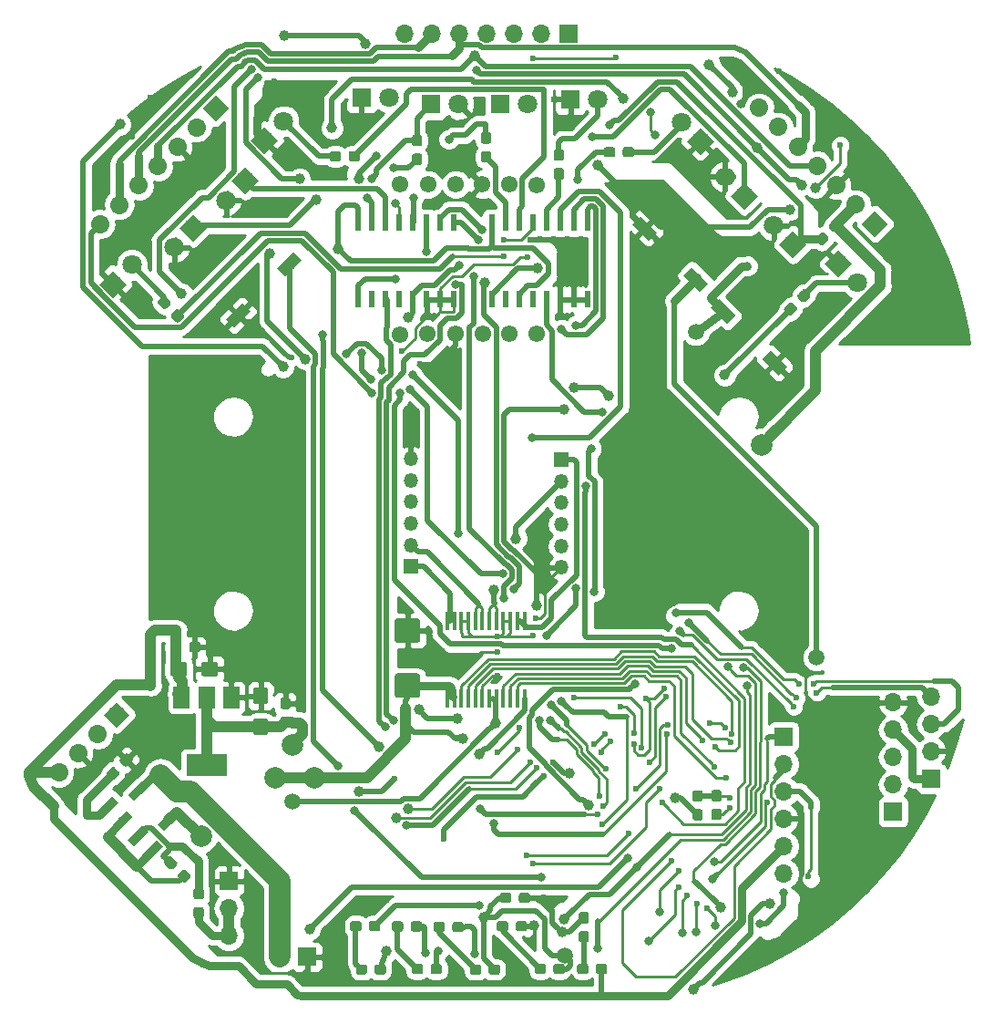
<source format=gbr>
G04 #@! TF.GenerationSoftware,KiCad,Pcbnew,(5.0.2)-1*
G04 #@! TF.CreationDate,2021-04-12T18:59:32+02:00*
G04 #@! TF.ProjectId,Squick,53717569-636b-42e6-9b69-6361645f7063,rev?*
G04 #@! TF.SameCoordinates,Original*
G04 #@! TF.FileFunction,Copper,L1,Top*
G04 #@! TF.FilePolarity,Positive*
%FSLAX45Y45*%
G04 Gerber Fmt 4.5, Leading zero omitted, Abs format (unit mm)*
G04 Created by KiCad (PCBNEW (5.0.2)-1) date 12.04.2021 18:59:32*
%MOMM*%
%LPD*%
G01*
G04 APERTURE LIST*
G04 #@! TA.AperFunction,Conductor*
%ADD10C,0.100000*%
G04 #@! TD*
G04 #@! TA.AperFunction,SMDPad,CuDef*
%ADD11C,0.950000*%
G04 #@! TD*
G04 #@! TA.AperFunction,ComponentPad*
%ADD12R,1.350000X1.350000*%
G04 #@! TD*
G04 #@! TA.AperFunction,ComponentPad*
%ADD13O,1.350000X1.350000*%
G04 #@! TD*
G04 #@! TA.AperFunction,ComponentPad*
%ADD14C,1.550000*%
G04 #@! TD*
G04 #@! TA.AperFunction,ComponentPad*
%ADD15O,1.700000X1.700000*%
G04 #@! TD*
G04 #@! TA.AperFunction,ComponentPad*
%ADD16R,1.700000X1.700000*%
G04 #@! TD*
G04 #@! TA.AperFunction,SMDPad,CuDef*
%ADD17C,0.800000*%
G04 #@! TD*
G04 #@! TA.AperFunction,SMDPad,CuDef*
%ADD18C,1.350000*%
G04 #@! TD*
G04 #@! TA.AperFunction,SMDPad,CuDef*
%ADD19C,2.250000*%
G04 #@! TD*
G04 #@! TA.AperFunction,ComponentPad*
%ADD20C,1.700000*%
G04 #@! TD*
G04 #@! TA.AperFunction,Conductor*
%ADD21C,1.700000*%
G04 #@! TD*
G04 #@! TA.AperFunction,SMDPad,CuDef*
%ADD22R,0.600000X1.500000*%
G04 #@! TD*
G04 #@! TA.AperFunction,SMDPad,CuDef*
%ADD23C,1.120000*%
G04 #@! TD*
G04 #@! TA.AperFunction,ComponentPad*
%ADD24C,1.800000*%
G04 #@! TD*
G04 #@! TA.AperFunction,ComponentPad*
%ADD25R,1.800000X1.800000*%
G04 #@! TD*
G04 #@! TA.AperFunction,SMDPad,CuDef*
%ADD26R,0.450000X1.750000*%
G04 #@! TD*
G04 #@! TA.AperFunction,SMDPad,CuDef*
%ADD27R,3.800000X2.000000*%
G04 #@! TD*
G04 #@! TA.AperFunction,SMDPad,CuDef*
%ADD28R,1.500000X2.000000*%
G04 #@! TD*
G04 #@! TA.AperFunction,ViaPad*
%ADD29C,0.800000*%
G04 #@! TD*
G04 #@! TA.AperFunction,ViaPad*
%ADD30C,1.500000*%
G04 #@! TD*
G04 #@! TA.AperFunction,ViaPad*
%ADD31C,1.000000*%
G04 #@! TD*
G04 #@! TA.AperFunction,ViaPad*
%ADD32C,2.000000*%
G04 #@! TD*
G04 #@! TA.AperFunction,ViaPad*
%ADD33C,0.600000*%
G04 #@! TD*
G04 #@! TA.AperFunction,Conductor*
%ADD34C,0.750000*%
G04 #@! TD*
G04 #@! TA.AperFunction,Conductor*
%ADD35C,0.500000*%
G04 #@! TD*
G04 #@! TA.AperFunction,Conductor*
%ADD36C,1.000000*%
G04 #@! TD*
G04 #@! TA.AperFunction,Conductor*
%ADD37C,0.250000*%
G04 #@! TD*
G04 #@! TA.AperFunction,Conductor*
%ADD38C,2.000000*%
G04 #@! TD*
G04 #@! TA.AperFunction,Conductor*
%ADD39C,0.254000*%
G04 #@! TD*
G04 APERTURE END LIST*
D10*
G04 #@! TO.N,IR_3*
G04 #@! TO.C,R9*
G36*
X18036078Y-4775114D02*
X18038383Y-4775456D01*
X18040644Y-4776023D01*
X18042839Y-4776808D01*
X18044946Y-4777804D01*
X18046945Y-4779003D01*
X18048817Y-4780391D01*
X18050544Y-4781956D01*
X18052109Y-4783683D01*
X18053497Y-4785555D01*
X18054696Y-4787554D01*
X18055692Y-4789661D01*
X18056477Y-4791856D01*
X18057044Y-4794117D01*
X18057386Y-4796422D01*
X18057500Y-4798750D01*
X18057500Y-4856250D01*
X18057386Y-4858578D01*
X18057044Y-4860883D01*
X18056477Y-4863144D01*
X18055692Y-4865339D01*
X18054696Y-4867446D01*
X18053497Y-4869445D01*
X18052109Y-4871317D01*
X18050544Y-4873044D01*
X18048817Y-4874609D01*
X18046945Y-4875997D01*
X18044946Y-4877196D01*
X18042839Y-4878192D01*
X18040644Y-4878977D01*
X18038383Y-4879544D01*
X18036078Y-4879886D01*
X18033750Y-4880000D01*
X17986250Y-4880000D01*
X17983922Y-4879886D01*
X17981617Y-4879544D01*
X17979356Y-4878977D01*
X17977161Y-4878192D01*
X17975054Y-4877196D01*
X17973055Y-4875997D01*
X17971183Y-4874609D01*
X17969456Y-4873044D01*
X17967891Y-4871317D01*
X17966503Y-4869445D01*
X17965304Y-4867446D01*
X17964308Y-4865339D01*
X17963523Y-4863144D01*
X17962956Y-4860883D01*
X17962614Y-4858578D01*
X17962500Y-4856250D01*
X17962500Y-4798750D01*
X17962614Y-4796422D01*
X17962956Y-4794117D01*
X17963523Y-4791856D01*
X17964308Y-4789661D01*
X17965304Y-4787554D01*
X17966503Y-4785555D01*
X17967891Y-4783683D01*
X17969456Y-4781956D01*
X17971183Y-4780391D01*
X17973055Y-4779003D01*
X17975054Y-4777804D01*
X17977161Y-4776808D01*
X17979356Y-4776023D01*
X17981617Y-4775456D01*
X17983922Y-4775114D01*
X17986250Y-4775000D01*
X18033750Y-4775000D01*
X18036078Y-4775114D01*
X18036078Y-4775114D01*
G37*
D11*
G04 #@! TD*
G04 #@! TO.P,R9,2*
G04 #@! TO.N,IR_3*
X18010000Y-4827500D03*
D10*
G04 #@! TO.N,Net-(D6-Pad2)*
G04 #@! TO.C,R9*
G36*
X18036078Y-4600114D02*
X18038383Y-4600456D01*
X18040644Y-4601023D01*
X18042839Y-4601808D01*
X18044946Y-4602804D01*
X18046945Y-4604003D01*
X18048817Y-4605391D01*
X18050544Y-4606956D01*
X18052109Y-4608683D01*
X18053497Y-4610555D01*
X18054696Y-4612554D01*
X18055692Y-4614661D01*
X18056477Y-4616856D01*
X18057044Y-4619117D01*
X18057386Y-4621422D01*
X18057500Y-4623750D01*
X18057500Y-4681250D01*
X18057386Y-4683578D01*
X18057044Y-4685883D01*
X18056477Y-4688144D01*
X18055692Y-4690339D01*
X18054696Y-4692446D01*
X18053497Y-4694445D01*
X18052109Y-4696317D01*
X18050544Y-4698044D01*
X18048817Y-4699609D01*
X18046945Y-4700997D01*
X18044946Y-4702196D01*
X18042839Y-4703192D01*
X18040644Y-4703977D01*
X18038383Y-4704544D01*
X18036078Y-4704886D01*
X18033750Y-4705000D01*
X17986250Y-4705000D01*
X17983922Y-4704886D01*
X17981617Y-4704544D01*
X17979356Y-4703977D01*
X17977161Y-4703192D01*
X17975054Y-4702196D01*
X17973055Y-4700997D01*
X17971183Y-4699609D01*
X17969456Y-4698044D01*
X17967891Y-4696317D01*
X17966503Y-4694445D01*
X17965304Y-4692446D01*
X17964308Y-4690339D01*
X17963523Y-4688144D01*
X17962956Y-4685883D01*
X17962614Y-4683578D01*
X17962500Y-4681250D01*
X17962500Y-4623750D01*
X17962614Y-4621422D01*
X17962956Y-4619117D01*
X17963523Y-4616856D01*
X17964308Y-4614661D01*
X17965304Y-4612554D01*
X17966503Y-4610555D01*
X17967891Y-4608683D01*
X17969456Y-4606956D01*
X17971183Y-4605391D01*
X17973055Y-4604003D01*
X17975054Y-4602804D01*
X17977161Y-4601808D01*
X17979356Y-4601023D01*
X17981617Y-4600456D01*
X17983922Y-4600114D01*
X17986250Y-4600000D01*
X18033750Y-4600000D01*
X18036078Y-4600114D01*
X18036078Y-4600114D01*
G37*
D11*
G04 #@! TD*
G04 #@! TO.P,R9,1*
G04 #@! TO.N,Net-(D6-Pad2)*
X18010000Y-4652500D03*
D12*
G04 #@! TO.P,J8,1*
G04 #@! TO.N,M1_R*
X18710000Y-7640000D03*
D13*
G04 #@! TO.P,J8,2*
G04 #@! TO.N,M2_R*
X18710000Y-7840000D03*
G04 #@! TO.P,J8,3*
G04 #@! TO.N,+3.3V*
X18710000Y-8040000D03*
G04 #@! TO.P,J8,4*
G04 #@! TO.N,OUT_A_R*
X18710000Y-8240000D03*
G04 #@! TO.P,J8,5*
G04 #@! TO.N,OUT_B_R*
X18710000Y-8440000D03*
G04 #@! TO.P,J8,6*
G04 #@! TO.N,GND*
X18710000Y-8640000D03*
G04 #@! TD*
D12*
G04 #@! TO.P,J7,1*
G04 #@! TO.N,M1_L*
X17310000Y-8630000D03*
D13*
G04 #@! TO.P,J7,2*
G04 #@! TO.N,M2_L*
X17310000Y-8430000D03*
G04 #@! TO.P,J7,3*
G04 #@! TO.N,+3.3V*
X17310000Y-8230000D03*
G04 #@! TO.P,J7,4*
G04 #@! TO.N,OUT_A_L*
X17310000Y-8030000D03*
G04 #@! TO.P,J7,5*
G04 #@! TO.N,OUT_B_L*
X17310000Y-7830000D03*
G04 #@! TO.P,J7,6*
G04 #@! TO.N,GND*
X17310000Y-7630000D03*
G04 #@! TD*
D14*
G04 #@! TO.P,U8,1*
G04 #@! TO.N,Net-(U8-Pad1)*
X17210000Y-5082000D03*
G04 #@! TO.P,U8,4*
G04 #@! TO.N,GND*
X17976000Y-5082000D03*
G04 #@! TO.P,U8,5*
G04 #@! TO.N,MISO*
X18226000Y-5083000D03*
G04 #@! TO.P,U8,2*
G04 #@! TO.N,Net-(U8-Pad2)*
X17473000Y-5083000D03*
G04 #@! TO.P,U8,3*
G04 #@! TO.N,Net-(U8-Pad3)*
X17728000Y-5084000D03*
G04 #@! TO.P,U8,6*
G04 #@! TO.N,IMU_CS*
X18482000Y-5087000D03*
G04 #@! TO.P,U8,8*
G04 #@! TO.N,MOSI*
X18227000Y-6471000D03*
G04 #@! TO.P,U8,7*
G04 #@! TO.N,IMU_INT*
X18477000Y-6472000D03*
G04 #@! TO.P,U8,12*
G04 #@! TO.N,+3.3V*
X17208000Y-6474000D03*
G04 #@! TO.P,U8,11*
G04 #@! TO.N,Net-(U8-Pad11)*
X17461000Y-6471000D03*
G04 #@! TO.P,U8,10*
G04 #@! TO.N,GND*
X17724000Y-6472000D03*
G04 #@! TO.P,U8,9*
G04 #@! TO.N,SCK*
X17979000Y-6473000D03*
G04 #@! TD*
D15*
G04 #@! TO.P,SW4,3*
G04 #@! TO.N,Net-(R33-Pad2)*
X15620000Y-12058000D03*
G04 #@! TO.P,SW4,2*
X15620000Y-11804000D03*
D16*
G04 #@! TO.P,SW4,1*
G04 #@! TO.N,GND*
X15620000Y-11550000D03*
G04 #@! TD*
D10*
G04 #@! TO.N,Net-(D11-Pad1)*
G04 #@! TO.C,R31*
G36*
X18194578Y-11924614D02*
X18196883Y-11924956D01*
X18199144Y-11925523D01*
X18201339Y-11926308D01*
X18203446Y-11927304D01*
X18205445Y-11928503D01*
X18207317Y-11929891D01*
X18209044Y-11931456D01*
X18210609Y-11933183D01*
X18211997Y-11935055D01*
X18213196Y-11937054D01*
X18214192Y-11939161D01*
X18214977Y-11941356D01*
X18215544Y-11943617D01*
X18215886Y-11945922D01*
X18216000Y-11948250D01*
X18216000Y-11995750D01*
X18215886Y-11998078D01*
X18215544Y-12000383D01*
X18214977Y-12002644D01*
X18214192Y-12004839D01*
X18213196Y-12006946D01*
X18211997Y-12008945D01*
X18210609Y-12010817D01*
X18209044Y-12012544D01*
X18207317Y-12014109D01*
X18205445Y-12015497D01*
X18203446Y-12016696D01*
X18201339Y-12017692D01*
X18199144Y-12018477D01*
X18196883Y-12019044D01*
X18194578Y-12019386D01*
X18192250Y-12019500D01*
X18134750Y-12019500D01*
X18132422Y-12019386D01*
X18130117Y-12019044D01*
X18127856Y-12018477D01*
X18125661Y-12017692D01*
X18123554Y-12016696D01*
X18121555Y-12015497D01*
X18119683Y-12014109D01*
X18117956Y-12012544D01*
X18116391Y-12010817D01*
X18115003Y-12008945D01*
X18113804Y-12006946D01*
X18112808Y-12004839D01*
X18112023Y-12002644D01*
X18111456Y-12000383D01*
X18111114Y-11998078D01*
X18111000Y-11995750D01*
X18111000Y-11948250D01*
X18111114Y-11945922D01*
X18111456Y-11943617D01*
X18112023Y-11941356D01*
X18112808Y-11939161D01*
X18113804Y-11937054D01*
X18115003Y-11935055D01*
X18116391Y-11933183D01*
X18117956Y-11931456D01*
X18119683Y-11929891D01*
X18121555Y-11928503D01*
X18123554Y-11927304D01*
X18125661Y-11926308D01*
X18127856Y-11925523D01*
X18130117Y-11924956D01*
X18132422Y-11924614D01*
X18134750Y-11924500D01*
X18192250Y-11924500D01*
X18194578Y-11924614D01*
X18194578Y-11924614D01*
G37*
D11*
G04 #@! TD*
G04 #@! TO.P,R31,2*
G04 #@! TO.N,Net-(D11-Pad1)*
X18163500Y-11972000D03*
D10*
G04 #@! TO.N,GND*
G04 #@! TO.C,R31*
G36*
X18369578Y-11924614D02*
X18371883Y-11924956D01*
X18374144Y-11925523D01*
X18376339Y-11926308D01*
X18378446Y-11927304D01*
X18380445Y-11928503D01*
X18382317Y-11929891D01*
X18384044Y-11931456D01*
X18385609Y-11933183D01*
X18386997Y-11935055D01*
X18388196Y-11937054D01*
X18389192Y-11939161D01*
X18389977Y-11941356D01*
X18390544Y-11943617D01*
X18390886Y-11945922D01*
X18391000Y-11948250D01*
X18391000Y-11995750D01*
X18390886Y-11998078D01*
X18390544Y-12000383D01*
X18389977Y-12002644D01*
X18389192Y-12004839D01*
X18388196Y-12006946D01*
X18386997Y-12008945D01*
X18385609Y-12010817D01*
X18384044Y-12012544D01*
X18382317Y-12014109D01*
X18380445Y-12015497D01*
X18378446Y-12016696D01*
X18376339Y-12017692D01*
X18374144Y-12018477D01*
X18371883Y-12019044D01*
X18369578Y-12019386D01*
X18367250Y-12019500D01*
X18309750Y-12019500D01*
X18307422Y-12019386D01*
X18305117Y-12019044D01*
X18302856Y-12018477D01*
X18300661Y-12017692D01*
X18298554Y-12016696D01*
X18296555Y-12015497D01*
X18294683Y-12014109D01*
X18292956Y-12012544D01*
X18291391Y-12010817D01*
X18290003Y-12008945D01*
X18288804Y-12006946D01*
X18287808Y-12004839D01*
X18287023Y-12002644D01*
X18286456Y-12000383D01*
X18286114Y-11998078D01*
X18286000Y-11995750D01*
X18286000Y-11948250D01*
X18286114Y-11945922D01*
X18286456Y-11943617D01*
X18287023Y-11941356D01*
X18287808Y-11939161D01*
X18288804Y-11937054D01*
X18290003Y-11935055D01*
X18291391Y-11933183D01*
X18292956Y-11931456D01*
X18294683Y-11929891D01*
X18296555Y-11928503D01*
X18298554Y-11927304D01*
X18300661Y-11926308D01*
X18302856Y-11925523D01*
X18305117Y-11924956D01*
X18307422Y-11924614D01*
X18309750Y-11924500D01*
X18367250Y-11924500D01*
X18369578Y-11924614D01*
X18369578Y-11924614D01*
G37*
D11*
G04 #@! TD*
G04 #@! TO.P,R31,1*
G04 #@! TO.N,GND*
X18338500Y-11972000D03*
D10*
G04 #@! TO.N,Net-(D10-Pad1)*
G04 #@! TO.C,R30*
G36*
X18946078Y-12015114D02*
X18948383Y-12015456D01*
X18950644Y-12016023D01*
X18952839Y-12016808D01*
X18954946Y-12017804D01*
X18956945Y-12019002D01*
X18958817Y-12020391D01*
X18960544Y-12021956D01*
X18962109Y-12023683D01*
X18963497Y-12025555D01*
X18964696Y-12027554D01*
X18965692Y-12029661D01*
X18966477Y-12031856D01*
X18967044Y-12034116D01*
X18967386Y-12036422D01*
X18967500Y-12038750D01*
X18967500Y-12096250D01*
X18967386Y-12098578D01*
X18967044Y-12100883D01*
X18966477Y-12103144D01*
X18965692Y-12105339D01*
X18964696Y-12107446D01*
X18963497Y-12109445D01*
X18962109Y-12111317D01*
X18960544Y-12113044D01*
X18958817Y-12114609D01*
X18956945Y-12115997D01*
X18954946Y-12117195D01*
X18952839Y-12118192D01*
X18950644Y-12118977D01*
X18948383Y-12119544D01*
X18946078Y-12119885D01*
X18943750Y-12120000D01*
X18896250Y-12120000D01*
X18893922Y-12119885D01*
X18891617Y-12119544D01*
X18889356Y-12118977D01*
X18887161Y-12118192D01*
X18885054Y-12117195D01*
X18883055Y-12115997D01*
X18881183Y-12114609D01*
X18879456Y-12113044D01*
X18877891Y-12111317D01*
X18876503Y-12109445D01*
X18875304Y-12107446D01*
X18874308Y-12105339D01*
X18873523Y-12103144D01*
X18872956Y-12100883D01*
X18872614Y-12098578D01*
X18872500Y-12096250D01*
X18872500Y-12038750D01*
X18872614Y-12036422D01*
X18872956Y-12034116D01*
X18873523Y-12031856D01*
X18874308Y-12029661D01*
X18875304Y-12027554D01*
X18876503Y-12025555D01*
X18877891Y-12023683D01*
X18879456Y-12021956D01*
X18881183Y-12020391D01*
X18883055Y-12019002D01*
X18885054Y-12017804D01*
X18887161Y-12016808D01*
X18889356Y-12016023D01*
X18891617Y-12015456D01*
X18893922Y-12015114D01*
X18896250Y-12015000D01*
X18943750Y-12015000D01*
X18946078Y-12015114D01*
X18946078Y-12015114D01*
G37*
D11*
G04 #@! TD*
G04 #@! TO.P,R30,2*
G04 #@! TO.N,Net-(D10-Pad1)*
X18920000Y-12067500D03*
D10*
G04 #@! TO.N,GND*
G04 #@! TO.C,R30*
G36*
X18946078Y-11840114D02*
X18948383Y-11840456D01*
X18950644Y-11841023D01*
X18952839Y-11841808D01*
X18954946Y-11842804D01*
X18956945Y-11844003D01*
X18958817Y-11845391D01*
X18960544Y-11846956D01*
X18962109Y-11848683D01*
X18963497Y-11850555D01*
X18964696Y-11852554D01*
X18965692Y-11854661D01*
X18966477Y-11856856D01*
X18967044Y-11859117D01*
X18967386Y-11861422D01*
X18967500Y-11863750D01*
X18967500Y-11921250D01*
X18967386Y-11923578D01*
X18967044Y-11925883D01*
X18966477Y-11928144D01*
X18965692Y-11930339D01*
X18964696Y-11932446D01*
X18963497Y-11934445D01*
X18962109Y-11936317D01*
X18960544Y-11938044D01*
X18958817Y-11939609D01*
X18956945Y-11940997D01*
X18954946Y-11942196D01*
X18952839Y-11943192D01*
X18950644Y-11943977D01*
X18948383Y-11944544D01*
X18946078Y-11944886D01*
X18943750Y-11945000D01*
X18896250Y-11945000D01*
X18893922Y-11944886D01*
X18891617Y-11944544D01*
X18889356Y-11943977D01*
X18887161Y-11943192D01*
X18885054Y-11942196D01*
X18883055Y-11940997D01*
X18881183Y-11939609D01*
X18879456Y-11938044D01*
X18877891Y-11936317D01*
X18876503Y-11934445D01*
X18875304Y-11932446D01*
X18874308Y-11930339D01*
X18873523Y-11928144D01*
X18872956Y-11925883D01*
X18872614Y-11923578D01*
X18872500Y-11921250D01*
X18872500Y-11863750D01*
X18872614Y-11861422D01*
X18872956Y-11859117D01*
X18873523Y-11856856D01*
X18874308Y-11854661D01*
X18875304Y-11852554D01*
X18876503Y-11850555D01*
X18877891Y-11848683D01*
X18879456Y-11846956D01*
X18881183Y-11845391D01*
X18883055Y-11844003D01*
X18885054Y-11842804D01*
X18887161Y-11841808D01*
X18889356Y-11841023D01*
X18891617Y-11840456D01*
X18893922Y-11840114D01*
X18896250Y-11840000D01*
X18943750Y-11840000D01*
X18946078Y-11840114D01*
X18946078Y-11840114D01*
G37*
D11*
G04 #@! TD*
G04 #@! TO.P,R30,1*
G04 #@! TO.N,GND*
X18920000Y-11892500D03*
D10*
G04 #@! TO.N,GND*
G04 #@! TO.C,R28*
G36*
X14672735Y-10367570D02*
X14675041Y-10367911D01*
X14677302Y-10368478D01*
X14679496Y-10369263D01*
X14681603Y-10370260D01*
X14683602Y-10371458D01*
X14685474Y-10372846D01*
X14687201Y-10374411D01*
X14720789Y-10407999D01*
X14722354Y-10409726D01*
X14723742Y-10411598D01*
X14724940Y-10413597D01*
X14725937Y-10415704D01*
X14726722Y-10417898D01*
X14727289Y-10420159D01*
X14727630Y-10422465D01*
X14727745Y-10424793D01*
X14727630Y-10427121D01*
X14727289Y-10429426D01*
X14726722Y-10431687D01*
X14725937Y-10433881D01*
X14724940Y-10435988D01*
X14723742Y-10437988D01*
X14722354Y-10439860D01*
X14720789Y-10441587D01*
X14680130Y-10482245D01*
X14678403Y-10483810D01*
X14676531Y-10485199D01*
X14674532Y-10486397D01*
X14672425Y-10487393D01*
X14670231Y-10488179D01*
X14667970Y-10488745D01*
X14665664Y-10489087D01*
X14663336Y-10489201D01*
X14661008Y-10489087D01*
X14658703Y-10488745D01*
X14656442Y-10488179D01*
X14654248Y-10487393D01*
X14652141Y-10486397D01*
X14650141Y-10485199D01*
X14648269Y-10483810D01*
X14646542Y-10482245D01*
X14612955Y-10448658D01*
X14611390Y-10446931D01*
X14610001Y-10445059D01*
X14608803Y-10443059D01*
X14607807Y-10440952D01*
X14607021Y-10438758D01*
X14606455Y-10436497D01*
X14606113Y-10434192D01*
X14605999Y-10431864D01*
X14606113Y-10429536D01*
X14606455Y-10427230D01*
X14607021Y-10424969D01*
X14607807Y-10422775D01*
X14608803Y-10420668D01*
X14610001Y-10418669D01*
X14611390Y-10416797D01*
X14612955Y-10415070D01*
X14653613Y-10374411D01*
X14655340Y-10372846D01*
X14657212Y-10371458D01*
X14659212Y-10370260D01*
X14661319Y-10369263D01*
X14663513Y-10368478D01*
X14665774Y-10367911D01*
X14668079Y-10367570D01*
X14670407Y-10367455D01*
X14672735Y-10367570D01*
X14672735Y-10367570D01*
G37*
D11*
G04 #@! TD*
G04 #@! TO.P,R28,2*
G04 #@! TO.N,GND*
X14666872Y-10428328D03*
D10*
G04 #@! TO.N,Net-(Q1-Pad1)*
G04 #@! TO.C,R28*
G36*
X14548992Y-10491313D02*
X14551297Y-10491655D01*
X14553558Y-10492221D01*
X14555752Y-10493007D01*
X14557859Y-10494003D01*
X14559858Y-10495201D01*
X14561730Y-10496590D01*
X14563457Y-10498155D01*
X14597045Y-10531743D01*
X14598610Y-10533470D01*
X14599999Y-10535342D01*
X14601197Y-10537341D01*
X14602193Y-10539448D01*
X14602979Y-10541642D01*
X14603545Y-10543903D01*
X14603887Y-10546208D01*
X14604001Y-10548536D01*
X14603887Y-10550864D01*
X14603545Y-10553170D01*
X14602979Y-10555431D01*
X14602193Y-10557625D01*
X14601197Y-10559732D01*
X14599999Y-10561731D01*
X14598610Y-10563603D01*
X14597045Y-10565330D01*
X14556386Y-10605989D01*
X14554659Y-10607554D01*
X14552787Y-10608942D01*
X14550788Y-10610141D01*
X14548681Y-10611137D01*
X14546487Y-10611922D01*
X14544226Y-10612489D01*
X14541921Y-10612831D01*
X14539593Y-10612945D01*
X14537265Y-10612831D01*
X14534959Y-10612489D01*
X14532698Y-10611922D01*
X14530504Y-10611137D01*
X14528397Y-10610141D01*
X14526398Y-10608942D01*
X14524526Y-10607554D01*
X14522799Y-10605989D01*
X14489211Y-10572401D01*
X14487646Y-10570674D01*
X14486258Y-10568802D01*
X14485059Y-10566803D01*
X14484063Y-10564696D01*
X14483278Y-10562502D01*
X14482711Y-10560241D01*
X14482369Y-10557935D01*
X14482255Y-10555607D01*
X14482369Y-10553279D01*
X14482711Y-10550974D01*
X14483278Y-10548713D01*
X14484063Y-10546519D01*
X14485059Y-10544412D01*
X14486258Y-10542413D01*
X14487646Y-10540541D01*
X14489211Y-10538814D01*
X14529870Y-10498155D01*
X14531597Y-10496590D01*
X14533469Y-10495201D01*
X14535468Y-10494003D01*
X14537575Y-10493007D01*
X14539769Y-10492221D01*
X14542030Y-10491655D01*
X14544336Y-10491313D01*
X14546664Y-10491199D01*
X14548992Y-10491313D01*
X14548992Y-10491313D01*
G37*
D11*
G04 #@! TD*
G04 #@! TO.P,R28,1*
G04 #@! TO.N,Net-(Q1-Pad1)*
X14543128Y-10552072D03*
D10*
G04 #@! TO.N,+3.3V*
G04 #@! TO.C,R25*
G36*
X21262407Y-5403498D02*
X21264713Y-5403840D01*
X21266973Y-5404406D01*
X21269168Y-5405191D01*
X21271275Y-5406188D01*
X21273274Y-5407386D01*
X21275146Y-5408774D01*
X21276873Y-5410340D01*
X21310461Y-5443927D01*
X21312026Y-5445654D01*
X21313414Y-5447526D01*
X21314612Y-5449525D01*
X21315609Y-5451632D01*
X21316394Y-5453827D01*
X21316960Y-5456088D01*
X21317302Y-5458393D01*
X21317417Y-5460721D01*
X21317302Y-5463049D01*
X21316960Y-5465354D01*
X21316394Y-5467615D01*
X21315609Y-5469810D01*
X21314612Y-5471917D01*
X21313414Y-5473916D01*
X21312026Y-5475788D01*
X21310461Y-5477515D01*
X21269802Y-5518173D01*
X21268075Y-5519739D01*
X21266203Y-5521127D01*
X21264204Y-5522325D01*
X21262097Y-5523322D01*
X21259902Y-5524107D01*
X21257642Y-5524673D01*
X21255336Y-5525015D01*
X21253008Y-5525130D01*
X21250680Y-5525015D01*
X21248375Y-5524673D01*
X21246114Y-5524107D01*
X21243919Y-5523322D01*
X21241812Y-5522325D01*
X21239813Y-5521127D01*
X21237941Y-5519739D01*
X21236214Y-5518173D01*
X21202627Y-5484586D01*
X21201062Y-5482859D01*
X21199673Y-5480987D01*
X21198475Y-5478988D01*
X21197478Y-5476881D01*
X21196693Y-5474686D01*
X21196127Y-5472425D01*
X21195785Y-5470120D01*
X21195671Y-5467792D01*
X21195785Y-5465464D01*
X21196127Y-5463159D01*
X21196693Y-5460898D01*
X21197478Y-5458703D01*
X21198475Y-5456596D01*
X21199673Y-5454597D01*
X21201062Y-5452725D01*
X21202627Y-5450998D01*
X21243285Y-5410340D01*
X21245012Y-5408774D01*
X21246884Y-5407386D01*
X21248883Y-5406188D01*
X21250990Y-5405191D01*
X21253185Y-5404406D01*
X21255446Y-5403840D01*
X21257751Y-5403498D01*
X21260079Y-5403383D01*
X21262407Y-5403498D01*
X21262407Y-5403498D01*
G37*
D11*
G04 #@! TD*
G04 #@! TO.P,R25,2*
G04 #@! TO.N,+3.3V*
X21256544Y-5464256D03*
D10*
G04 #@! TO.N,PT_5*
G04 #@! TO.C,R25*
G36*
X21138663Y-5527241D02*
X21140969Y-5527583D01*
X21143230Y-5528150D01*
X21145424Y-5528935D01*
X21147531Y-5529931D01*
X21149530Y-5531130D01*
X21151402Y-5532518D01*
X21153129Y-5534083D01*
X21186717Y-5567671D01*
X21188282Y-5569398D01*
X21189671Y-5571270D01*
X21190869Y-5573269D01*
X21191865Y-5575376D01*
X21192650Y-5577570D01*
X21193217Y-5579831D01*
X21193559Y-5582137D01*
X21193673Y-5584465D01*
X21193559Y-5586792D01*
X21193217Y-5589098D01*
X21192650Y-5591359D01*
X21191865Y-5593553D01*
X21190869Y-5595660D01*
X21189671Y-5597659D01*
X21188282Y-5599531D01*
X21186717Y-5601258D01*
X21146058Y-5641917D01*
X21144331Y-5643482D01*
X21142459Y-5644870D01*
X21140460Y-5646069D01*
X21138353Y-5647065D01*
X21136159Y-5647850D01*
X21133898Y-5648417D01*
X21131592Y-5648759D01*
X21129265Y-5648873D01*
X21126937Y-5648759D01*
X21124631Y-5648417D01*
X21122370Y-5647850D01*
X21120176Y-5647065D01*
X21118069Y-5646069D01*
X21116070Y-5644870D01*
X21114198Y-5643482D01*
X21112471Y-5641917D01*
X21078883Y-5608329D01*
X21077318Y-5606602D01*
X21075930Y-5604730D01*
X21074731Y-5602731D01*
X21073735Y-5600624D01*
X21072950Y-5598430D01*
X21072383Y-5596169D01*
X21072041Y-5593863D01*
X21071927Y-5591536D01*
X21072041Y-5589208D01*
X21072383Y-5586902D01*
X21072950Y-5584641D01*
X21073735Y-5582447D01*
X21074731Y-5580340D01*
X21075930Y-5578341D01*
X21077318Y-5576469D01*
X21078883Y-5574742D01*
X21119542Y-5534083D01*
X21121269Y-5532518D01*
X21123141Y-5531130D01*
X21125140Y-5529931D01*
X21127247Y-5528935D01*
X21129441Y-5528150D01*
X21131702Y-5527583D01*
X21134008Y-5527241D01*
X21136336Y-5527127D01*
X21138663Y-5527241D01*
X21138663Y-5527241D01*
G37*
D11*
G04 #@! TD*
G04 #@! TO.P,R25,1*
G04 #@! TO.N,PT_5*
X21132800Y-5588000D03*
D10*
G04 #@! TO.N,+3.3V*
G04 #@! TO.C,R22*
G36*
X17396078Y-4797614D02*
X17398383Y-4797956D01*
X17400644Y-4798523D01*
X17402839Y-4799308D01*
X17404946Y-4800304D01*
X17406945Y-4801503D01*
X17408817Y-4802891D01*
X17410544Y-4804456D01*
X17412109Y-4806183D01*
X17413497Y-4808055D01*
X17414696Y-4810054D01*
X17415692Y-4812161D01*
X17416477Y-4814356D01*
X17417044Y-4816617D01*
X17417386Y-4818922D01*
X17417500Y-4821250D01*
X17417500Y-4878750D01*
X17417386Y-4881078D01*
X17417044Y-4883383D01*
X17416477Y-4885644D01*
X17415692Y-4887839D01*
X17414696Y-4889946D01*
X17413497Y-4891945D01*
X17412109Y-4893817D01*
X17410544Y-4895544D01*
X17408817Y-4897109D01*
X17406945Y-4898497D01*
X17404946Y-4899696D01*
X17402839Y-4900692D01*
X17400644Y-4901477D01*
X17398383Y-4902044D01*
X17396078Y-4902386D01*
X17393750Y-4902500D01*
X17346250Y-4902500D01*
X17343922Y-4902386D01*
X17341617Y-4902044D01*
X17339356Y-4901477D01*
X17337161Y-4900692D01*
X17335054Y-4899696D01*
X17333055Y-4898497D01*
X17331183Y-4897109D01*
X17329456Y-4895544D01*
X17327891Y-4893817D01*
X17326503Y-4891945D01*
X17325304Y-4889946D01*
X17324308Y-4887839D01*
X17323523Y-4885644D01*
X17322956Y-4883383D01*
X17322614Y-4881078D01*
X17322500Y-4878750D01*
X17322500Y-4821250D01*
X17322614Y-4818922D01*
X17322956Y-4816617D01*
X17323523Y-4814356D01*
X17324308Y-4812161D01*
X17325304Y-4810054D01*
X17326503Y-4808055D01*
X17327891Y-4806183D01*
X17329456Y-4804456D01*
X17331183Y-4802891D01*
X17333055Y-4801503D01*
X17335054Y-4800304D01*
X17337161Y-4799308D01*
X17339356Y-4798523D01*
X17341617Y-4797956D01*
X17343922Y-4797614D01*
X17346250Y-4797500D01*
X17393750Y-4797500D01*
X17396078Y-4797614D01*
X17396078Y-4797614D01*
G37*
D11*
G04 #@! TD*
G04 #@! TO.P,R22,2*
G04 #@! TO.N,+3.3V*
X17370000Y-4850000D03*
D10*
G04 #@! TO.N,PT_3*
G04 #@! TO.C,R22*
G36*
X17396078Y-4622614D02*
X17398383Y-4622956D01*
X17400644Y-4623523D01*
X17402839Y-4624308D01*
X17404946Y-4625304D01*
X17406945Y-4626503D01*
X17408817Y-4627891D01*
X17410544Y-4629456D01*
X17412109Y-4631183D01*
X17413497Y-4633055D01*
X17414696Y-4635054D01*
X17415692Y-4637161D01*
X17416477Y-4639356D01*
X17417044Y-4641617D01*
X17417386Y-4643922D01*
X17417500Y-4646250D01*
X17417500Y-4703750D01*
X17417386Y-4706078D01*
X17417044Y-4708383D01*
X17416477Y-4710644D01*
X17415692Y-4712839D01*
X17414696Y-4714946D01*
X17413497Y-4716945D01*
X17412109Y-4718817D01*
X17410544Y-4720544D01*
X17408817Y-4722109D01*
X17406945Y-4723497D01*
X17404946Y-4724696D01*
X17402839Y-4725692D01*
X17400644Y-4726477D01*
X17398383Y-4727044D01*
X17396078Y-4727386D01*
X17393750Y-4727500D01*
X17346250Y-4727500D01*
X17343922Y-4727386D01*
X17341617Y-4727044D01*
X17339356Y-4726477D01*
X17337161Y-4725692D01*
X17335054Y-4724696D01*
X17333055Y-4723497D01*
X17331183Y-4722109D01*
X17329456Y-4720544D01*
X17327891Y-4718817D01*
X17326503Y-4716945D01*
X17325304Y-4714946D01*
X17324308Y-4712839D01*
X17323523Y-4710644D01*
X17322956Y-4708383D01*
X17322614Y-4706078D01*
X17322500Y-4703750D01*
X17322500Y-4646250D01*
X17322614Y-4643922D01*
X17322956Y-4641617D01*
X17323523Y-4639356D01*
X17324308Y-4637161D01*
X17325304Y-4635054D01*
X17326503Y-4633055D01*
X17327891Y-4631183D01*
X17329456Y-4629456D01*
X17331183Y-4627891D01*
X17333055Y-4626503D01*
X17335054Y-4625304D01*
X17337161Y-4624308D01*
X17339356Y-4623523D01*
X17341617Y-4622956D01*
X17343922Y-4622614D01*
X17346250Y-4622500D01*
X17393750Y-4622500D01*
X17396078Y-4622614D01*
X17396078Y-4622614D01*
G37*
D11*
G04 #@! TD*
G04 #@! TO.P,R22,1*
G04 #@! TO.N,PT_3*
X17370000Y-4675000D03*
D10*
G04 #@! TO.N,IR_6*
G04 #@! TO.C,R12*
G36*
X20845863Y-6179241D02*
X20848169Y-6179583D01*
X20850430Y-6180150D01*
X20852624Y-6180935D01*
X20854731Y-6181931D01*
X20856730Y-6183129D01*
X20858602Y-6184518D01*
X20860329Y-6186083D01*
X20893917Y-6219671D01*
X20895482Y-6221398D01*
X20896871Y-6223270D01*
X20898069Y-6225269D01*
X20899065Y-6227376D01*
X20899850Y-6229570D01*
X20900417Y-6231831D01*
X20900759Y-6234137D01*
X20900873Y-6236464D01*
X20900759Y-6238792D01*
X20900417Y-6241098D01*
X20899850Y-6243359D01*
X20899065Y-6245553D01*
X20898069Y-6247660D01*
X20896871Y-6249659D01*
X20895482Y-6251531D01*
X20893917Y-6253258D01*
X20853258Y-6293917D01*
X20851531Y-6295482D01*
X20849659Y-6296870D01*
X20847660Y-6298069D01*
X20845553Y-6299065D01*
X20843359Y-6299850D01*
X20841098Y-6300417D01*
X20838792Y-6300759D01*
X20836465Y-6300873D01*
X20834137Y-6300759D01*
X20831831Y-6300417D01*
X20829570Y-6299850D01*
X20827376Y-6299065D01*
X20825269Y-6298069D01*
X20823270Y-6296870D01*
X20821398Y-6295482D01*
X20819671Y-6293917D01*
X20786083Y-6260329D01*
X20784518Y-6258602D01*
X20783130Y-6256730D01*
X20781931Y-6254731D01*
X20780935Y-6252624D01*
X20780150Y-6250430D01*
X20779583Y-6248169D01*
X20779241Y-6245863D01*
X20779127Y-6243535D01*
X20779241Y-6241208D01*
X20779583Y-6238902D01*
X20780150Y-6236641D01*
X20780935Y-6234447D01*
X20781931Y-6232340D01*
X20783130Y-6230341D01*
X20784518Y-6228469D01*
X20786083Y-6226742D01*
X20826742Y-6186083D01*
X20828469Y-6184518D01*
X20830341Y-6183129D01*
X20832340Y-6181931D01*
X20834447Y-6180935D01*
X20836641Y-6180150D01*
X20838902Y-6179583D01*
X20841208Y-6179241D01*
X20843536Y-6179127D01*
X20845863Y-6179241D01*
X20845863Y-6179241D01*
G37*
D11*
G04 #@! TD*
G04 #@! TO.P,R12,2*
G04 #@! TO.N,IR_6*
X20840000Y-6240000D03*
D10*
G04 #@! TO.N,Net-(D9-Pad2)*
G04 #@! TO.C,R12*
G36*
X20969607Y-6055498D02*
X20971913Y-6055840D01*
X20974173Y-6056406D01*
X20976368Y-6057191D01*
X20978475Y-6058188D01*
X20980474Y-6059386D01*
X20982346Y-6060774D01*
X20984073Y-6062339D01*
X21017661Y-6095927D01*
X21019226Y-6097654D01*
X21020614Y-6099526D01*
X21021812Y-6101525D01*
X21022809Y-6103632D01*
X21023594Y-6105827D01*
X21024160Y-6108087D01*
X21024502Y-6110393D01*
X21024617Y-6112721D01*
X21024502Y-6115049D01*
X21024160Y-6117354D01*
X21023594Y-6119615D01*
X21022809Y-6121810D01*
X21021812Y-6123917D01*
X21020614Y-6125916D01*
X21019226Y-6127788D01*
X21017661Y-6129515D01*
X20977002Y-6170173D01*
X20975275Y-6171738D01*
X20973403Y-6173127D01*
X20971404Y-6174325D01*
X20969297Y-6175322D01*
X20967102Y-6176107D01*
X20964842Y-6176673D01*
X20962536Y-6177015D01*
X20960208Y-6177129D01*
X20957880Y-6177015D01*
X20955575Y-6176673D01*
X20953314Y-6176107D01*
X20951119Y-6175322D01*
X20949012Y-6174325D01*
X20947013Y-6173127D01*
X20945141Y-6171738D01*
X20943414Y-6170173D01*
X20909827Y-6136586D01*
X20908262Y-6134859D01*
X20906873Y-6132987D01*
X20905675Y-6130988D01*
X20904678Y-6128881D01*
X20903893Y-6126686D01*
X20903327Y-6124425D01*
X20902985Y-6122120D01*
X20902871Y-6119792D01*
X20902985Y-6117464D01*
X20903327Y-6115158D01*
X20903893Y-6112898D01*
X20904678Y-6110703D01*
X20905675Y-6108596D01*
X20906873Y-6106597D01*
X20908262Y-6104725D01*
X20909827Y-6102998D01*
X20950485Y-6062339D01*
X20952212Y-6060774D01*
X20954084Y-6059386D01*
X20956083Y-6058188D01*
X20958190Y-6057191D01*
X20960385Y-6056406D01*
X20962646Y-6055840D01*
X20964951Y-6055498D01*
X20967279Y-6055383D01*
X20969607Y-6055498D01*
X20969607Y-6055498D01*
G37*
D11*
G04 #@! TD*
G04 #@! TO.P,R12,1*
G04 #@! TO.N,Net-(D9-Pad2)*
X20963744Y-6116256D03*
D10*
G04 #@! TO.N,IR_5*
G04 #@! TO.C,R11*
G36*
X19189078Y-4735614D02*
X19191383Y-4735956D01*
X19193644Y-4736523D01*
X19195839Y-4737308D01*
X19197946Y-4738304D01*
X19199945Y-4739503D01*
X19201817Y-4740891D01*
X19203544Y-4742456D01*
X19205109Y-4744183D01*
X19206497Y-4746055D01*
X19207696Y-4748054D01*
X19208692Y-4750161D01*
X19209477Y-4752356D01*
X19210044Y-4754617D01*
X19210386Y-4756922D01*
X19210500Y-4759250D01*
X19210500Y-4806750D01*
X19210386Y-4809078D01*
X19210044Y-4811383D01*
X19209477Y-4813644D01*
X19208692Y-4815839D01*
X19207696Y-4817946D01*
X19206497Y-4819945D01*
X19205109Y-4821817D01*
X19203544Y-4823544D01*
X19201817Y-4825109D01*
X19199945Y-4826497D01*
X19197946Y-4827696D01*
X19195839Y-4828692D01*
X19193644Y-4829477D01*
X19191383Y-4830044D01*
X19189078Y-4830386D01*
X19186750Y-4830500D01*
X19129250Y-4830500D01*
X19126922Y-4830386D01*
X19124617Y-4830044D01*
X19122356Y-4829477D01*
X19120161Y-4828692D01*
X19118054Y-4827696D01*
X19116055Y-4826497D01*
X19114183Y-4825109D01*
X19112456Y-4823544D01*
X19110891Y-4821817D01*
X19109503Y-4819945D01*
X19108304Y-4817946D01*
X19107308Y-4815839D01*
X19106523Y-4813644D01*
X19105956Y-4811383D01*
X19105614Y-4809078D01*
X19105500Y-4806750D01*
X19105500Y-4759250D01*
X19105614Y-4756922D01*
X19105956Y-4754617D01*
X19106523Y-4752356D01*
X19107308Y-4750161D01*
X19108304Y-4748054D01*
X19109503Y-4746055D01*
X19110891Y-4744183D01*
X19112456Y-4742456D01*
X19114183Y-4740891D01*
X19116055Y-4739503D01*
X19118054Y-4738304D01*
X19120161Y-4737308D01*
X19122356Y-4736523D01*
X19124617Y-4735956D01*
X19126922Y-4735614D01*
X19129250Y-4735500D01*
X19186750Y-4735500D01*
X19189078Y-4735614D01*
X19189078Y-4735614D01*
G37*
D11*
G04 #@! TD*
G04 #@! TO.P,R11,2*
G04 #@! TO.N,IR_5*
X19158000Y-4783000D03*
D10*
G04 #@! TO.N,Net-(D8-Pad2)*
G04 #@! TO.C,R11*
G36*
X19364078Y-4735614D02*
X19366383Y-4735956D01*
X19368644Y-4736523D01*
X19370839Y-4737308D01*
X19372946Y-4738304D01*
X19374945Y-4739503D01*
X19376817Y-4740891D01*
X19378544Y-4742456D01*
X19380109Y-4744183D01*
X19381497Y-4746055D01*
X19382696Y-4748054D01*
X19383692Y-4750161D01*
X19384477Y-4752356D01*
X19385044Y-4754617D01*
X19385386Y-4756922D01*
X19385500Y-4759250D01*
X19385500Y-4806750D01*
X19385386Y-4809078D01*
X19385044Y-4811383D01*
X19384477Y-4813644D01*
X19383692Y-4815839D01*
X19382696Y-4817946D01*
X19381497Y-4819945D01*
X19380109Y-4821817D01*
X19378544Y-4823544D01*
X19376817Y-4825109D01*
X19374945Y-4826497D01*
X19372946Y-4827696D01*
X19370839Y-4828692D01*
X19368644Y-4829477D01*
X19366383Y-4830044D01*
X19364078Y-4830386D01*
X19361750Y-4830500D01*
X19304250Y-4830500D01*
X19301922Y-4830386D01*
X19299617Y-4830044D01*
X19297356Y-4829477D01*
X19295161Y-4828692D01*
X19293054Y-4827696D01*
X19291055Y-4826497D01*
X19289183Y-4825109D01*
X19287456Y-4823544D01*
X19285891Y-4821817D01*
X19284503Y-4819945D01*
X19283304Y-4817946D01*
X19282308Y-4815839D01*
X19281523Y-4813644D01*
X19280956Y-4811383D01*
X19280614Y-4809078D01*
X19280500Y-4806750D01*
X19280500Y-4759250D01*
X19280614Y-4756922D01*
X19280956Y-4754617D01*
X19281523Y-4752356D01*
X19282308Y-4750161D01*
X19283304Y-4748054D01*
X19284503Y-4746055D01*
X19285891Y-4744183D01*
X19287456Y-4742456D01*
X19289183Y-4740891D01*
X19291055Y-4739503D01*
X19293054Y-4738304D01*
X19295161Y-4737308D01*
X19297356Y-4736523D01*
X19299617Y-4735956D01*
X19301922Y-4735614D01*
X19304250Y-4735500D01*
X19361750Y-4735500D01*
X19364078Y-4735614D01*
X19364078Y-4735614D01*
G37*
D11*
G04 #@! TD*
G04 #@! TO.P,R11,1*
G04 #@! TO.N,Net-(D8-Pad2)*
X19333000Y-4783000D03*
D10*
G04 #@! TO.N,IR_4*
G04 #@! TO.C,R10*
G36*
X18712078Y-4932614D02*
X18714383Y-4932956D01*
X18716644Y-4933523D01*
X18718839Y-4934308D01*
X18720946Y-4935304D01*
X18722945Y-4936503D01*
X18724817Y-4937891D01*
X18726544Y-4939456D01*
X18728109Y-4941183D01*
X18729497Y-4943055D01*
X18730696Y-4945054D01*
X18731692Y-4947161D01*
X18732477Y-4949356D01*
X18733044Y-4951617D01*
X18733386Y-4953922D01*
X18733500Y-4956250D01*
X18733500Y-5013750D01*
X18733386Y-5016078D01*
X18733044Y-5018383D01*
X18732477Y-5020644D01*
X18731692Y-5022839D01*
X18730696Y-5024946D01*
X18729497Y-5026945D01*
X18728109Y-5028817D01*
X18726544Y-5030544D01*
X18724817Y-5032109D01*
X18722945Y-5033497D01*
X18720946Y-5034696D01*
X18718839Y-5035692D01*
X18716644Y-5036477D01*
X18714383Y-5037044D01*
X18712078Y-5037386D01*
X18709750Y-5037500D01*
X18662250Y-5037500D01*
X18659922Y-5037386D01*
X18657617Y-5037044D01*
X18655356Y-5036477D01*
X18653161Y-5035692D01*
X18651054Y-5034696D01*
X18649055Y-5033497D01*
X18647183Y-5032109D01*
X18645456Y-5030544D01*
X18643891Y-5028817D01*
X18642503Y-5026945D01*
X18641304Y-5024946D01*
X18640308Y-5022839D01*
X18639523Y-5020644D01*
X18638956Y-5018383D01*
X18638614Y-5016078D01*
X18638500Y-5013750D01*
X18638500Y-4956250D01*
X18638614Y-4953922D01*
X18638956Y-4951617D01*
X18639523Y-4949356D01*
X18640308Y-4947161D01*
X18641304Y-4945054D01*
X18642503Y-4943055D01*
X18643891Y-4941183D01*
X18645456Y-4939456D01*
X18647183Y-4937891D01*
X18649055Y-4936503D01*
X18651054Y-4935304D01*
X18653161Y-4934308D01*
X18655356Y-4933523D01*
X18657617Y-4932956D01*
X18659922Y-4932614D01*
X18662250Y-4932500D01*
X18709750Y-4932500D01*
X18712078Y-4932614D01*
X18712078Y-4932614D01*
G37*
D11*
G04 #@! TD*
G04 #@! TO.P,R10,2*
G04 #@! TO.N,IR_4*
X18686000Y-4985000D03*
D10*
G04 #@! TO.N,Net-(D7-Pad2)*
G04 #@! TO.C,R10*
G36*
X18712078Y-4757614D02*
X18714383Y-4757956D01*
X18716644Y-4758523D01*
X18718839Y-4759308D01*
X18720946Y-4760304D01*
X18722945Y-4761503D01*
X18724817Y-4762891D01*
X18726544Y-4764456D01*
X18728109Y-4766183D01*
X18729497Y-4768055D01*
X18730696Y-4770054D01*
X18731692Y-4772161D01*
X18732477Y-4774356D01*
X18733044Y-4776617D01*
X18733386Y-4778922D01*
X18733500Y-4781250D01*
X18733500Y-4838750D01*
X18733386Y-4841078D01*
X18733044Y-4843383D01*
X18732477Y-4845644D01*
X18731692Y-4847839D01*
X18730696Y-4849946D01*
X18729497Y-4851945D01*
X18728109Y-4853817D01*
X18726544Y-4855544D01*
X18724817Y-4857109D01*
X18722945Y-4858497D01*
X18720946Y-4859696D01*
X18718839Y-4860692D01*
X18716644Y-4861477D01*
X18714383Y-4862044D01*
X18712078Y-4862386D01*
X18709750Y-4862500D01*
X18662250Y-4862500D01*
X18659922Y-4862386D01*
X18657617Y-4862044D01*
X18655356Y-4861477D01*
X18653161Y-4860692D01*
X18651054Y-4859696D01*
X18649055Y-4858497D01*
X18647183Y-4857109D01*
X18645456Y-4855544D01*
X18643891Y-4853817D01*
X18642503Y-4851945D01*
X18641304Y-4849946D01*
X18640308Y-4847839D01*
X18639523Y-4845644D01*
X18638956Y-4843383D01*
X18638614Y-4841078D01*
X18638500Y-4838750D01*
X18638500Y-4781250D01*
X18638614Y-4778922D01*
X18638956Y-4776617D01*
X18639523Y-4774356D01*
X18640308Y-4772161D01*
X18641304Y-4770054D01*
X18642503Y-4768055D01*
X18643891Y-4766183D01*
X18645456Y-4764456D01*
X18647183Y-4762891D01*
X18649055Y-4761503D01*
X18651054Y-4760304D01*
X18653161Y-4759308D01*
X18655356Y-4758523D01*
X18657617Y-4757956D01*
X18659922Y-4757614D01*
X18662250Y-4757500D01*
X18709750Y-4757500D01*
X18712078Y-4757614D01*
X18712078Y-4757614D01*
G37*
D11*
G04 #@! TD*
G04 #@! TO.P,R10,1*
G04 #@! TO.N,Net-(D7-Pad2)*
X18686000Y-4810000D03*
D10*
G04 #@! TO.N,IR_2*
G04 #@! TO.C,R8*
G36*
X16816578Y-4773614D02*
X16818883Y-4773956D01*
X16821144Y-4774523D01*
X16823339Y-4775308D01*
X16825446Y-4776304D01*
X16827445Y-4777503D01*
X16829317Y-4778891D01*
X16831044Y-4780456D01*
X16832609Y-4782183D01*
X16833997Y-4784055D01*
X16835196Y-4786054D01*
X16836192Y-4788161D01*
X16836977Y-4790356D01*
X16837544Y-4792617D01*
X16837886Y-4794922D01*
X16838000Y-4797250D01*
X16838000Y-4844750D01*
X16837886Y-4847078D01*
X16837544Y-4849383D01*
X16836977Y-4851644D01*
X16836192Y-4853839D01*
X16835196Y-4855946D01*
X16833997Y-4857945D01*
X16832609Y-4859817D01*
X16831044Y-4861544D01*
X16829317Y-4863109D01*
X16827445Y-4864497D01*
X16825446Y-4865696D01*
X16823339Y-4866692D01*
X16821144Y-4867477D01*
X16818883Y-4868044D01*
X16816578Y-4868386D01*
X16814250Y-4868500D01*
X16756750Y-4868500D01*
X16754422Y-4868386D01*
X16752117Y-4868044D01*
X16749856Y-4867477D01*
X16747661Y-4866692D01*
X16745554Y-4865696D01*
X16743555Y-4864497D01*
X16741683Y-4863109D01*
X16739956Y-4861544D01*
X16738391Y-4859817D01*
X16737003Y-4857945D01*
X16735804Y-4855946D01*
X16734808Y-4853839D01*
X16734023Y-4851644D01*
X16733456Y-4849383D01*
X16733114Y-4847078D01*
X16733000Y-4844750D01*
X16733000Y-4797250D01*
X16733114Y-4794922D01*
X16733456Y-4792617D01*
X16734023Y-4790356D01*
X16734808Y-4788161D01*
X16735804Y-4786054D01*
X16737003Y-4784055D01*
X16738391Y-4782183D01*
X16739956Y-4780456D01*
X16741683Y-4778891D01*
X16743555Y-4777503D01*
X16745554Y-4776304D01*
X16747661Y-4775308D01*
X16749856Y-4774523D01*
X16752117Y-4773956D01*
X16754422Y-4773614D01*
X16756750Y-4773500D01*
X16814250Y-4773500D01*
X16816578Y-4773614D01*
X16816578Y-4773614D01*
G37*
D11*
G04 #@! TD*
G04 #@! TO.P,R8,2*
G04 #@! TO.N,IR_2*
X16785500Y-4821000D03*
D10*
G04 #@! TO.N,Net-(D5-Pad2)*
G04 #@! TO.C,R8*
G36*
X16641578Y-4773614D02*
X16643883Y-4773956D01*
X16646144Y-4774523D01*
X16648339Y-4775308D01*
X16650446Y-4776304D01*
X16652445Y-4777503D01*
X16654317Y-4778891D01*
X16656044Y-4780456D01*
X16657609Y-4782183D01*
X16658997Y-4784055D01*
X16660196Y-4786054D01*
X16661192Y-4788161D01*
X16661977Y-4790356D01*
X16662544Y-4792617D01*
X16662886Y-4794922D01*
X16663000Y-4797250D01*
X16663000Y-4844750D01*
X16662886Y-4847078D01*
X16662544Y-4849383D01*
X16661977Y-4851644D01*
X16661192Y-4853839D01*
X16660196Y-4855946D01*
X16658997Y-4857945D01*
X16657609Y-4859817D01*
X16656044Y-4861544D01*
X16654317Y-4863109D01*
X16652445Y-4864497D01*
X16650446Y-4865696D01*
X16648339Y-4866692D01*
X16646144Y-4867477D01*
X16643883Y-4868044D01*
X16641578Y-4868386D01*
X16639250Y-4868500D01*
X16581750Y-4868500D01*
X16579422Y-4868386D01*
X16577117Y-4868044D01*
X16574856Y-4867477D01*
X16572661Y-4866692D01*
X16570554Y-4865696D01*
X16568555Y-4864497D01*
X16566683Y-4863109D01*
X16564956Y-4861544D01*
X16563391Y-4859817D01*
X16562003Y-4857945D01*
X16560804Y-4855946D01*
X16559808Y-4853839D01*
X16559023Y-4851644D01*
X16558456Y-4849383D01*
X16558114Y-4847078D01*
X16558000Y-4844750D01*
X16558000Y-4797250D01*
X16558114Y-4794922D01*
X16558456Y-4792617D01*
X16559023Y-4790356D01*
X16559808Y-4788161D01*
X16560804Y-4786054D01*
X16562003Y-4784055D01*
X16563391Y-4782183D01*
X16564956Y-4780456D01*
X16566683Y-4778891D01*
X16568555Y-4777503D01*
X16570554Y-4776304D01*
X16572661Y-4775308D01*
X16574856Y-4774523D01*
X16577117Y-4773956D01*
X16579422Y-4773614D01*
X16581750Y-4773500D01*
X16639250Y-4773500D01*
X16641578Y-4773614D01*
X16641578Y-4773614D01*
G37*
D11*
G04 #@! TD*
G04 #@! TO.P,R8,1*
G04 #@! TO.N,Net-(D5-Pad2)*
X16610500Y-4821000D03*
D10*
G04 #@! TO.N,IR_1*
G04 #@! TO.C,R7*
G36*
X15142536Y-6242985D02*
X15144841Y-6243327D01*
X15147102Y-6243893D01*
X15149297Y-6244678D01*
X15151404Y-6245675D01*
X15153403Y-6246873D01*
X15155275Y-6248261D01*
X15157002Y-6249827D01*
X15197660Y-6290485D01*
X15199226Y-6292212D01*
X15200614Y-6294084D01*
X15201812Y-6296083D01*
X15202809Y-6298190D01*
X15203594Y-6300385D01*
X15204160Y-6302646D01*
X15204502Y-6304951D01*
X15204617Y-6307279D01*
X15204502Y-6309607D01*
X15204160Y-6311912D01*
X15203594Y-6314173D01*
X15202809Y-6316368D01*
X15201812Y-6318475D01*
X15200614Y-6320474D01*
X15199226Y-6322346D01*
X15197660Y-6324073D01*
X15164073Y-6357660D01*
X15162346Y-6359226D01*
X15160474Y-6360614D01*
X15158475Y-6361812D01*
X15156368Y-6362809D01*
X15154173Y-6363594D01*
X15151912Y-6364160D01*
X15149607Y-6364502D01*
X15147279Y-6364617D01*
X15144951Y-6364502D01*
X15142646Y-6364160D01*
X15140385Y-6363594D01*
X15138190Y-6362809D01*
X15136083Y-6361812D01*
X15134084Y-6360614D01*
X15132212Y-6359226D01*
X15130485Y-6357660D01*
X15089827Y-6317002D01*
X15088261Y-6315275D01*
X15086873Y-6313403D01*
X15085675Y-6311404D01*
X15084678Y-6309297D01*
X15083893Y-6307102D01*
X15083327Y-6304841D01*
X15082985Y-6302536D01*
X15082870Y-6300208D01*
X15082985Y-6297880D01*
X15083327Y-6295575D01*
X15083893Y-6293314D01*
X15084678Y-6291119D01*
X15085675Y-6289012D01*
X15086873Y-6287013D01*
X15088261Y-6285141D01*
X15089827Y-6283414D01*
X15123414Y-6249827D01*
X15125141Y-6248261D01*
X15127013Y-6246873D01*
X15129012Y-6245675D01*
X15131119Y-6244678D01*
X15133314Y-6243893D01*
X15135575Y-6243327D01*
X15137880Y-6242985D01*
X15140208Y-6242870D01*
X15142536Y-6242985D01*
X15142536Y-6242985D01*
G37*
D11*
G04 #@! TD*
G04 #@! TO.P,R7,2*
G04 #@! TO.N,IR_1*
X15143744Y-6303744D03*
D10*
G04 #@! TO.N,Net-(D4-Pad2)*
G04 #@! TO.C,R7*
G36*
X15018792Y-6119241D02*
X15021098Y-6119583D01*
X15023359Y-6120150D01*
X15025553Y-6120935D01*
X15027660Y-6121931D01*
X15029659Y-6123129D01*
X15031531Y-6124518D01*
X15033258Y-6126083D01*
X15073917Y-6166742D01*
X15075482Y-6168469D01*
X15076870Y-6170341D01*
X15078069Y-6172340D01*
X15079065Y-6174447D01*
X15079850Y-6176641D01*
X15080417Y-6178902D01*
X15080759Y-6181208D01*
X15080873Y-6183535D01*
X15080759Y-6185863D01*
X15080417Y-6188169D01*
X15079850Y-6190430D01*
X15079065Y-6192624D01*
X15078069Y-6194731D01*
X15076870Y-6196730D01*
X15075482Y-6198602D01*
X15073917Y-6200329D01*
X15040329Y-6233917D01*
X15038602Y-6235482D01*
X15036730Y-6236870D01*
X15034731Y-6238069D01*
X15032624Y-6239065D01*
X15030430Y-6239850D01*
X15028169Y-6240417D01*
X15025863Y-6240759D01*
X15023535Y-6240873D01*
X15021208Y-6240759D01*
X15018902Y-6240417D01*
X15016641Y-6239850D01*
X15014447Y-6239065D01*
X15012340Y-6238069D01*
X15010341Y-6236870D01*
X15008469Y-6235482D01*
X15006742Y-6233917D01*
X14966083Y-6193258D01*
X14964518Y-6191531D01*
X14963129Y-6189659D01*
X14961931Y-6187660D01*
X14960935Y-6185553D01*
X14960150Y-6183359D01*
X14959583Y-6181098D01*
X14959241Y-6178792D01*
X14959127Y-6176464D01*
X14959241Y-6174137D01*
X14959583Y-6171831D01*
X14960150Y-6169570D01*
X14960935Y-6167376D01*
X14961931Y-6165269D01*
X14963129Y-6163270D01*
X14964518Y-6161398D01*
X14966083Y-6159671D01*
X14999671Y-6126083D01*
X15001398Y-6124518D01*
X15003270Y-6123129D01*
X15005269Y-6121931D01*
X15007376Y-6120935D01*
X15009570Y-6120150D01*
X15011831Y-6119583D01*
X15014137Y-6119241D01*
X15016464Y-6119127D01*
X15018792Y-6119241D01*
X15018792Y-6119241D01*
G37*
D11*
G04 #@! TD*
G04 #@! TO.P,R7,1*
G04 #@! TO.N,Net-(D4-Pad2)*
X15020000Y-6180000D03*
D10*
G04 #@! TO.N,BUT_2*
G04 #@! TO.C,R5*
G36*
X20004078Y-10708614D02*
X20006383Y-10708956D01*
X20008644Y-10709523D01*
X20010839Y-10710308D01*
X20012946Y-10711304D01*
X20014945Y-10712503D01*
X20016817Y-10713891D01*
X20018544Y-10715456D01*
X20020109Y-10717183D01*
X20021497Y-10719055D01*
X20022696Y-10721054D01*
X20023692Y-10723161D01*
X20024477Y-10725356D01*
X20025044Y-10727617D01*
X20025386Y-10729922D01*
X20025500Y-10732250D01*
X20025500Y-10789750D01*
X20025386Y-10792078D01*
X20025044Y-10794383D01*
X20024477Y-10796644D01*
X20023692Y-10798839D01*
X20022696Y-10800946D01*
X20021497Y-10802945D01*
X20020109Y-10804817D01*
X20018544Y-10806544D01*
X20016817Y-10808109D01*
X20014945Y-10809497D01*
X20012946Y-10810696D01*
X20010839Y-10811692D01*
X20008644Y-10812477D01*
X20006383Y-10813044D01*
X20004078Y-10813386D01*
X20001750Y-10813500D01*
X19954250Y-10813500D01*
X19951922Y-10813386D01*
X19949617Y-10813044D01*
X19947356Y-10812477D01*
X19945161Y-10811692D01*
X19943054Y-10810696D01*
X19941055Y-10809497D01*
X19939183Y-10808109D01*
X19937456Y-10806544D01*
X19935891Y-10804817D01*
X19934503Y-10802945D01*
X19933304Y-10800946D01*
X19932308Y-10798839D01*
X19931523Y-10796644D01*
X19930956Y-10794383D01*
X19930614Y-10792078D01*
X19930500Y-10789750D01*
X19930500Y-10732250D01*
X19930614Y-10729922D01*
X19930956Y-10727617D01*
X19931523Y-10725356D01*
X19932308Y-10723161D01*
X19933304Y-10721054D01*
X19934503Y-10719055D01*
X19935891Y-10717183D01*
X19937456Y-10715456D01*
X19939183Y-10713891D01*
X19941055Y-10712503D01*
X19943054Y-10711304D01*
X19945161Y-10710308D01*
X19947356Y-10709523D01*
X19949617Y-10708956D01*
X19951922Y-10708614D01*
X19954250Y-10708500D01*
X20001750Y-10708500D01*
X20004078Y-10708614D01*
X20004078Y-10708614D01*
G37*
D11*
G04 #@! TD*
G04 #@! TO.P,R5,2*
G04 #@! TO.N,BUT_2*
X19978000Y-10761000D03*
D10*
G04 #@! TO.N,+3.3V*
G04 #@! TO.C,R5*
G36*
X20004078Y-10883614D02*
X20006383Y-10883956D01*
X20008644Y-10884523D01*
X20010839Y-10885308D01*
X20012946Y-10886304D01*
X20014945Y-10887503D01*
X20016817Y-10888891D01*
X20018544Y-10890456D01*
X20020109Y-10892183D01*
X20021497Y-10894055D01*
X20022696Y-10896054D01*
X20023692Y-10898161D01*
X20024477Y-10900356D01*
X20025044Y-10902617D01*
X20025386Y-10904922D01*
X20025500Y-10907250D01*
X20025500Y-10964750D01*
X20025386Y-10967078D01*
X20025044Y-10969383D01*
X20024477Y-10971644D01*
X20023692Y-10973839D01*
X20022696Y-10975946D01*
X20021497Y-10977945D01*
X20020109Y-10979817D01*
X20018544Y-10981544D01*
X20016817Y-10983109D01*
X20014945Y-10984497D01*
X20012946Y-10985696D01*
X20010839Y-10986692D01*
X20008644Y-10987477D01*
X20006383Y-10988044D01*
X20004078Y-10988386D01*
X20001750Y-10988500D01*
X19954250Y-10988500D01*
X19951922Y-10988386D01*
X19949617Y-10988044D01*
X19947356Y-10987477D01*
X19945161Y-10986692D01*
X19943054Y-10985696D01*
X19941055Y-10984497D01*
X19939183Y-10983109D01*
X19937456Y-10981544D01*
X19935891Y-10979817D01*
X19934503Y-10977945D01*
X19933304Y-10975946D01*
X19932308Y-10973839D01*
X19931523Y-10971644D01*
X19930956Y-10969383D01*
X19930614Y-10967078D01*
X19930500Y-10964750D01*
X19930500Y-10907250D01*
X19930614Y-10904922D01*
X19930956Y-10902617D01*
X19931523Y-10900356D01*
X19932308Y-10898161D01*
X19933304Y-10896054D01*
X19934503Y-10894055D01*
X19935891Y-10892183D01*
X19937456Y-10890456D01*
X19939183Y-10888891D01*
X19941055Y-10887503D01*
X19943054Y-10886304D01*
X19945161Y-10885308D01*
X19947356Y-10884523D01*
X19949617Y-10883956D01*
X19951922Y-10883614D01*
X19954250Y-10883500D01*
X20001750Y-10883500D01*
X20004078Y-10883614D01*
X20004078Y-10883614D01*
G37*
D11*
G04 #@! TD*
G04 #@! TO.P,R5,1*
G04 #@! TO.N,+3.3V*
X19978000Y-10936000D03*
D10*
G04 #@! TO.N,Net-(D3-Pad1)*
G04 #@! TO.C,R4*
G36*
X17606078Y-11931614D02*
X17608383Y-11931956D01*
X17610644Y-11932523D01*
X17612839Y-11933308D01*
X17614946Y-11934304D01*
X17616945Y-11935503D01*
X17618817Y-11936891D01*
X17620544Y-11938456D01*
X17622109Y-11940183D01*
X17623497Y-11942055D01*
X17624696Y-11944054D01*
X17625692Y-11946161D01*
X17626477Y-11948356D01*
X17627044Y-11950617D01*
X17627386Y-11952922D01*
X17627500Y-11955250D01*
X17627500Y-12002750D01*
X17627386Y-12005078D01*
X17627044Y-12007383D01*
X17626477Y-12009644D01*
X17625692Y-12011839D01*
X17624696Y-12013946D01*
X17623497Y-12015945D01*
X17622109Y-12017817D01*
X17620544Y-12019544D01*
X17618817Y-12021109D01*
X17616945Y-12022497D01*
X17614946Y-12023696D01*
X17612839Y-12024692D01*
X17610644Y-12025477D01*
X17608383Y-12026044D01*
X17606078Y-12026386D01*
X17603750Y-12026500D01*
X17546250Y-12026500D01*
X17543922Y-12026386D01*
X17541617Y-12026044D01*
X17539356Y-12025477D01*
X17537161Y-12024692D01*
X17535054Y-12023696D01*
X17533055Y-12022497D01*
X17531183Y-12021109D01*
X17529456Y-12019544D01*
X17527891Y-12017817D01*
X17526503Y-12015945D01*
X17525304Y-12013946D01*
X17524308Y-12011839D01*
X17523523Y-12009644D01*
X17522956Y-12007383D01*
X17522614Y-12005078D01*
X17522500Y-12002750D01*
X17522500Y-11955250D01*
X17522614Y-11952922D01*
X17522956Y-11950617D01*
X17523523Y-11948356D01*
X17524308Y-11946161D01*
X17525304Y-11944054D01*
X17526503Y-11942055D01*
X17527891Y-11940183D01*
X17529456Y-11938456D01*
X17531183Y-11936891D01*
X17533055Y-11935503D01*
X17535054Y-11934304D01*
X17537161Y-11933308D01*
X17539356Y-11932523D01*
X17541617Y-11931956D01*
X17543922Y-11931614D01*
X17546250Y-11931500D01*
X17603750Y-11931500D01*
X17606078Y-11931614D01*
X17606078Y-11931614D01*
G37*
D11*
G04 #@! TD*
G04 #@! TO.P,R4,2*
G04 #@! TO.N,Net-(D3-Pad1)*
X17575000Y-11979000D03*
D10*
G04 #@! TO.N,LED_3*
G04 #@! TO.C,R4*
G36*
X17781078Y-11931614D02*
X17783383Y-11931956D01*
X17785644Y-11932523D01*
X17787839Y-11933308D01*
X17789946Y-11934304D01*
X17791945Y-11935503D01*
X17793817Y-11936891D01*
X17795544Y-11938456D01*
X17797109Y-11940183D01*
X17798497Y-11942055D01*
X17799696Y-11944054D01*
X17800692Y-11946161D01*
X17801477Y-11948356D01*
X17802044Y-11950617D01*
X17802386Y-11952922D01*
X17802500Y-11955250D01*
X17802500Y-12002750D01*
X17802386Y-12005078D01*
X17802044Y-12007383D01*
X17801477Y-12009644D01*
X17800692Y-12011839D01*
X17799696Y-12013946D01*
X17798497Y-12015945D01*
X17797109Y-12017817D01*
X17795544Y-12019544D01*
X17793817Y-12021109D01*
X17791945Y-12022497D01*
X17789946Y-12023696D01*
X17787839Y-12024692D01*
X17785644Y-12025477D01*
X17783383Y-12026044D01*
X17781078Y-12026386D01*
X17778750Y-12026500D01*
X17721250Y-12026500D01*
X17718922Y-12026386D01*
X17716617Y-12026044D01*
X17714356Y-12025477D01*
X17712161Y-12024692D01*
X17710054Y-12023696D01*
X17708055Y-12022497D01*
X17706183Y-12021109D01*
X17704456Y-12019544D01*
X17702891Y-12017817D01*
X17701503Y-12015945D01*
X17700304Y-12013946D01*
X17699308Y-12011839D01*
X17698523Y-12009644D01*
X17697956Y-12007383D01*
X17697614Y-12005078D01*
X17697500Y-12002750D01*
X17697500Y-11955250D01*
X17697614Y-11952922D01*
X17697956Y-11950617D01*
X17698523Y-11948356D01*
X17699308Y-11946161D01*
X17700304Y-11944054D01*
X17701503Y-11942055D01*
X17702891Y-11940183D01*
X17704456Y-11938456D01*
X17706183Y-11936891D01*
X17708055Y-11935503D01*
X17710054Y-11934304D01*
X17712161Y-11933308D01*
X17714356Y-11932523D01*
X17716617Y-11931956D01*
X17718922Y-11931614D01*
X17721250Y-11931500D01*
X17778750Y-11931500D01*
X17781078Y-11931614D01*
X17781078Y-11931614D01*
G37*
D11*
G04 #@! TD*
G04 #@! TO.P,R4,1*
G04 #@! TO.N,LED_3*
X17750000Y-11979000D03*
D10*
G04 #@! TO.N,Net-(D2-Pad1)*
G04 #@! TO.C,R3*
G36*
X17219078Y-11925614D02*
X17221383Y-11925956D01*
X17223644Y-11926523D01*
X17225839Y-11927308D01*
X17227946Y-11928304D01*
X17229945Y-11929503D01*
X17231817Y-11930891D01*
X17233544Y-11932456D01*
X17235109Y-11934183D01*
X17236497Y-11936055D01*
X17237696Y-11938054D01*
X17238692Y-11940161D01*
X17239477Y-11942356D01*
X17240044Y-11944617D01*
X17240386Y-11946922D01*
X17240500Y-11949250D01*
X17240500Y-11996750D01*
X17240386Y-11999078D01*
X17240044Y-12001383D01*
X17239477Y-12003644D01*
X17238692Y-12005839D01*
X17237696Y-12007946D01*
X17236497Y-12009945D01*
X17235109Y-12011817D01*
X17233544Y-12013544D01*
X17231817Y-12015109D01*
X17229945Y-12016497D01*
X17227946Y-12017696D01*
X17225839Y-12018692D01*
X17223644Y-12019477D01*
X17221383Y-12020044D01*
X17219078Y-12020386D01*
X17216750Y-12020500D01*
X17159250Y-12020500D01*
X17156922Y-12020386D01*
X17154617Y-12020044D01*
X17152356Y-12019477D01*
X17150161Y-12018692D01*
X17148054Y-12017696D01*
X17146055Y-12016497D01*
X17144183Y-12015109D01*
X17142456Y-12013544D01*
X17140891Y-12011817D01*
X17139503Y-12009945D01*
X17138304Y-12007946D01*
X17137308Y-12005839D01*
X17136523Y-12003644D01*
X17135956Y-12001383D01*
X17135614Y-11999078D01*
X17135500Y-11996750D01*
X17135500Y-11949250D01*
X17135614Y-11946922D01*
X17135956Y-11944617D01*
X17136523Y-11942356D01*
X17137308Y-11940161D01*
X17138304Y-11938054D01*
X17139503Y-11936055D01*
X17140891Y-11934183D01*
X17142456Y-11932456D01*
X17144183Y-11930891D01*
X17146055Y-11929503D01*
X17148054Y-11928304D01*
X17150161Y-11927308D01*
X17152356Y-11926523D01*
X17154617Y-11925956D01*
X17156922Y-11925614D01*
X17159250Y-11925500D01*
X17216750Y-11925500D01*
X17219078Y-11925614D01*
X17219078Y-11925614D01*
G37*
D11*
G04 #@! TD*
G04 #@! TO.P,R3,2*
G04 #@! TO.N,Net-(D2-Pad1)*
X17188000Y-11973000D03*
D10*
G04 #@! TO.N,LED_2*
G04 #@! TO.C,R3*
G36*
X17394078Y-11925614D02*
X17396383Y-11925956D01*
X17398644Y-11926523D01*
X17400839Y-11927308D01*
X17402946Y-11928304D01*
X17404945Y-11929503D01*
X17406817Y-11930891D01*
X17408544Y-11932456D01*
X17410109Y-11934183D01*
X17411497Y-11936055D01*
X17412696Y-11938054D01*
X17413692Y-11940161D01*
X17414477Y-11942356D01*
X17415044Y-11944617D01*
X17415386Y-11946922D01*
X17415500Y-11949250D01*
X17415500Y-11996750D01*
X17415386Y-11999078D01*
X17415044Y-12001383D01*
X17414477Y-12003644D01*
X17413692Y-12005839D01*
X17412696Y-12007946D01*
X17411497Y-12009945D01*
X17410109Y-12011817D01*
X17408544Y-12013544D01*
X17406817Y-12015109D01*
X17404945Y-12016497D01*
X17402946Y-12017696D01*
X17400839Y-12018692D01*
X17398644Y-12019477D01*
X17396383Y-12020044D01*
X17394078Y-12020386D01*
X17391750Y-12020500D01*
X17334250Y-12020500D01*
X17331922Y-12020386D01*
X17329617Y-12020044D01*
X17327356Y-12019477D01*
X17325161Y-12018692D01*
X17323054Y-12017696D01*
X17321055Y-12016497D01*
X17319183Y-12015109D01*
X17317456Y-12013544D01*
X17315891Y-12011817D01*
X17314503Y-12009945D01*
X17313304Y-12007946D01*
X17312308Y-12005839D01*
X17311523Y-12003644D01*
X17310956Y-12001383D01*
X17310614Y-11999078D01*
X17310500Y-11996750D01*
X17310500Y-11949250D01*
X17310614Y-11946922D01*
X17310956Y-11944617D01*
X17311523Y-11942356D01*
X17312308Y-11940161D01*
X17313304Y-11938054D01*
X17314503Y-11936055D01*
X17315891Y-11934183D01*
X17317456Y-11932456D01*
X17319183Y-11930891D01*
X17321055Y-11929503D01*
X17323054Y-11928304D01*
X17325161Y-11927308D01*
X17327356Y-11926523D01*
X17329617Y-11925956D01*
X17331922Y-11925614D01*
X17334250Y-11925500D01*
X17391750Y-11925500D01*
X17394078Y-11925614D01*
X17394078Y-11925614D01*
G37*
D11*
G04 #@! TD*
G04 #@! TO.P,R3,1*
G04 #@! TO.N,LED_2*
X17363000Y-11973000D03*
D10*
G04 #@! TO.N,Net-(D1-Pad1)*
G04 #@! TO.C,R2*
G36*
X16830578Y-11923614D02*
X16832883Y-11923956D01*
X16835144Y-11924523D01*
X16837339Y-11925308D01*
X16839446Y-11926304D01*
X16841445Y-11927503D01*
X16843317Y-11928891D01*
X16845044Y-11930456D01*
X16846609Y-11932183D01*
X16847997Y-11934055D01*
X16849196Y-11936054D01*
X16850192Y-11938161D01*
X16850977Y-11940356D01*
X16851544Y-11942617D01*
X16851886Y-11944922D01*
X16852000Y-11947250D01*
X16852000Y-11994750D01*
X16851886Y-11997078D01*
X16851544Y-11999383D01*
X16850977Y-12001644D01*
X16850192Y-12003839D01*
X16849196Y-12005946D01*
X16847997Y-12007945D01*
X16846609Y-12009817D01*
X16845044Y-12011544D01*
X16843317Y-12013109D01*
X16841445Y-12014497D01*
X16839446Y-12015696D01*
X16837339Y-12016692D01*
X16835144Y-12017477D01*
X16832883Y-12018044D01*
X16830578Y-12018386D01*
X16828250Y-12018500D01*
X16770750Y-12018500D01*
X16768422Y-12018386D01*
X16766117Y-12018044D01*
X16763856Y-12017477D01*
X16761661Y-12016692D01*
X16759554Y-12015696D01*
X16757555Y-12014497D01*
X16755683Y-12013109D01*
X16753956Y-12011544D01*
X16752391Y-12009817D01*
X16751003Y-12007945D01*
X16749804Y-12005946D01*
X16748808Y-12003839D01*
X16748023Y-12001644D01*
X16747456Y-11999383D01*
X16747114Y-11997078D01*
X16747000Y-11994750D01*
X16747000Y-11947250D01*
X16747114Y-11944922D01*
X16747456Y-11942617D01*
X16748023Y-11940356D01*
X16748808Y-11938161D01*
X16749804Y-11936054D01*
X16751003Y-11934055D01*
X16752391Y-11932183D01*
X16753956Y-11930456D01*
X16755683Y-11928891D01*
X16757555Y-11927503D01*
X16759554Y-11926304D01*
X16761661Y-11925308D01*
X16763856Y-11924523D01*
X16766117Y-11923956D01*
X16768422Y-11923614D01*
X16770750Y-11923500D01*
X16828250Y-11923500D01*
X16830578Y-11923614D01*
X16830578Y-11923614D01*
G37*
D11*
G04 #@! TD*
G04 #@! TO.P,R2,2*
G04 #@! TO.N,Net-(D1-Pad1)*
X16799500Y-11971000D03*
D10*
G04 #@! TO.N,LED_1*
G04 #@! TO.C,R2*
G36*
X17005578Y-11923614D02*
X17007883Y-11923956D01*
X17010144Y-11924523D01*
X17012339Y-11925308D01*
X17014446Y-11926304D01*
X17016445Y-11927503D01*
X17018317Y-11928891D01*
X17020044Y-11930456D01*
X17021609Y-11932183D01*
X17022997Y-11934055D01*
X17024196Y-11936054D01*
X17025192Y-11938161D01*
X17025977Y-11940356D01*
X17026544Y-11942617D01*
X17026886Y-11944922D01*
X17027000Y-11947250D01*
X17027000Y-11994750D01*
X17026886Y-11997078D01*
X17026544Y-11999383D01*
X17025977Y-12001644D01*
X17025192Y-12003839D01*
X17024196Y-12005946D01*
X17022997Y-12007945D01*
X17021609Y-12009817D01*
X17020044Y-12011544D01*
X17018317Y-12013109D01*
X17016445Y-12014497D01*
X17014446Y-12015696D01*
X17012339Y-12016692D01*
X17010144Y-12017477D01*
X17007883Y-12018044D01*
X17005578Y-12018386D01*
X17003250Y-12018500D01*
X16945750Y-12018500D01*
X16943422Y-12018386D01*
X16941117Y-12018044D01*
X16938856Y-12017477D01*
X16936661Y-12016692D01*
X16934554Y-12015696D01*
X16932555Y-12014497D01*
X16930683Y-12013109D01*
X16928956Y-12011544D01*
X16927391Y-12009817D01*
X16926003Y-12007945D01*
X16924804Y-12005946D01*
X16923808Y-12003839D01*
X16923023Y-12001644D01*
X16922456Y-11999383D01*
X16922114Y-11997078D01*
X16922000Y-11994750D01*
X16922000Y-11947250D01*
X16922114Y-11944922D01*
X16922456Y-11942617D01*
X16923023Y-11940356D01*
X16923808Y-11938161D01*
X16924804Y-11936054D01*
X16926003Y-11934055D01*
X16927391Y-11932183D01*
X16928956Y-11930456D01*
X16930683Y-11928891D01*
X16932555Y-11927503D01*
X16934554Y-11926304D01*
X16936661Y-11925308D01*
X16938856Y-11924523D01*
X16941117Y-11923956D01*
X16943422Y-11923614D01*
X16945750Y-11923500D01*
X17003250Y-11923500D01*
X17005578Y-11923614D01*
X17005578Y-11923614D01*
G37*
D11*
G04 #@! TD*
G04 #@! TO.P,R2,1*
G04 #@! TO.N,LED_1*
X16974500Y-11971000D03*
D17*
G04 #@! TO.P,Q1,3*
G04 #@! TO.N,VCC*
X14777266Y-10713134D03*
D10*
G04 #@! TD*
G04 #@! TO.N,VCC*
G04 #@! TO.C,Q1*
G36*
X14738375Y-10808593D02*
X14681807Y-10752025D01*
X14816157Y-10617675D01*
X14872725Y-10674243D01*
X14738375Y-10808593D01*
X14738375Y-10808593D01*
G37*
D17*
G04 #@! TO.P,Q1,2*
G04 #@! TO.N,Net-(Q1-Pad2)*
X14632309Y-10992441D03*
D10*
G04 #@! TD*
G04 #@! TO.N,Net-(Q1-Pad2)*
G04 #@! TO.C,Q1*
G36*
X14593418Y-11087901D02*
X14536850Y-11031332D01*
X14671200Y-10896982D01*
X14727768Y-10953550D01*
X14593418Y-11087901D01*
X14593418Y-11087901D01*
G37*
D17*
G04 #@! TO.P,Q1,1*
G04 #@! TO.N,Net-(Q1-Pad1)*
X14497959Y-10858091D03*
D10*
G04 #@! TD*
G04 #@! TO.N,Net-(Q1-Pad1)*
G04 #@! TO.C,Q1*
G36*
X14459068Y-10953550D02*
X14402499Y-10896982D01*
X14536850Y-10762632D01*
X14593418Y-10819200D01*
X14459068Y-10953550D01*
X14459068Y-10953550D01*
G37*
G04 #@! TO.N,+3.3V*
G04 #@! TO.C,D11*
G36*
X18720078Y-12319614D02*
X18722383Y-12319956D01*
X18724644Y-12320523D01*
X18726839Y-12321308D01*
X18728946Y-12322304D01*
X18730945Y-12323503D01*
X18732817Y-12324891D01*
X18734544Y-12326456D01*
X18736109Y-12328183D01*
X18737497Y-12330055D01*
X18738696Y-12332054D01*
X18739692Y-12334161D01*
X18740477Y-12336356D01*
X18741044Y-12338617D01*
X18741386Y-12340922D01*
X18741500Y-12343250D01*
X18741500Y-12390750D01*
X18741386Y-12393078D01*
X18741044Y-12395383D01*
X18740477Y-12397644D01*
X18739692Y-12399839D01*
X18738696Y-12401946D01*
X18737497Y-12403945D01*
X18736109Y-12405817D01*
X18734544Y-12407544D01*
X18732817Y-12409109D01*
X18730945Y-12410497D01*
X18728946Y-12411696D01*
X18726839Y-12412692D01*
X18724644Y-12413477D01*
X18722383Y-12414044D01*
X18720078Y-12414386D01*
X18717750Y-12414500D01*
X18660250Y-12414500D01*
X18657922Y-12414386D01*
X18655617Y-12414044D01*
X18653356Y-12413477D01*
X18651161Y-12412692D01*
X18649054Y-12411696D01*
X18647055Y-12410497D01*
X18645183Y-12409109D01*
X18643456Y-12407544D01*
X18641891Y-12405817D01*
X18640503Y-12403945D01*
X18639304Y-12401946D01*
X18638308Y-12399839D01*
X18637523Y-12397644D01*
X18636956Y-12395383D01*
X18636614Y-12393078D01*
X18636500Y-12390750D01*
X18636500Y-12343250D01*
X18636614Y-12340922D01*
X18636956Y-12338617D01*
X18637523Y-12336356D01*
X18638308Y-12334161D01*
X18639304Y-12332054D01*
X18640503Y-12330055D01*
X18641891Y-12328183D01*
X18643456Y-12326456D01*
X18645183Y-12324891D01*
X18647055Y-12323503D01*
X18649054Y-12322304D01*
X18651161Y-12321308D01*
X18653356Y-12320523D01*
X18655617Y-12319956D01*
X18657922Y-12319614D01*
X18660250Y-12319500D01*
X18717750Y-12319500D01*
X18720078Y-12319614D01*
X18720078Y-12319614D01*
G37*
D11*
G04 #@! TD*
G04 #@! TO.P,D11,2*
G04 #@! TO.N,+3.3V*
X18689000Y-12367000D03*
D10*
G04 #@! TO.N,Net-(D11-Pad1)*
G04 #@! TO.C,D11*
G36*
X18545078Y-12319614D02*
X18547383Y-12319956D01*
X18549644Y-12320523D01*
X18551839Y-12321308D01*
X18553946Y-12322304D01*
X18555945Y-12323503D01*
X18557817Y-12324891D01*
X18559544Y-12326456D01*
X18561109Y-12328183D01*
X18562497Y-12330055D01*
X18563696Y-12332054D01*
X18564692Y-12334161D01*
X18565477Y-12336356D01*
X18566044Y-12338617D01*
X18566386Y-12340922D01*
X18566500Y-12343250D01*
X18566500Y-12390750D01*
X18566386Y-12393078D01*
X18566044Y-12395383D01*
X18565477Y-12397644D01*
X18564692Y-12399839D01*
X18563696Y-12401946D01*
X18562497Y-12403945D01*
X18561109Y-12405817D01*
X18559544Y-12407544D01*
X18557817Y-12409109D01*
X18555945Y-12410497D01*
X18553946Y-12411696D01*
X18551839Y-12412692D01*
X18549644Y-12413477D01*
X18547383Y-12414044D01*
X18545078Y-12414386D01*
X18542750Y-12414500D01*
X18485250Y-12414500D01*
X18482922Y-12414386D01*
X18480617Y-12414044D01*
X18478356Y-12413477D01*
X18476161Y-12412692D01*
X18474054Y-12411696D01*
X18472055Y-12410497D01*
X18470183Y-12409109D01*
X18468456Y-12407544D01*
X18466891Y-12405817D01*
X18465503Y-12403945D01*
X18464304Y-12401946D01*
X18463308Y-12399839D01*
X18462523Y-12397644D01*
X18461956Y-12395383D01*
X18461614Y-12393078D01*
X18461500Y-12390750D01*
X18461500Y-12343250D01*
X18461614Y-12340922D01*
X18461956Y-12338617D01*
X18462523Y-12336356D01*
X18463308Y-12334161D01*
X18464304Y-12332054D01*
X18465503Y-12330055D01*
X18466891Y-12328183D01*
X18468456Y-12326456D01*
X18470183Y-12324891D01*
X18472055Y-12323503D01*
X18474054Y-12322304D01*
X18476161Y-12321308D01*
X18478356Y-12320523D01*
X18480617Y-12319956D01*
X18482922Y-12319614D01*
X18485250Y-12319500D01*
X18542750Y-12319500D01*
X18545078Y-12319614D01*
X18545078Y-12319614D01*
G37*
D11*
G04 #@! TD*
G04 #@! TO.P,D11,1*
G04 #@! TO.N,Net-(D11-Pad1)*
X18514000Y-12367000D03*
D10*
G04 #@! TO.N,+5V*
G04 #@! TO.C,D10*
G36*
X19115078Y-12319614D02*
X19117383Y-12319956D01*
X19119644Y-12320523D01*
X19121839Y-12321308D01*
X19123946Y-12322304D01*
X19125945Y-12323503D01*
X19127817Y-12324891D01*
X19129544Y-12326456D01*
X19131109Y-12328183D01*
X19132497Y-12330055D01*
X19133696Y-12332054D01*
X19134692Y-12334161D01*
X19135477Y-12336356D01*
X19136044Y-12338617D01*
X19136386Y-12340922D01*
X19136500Y-12343250D01*
X19136500Y-12390750D01*
X19136386Y-12393078D01*
X19136044Y-12395383D01*
X19135477Y-12397644D01*
X19134692Y-12399839D01*
X19133696Y-12401946D01*
X19132497Y-12403945D01*
X19131109Y-12405817D01*
X19129544Y-12407544D01*
X19127817Y-12409109D01*
X19125945Y-12410497D01*
X19123946Y-12411696D01*
X19121839Y-12412692D01*
X19119644Y-12413477D01*
X19117383Y-12414044D01*
X19115078Y-12414386D01*
X19112750Y-12414500D01*
X19055250Y-12414500D01*
X19052922Y-12414386D01*
X19050617Y-12414044D01*
X19048356Y-12413477D01*
X19046161Y-12412692D01*
X19044054Y-12411696D01*
X19042055Y-12410497D01*
X19040183Y-12409109D01*
X19038456Y-12407544D01*
X19036891Y-12405817D01*
X19035503Y-12403945D01*
X19034304Y-12401946D01*
X19033308Y-12399839D01*
X19032523Y-12397644D01*
X19031956Y-12395383D01*
X19031614Y-12393078D01*
X19031500Y-12390750D01*
X19031500Y-12343250D01*
X19031614Y-12340922D01*
X19031956Y-12338617D01*
X19032523Y-12336356D01*
X19033308Y-12334161D01*
X19034304Y-12332054D01*
X19035503Y-12330055D01*
X19036891Y-12328183D01*
X19038456Y-12326456D01*
X19040183Y-12324891D01*
X19042055Y-12323503D01*
X19044054Y-12322304D01*
X19046161Y-12321308D01*
X19048356Y-12320523D01*
X19050617Y-12319956D01*
X19052922Y-12319614D01*
X19055250Y-12319500D01*
X19112750Y-12319500D01*
X19115078Y-12319614D01*
X19115078Y-12319614D01*
G37*
D11*
G04 #@! TD*
G04 #@! TO.P,D10,2*
G04 #@! TO.N,+5V*
X19084000Y-12367000D03*
D10*
G04 #@! TO.N,Net-(D10-Pad1)*
G04 #@! TO.C,D10*
G36*
X18940078Y-12319614D02*
X18942383Y-12319956D01*
X18944644Y-12320523D01*
X18946839Y-12321308D01*
X18948946Y-12322304D01*
X18950945Y-12323503D01*
X18952817Y-12324891D01*
X18954544Y-12326456D01*
X18956109Y-12328183D01*
X18957497Y-12330055D01*
X18958696Y-12332054D01*
X18959692Y-12334161D01*
X18960477Y-12336356D01*
X18961044Y-12338617D01*
X18961386Y-12340922D01*
X18961500Y-12343250D01*
X18961500Y-12390750D01*
X18961386Y-12393078D01*
X18961044Y-12395383D01*
X18960477Y-12397644D01*
X18959692Y-12399839D01*
X18958696Y-12401946D01*
X18957497Y-12403945D01*
X18956109Y-12405817D01*
X18954544Y-12407544D01*
X18952817Y-12409109D01*
X18950945Y-12410497D01*
X18948946Y-12411696D01*
X18946839Y-12412692D01*
X18944644Y-12413477D01*
X18942383Y-12414044D01*
X18940078Y-12414386D01*
X18937750Y-12414500D01*
X18880250Y-12414500D01*
X18877922Y-12414386D01*
X18875617Y-12414044D01*
X18873356Y-12413477D01*
X18871161Y-12412692D01*
X18869054Y-12411696D01*
X18867055Y-12410497D01*
X18865183Y-12409109D01*
X18863456Y-12407544D01*
X18861891Y-12405817D01*
X18860503Y-12403945D01*
X18859304Y-12401946D01*
X18858308Y-12399839D01*
X18857523Y-12397644D01*
X18856956Y-12395383D01*
X18856614Y-12393078D01*
X18856500Y-12390750D01*
X18856500Y-12343250D01*
X18856614Y-12340922D01*
X18856956Y-12338617D01*
X18857523Y-12336356D01*
X18858308Y-12334161D01*
X18859304Y-12332054D01*
X18860503Y-12330055D01*
X18861891Y-12328183D01*
X18863456Y-12326456D01*
X18865183Y-12324891D01*
X18867055Y-12323503D01*
X18869054Y-12322304D01*
X18871161Y-12321308D01*
X18873356Y-12320523D01*
X18875617Y-12319956D01*
X18877922Y-12319614D01*
X18880250Y-12319500D01*
X18937750Y-12319500D01*
X18940078Y-12319614D01*
X18940078Y-12319614D01*
G37*
D11*
G04 #@! TD*
G04 #@! TO.P,D10,1*
G04 #@! TO.N,Net-(D10-Pad1)*
X18909000Y-12367000D03*
D10*
G04 #@! TO.N,+3.3V*
G04 #@! TO.C,D3*
G36*
X18119078Y-12325614D02*
X18121383Y-12325956D01*
X18123644Y-12326523D01*
X18125839Y-12327308D01*
X18127946Y-12328304D01*
X18129945Y-12329503D01*
X18131817Y-12330891D01*
X18133544Y-12332456D01*
X18135109Y-12334183D01*
X18136497Y-12336055D01*
X18137696Y-12338054D01*
X18138692Y-12340161D01*
X18139477Y-12342356D01*
X18140044Y-12344617D01*
X18140386Y-12346922D01*
X18140500Y-12349250D01*
X18140500Y-12396750D01*
X18140386Y-12399078D01*
X18140044Y-12401383D01*
X18139477Y-12403644D01*
X18138692Y-12405839D01*
X18137696Y-12407946D01*
X18136497Y-12409945D01*
X18135109Y-12411817D01*
X18133544Y-12413544D01*
X18131817Y-12415109D01*
X18129945Y-12416497D01*
X18127946Y-12417696D01*
X18125839Y-12418692D01*
X18123644Y-12419477D01*
X18121383Y-12420044D01*
X18119078Y-12420386D01*
X18116750Y-12420500D01*
X18059250Y-12420500D01*
X18056922Y-12420386D01*
X18054617Y-12420044D01*
X18052356Y-12419477D01*
X18050161Y-12418692D01*
X18048054Y-12417696D01*
X18046055Y-12416497D01*
X18044183Y-12415109D01*
X18042456Y-12413544D01*
X18040891Y-12411817D01*
X18039503Y-12409945D01*
X18038304Y-12407946D01*
X18037308Y-12405839D01*
X18036523Y-12403644D01*
X18035956Y-12401383D01*
X18035614Y-12399078D01*
X18035500Y-12396750D01*
X18035500Y-12349250D01*
X18035614Y-12346922D01*
X18035956Y-12344617D01*
X18036523Y-12342356D01*
X18037308Y-12340161D01*
X18038304Y-12338054D01*
X18039503Y-12336055D01*
X18040891Y-12334183D01*
X18042456Y-12332456D01*
X18044183Y-12330891D01*
X18046055Y-12329503D01*
X18048054Y-12328304D01*
X18050161Y-12327308D01*
X18052356Y-12326523D01*
X18054617Y-12325956D01*
X18056922Y-12325614D01*
X18059250Y-12325500D01*
X18116750Y-12325500D01*
X18119078Y-12325614D01*
X18119078Y-12325614D01*
G37*
D11*
G04 #@! TD*
G04 #@! TO.P,D3,2*
G04 #@! TO.N,+3.3V*
X18088000Y-12373000D03*
D10*
G04 #@! TO.N,Net-(D3-Pad1)*
G04 #@! TO.C,D3*
G36*
X17944078Y-12325614D02*
X17946383Y-12325956D01*
X17948644Y-12326523D01*
X17950839Y-12327308D01*
X17952946Y-12328304D01*
X17954945Y-12329503D01*
X17956817Y-12330891D01*
X17958544Y-12332456D01*
X17960109Y-12334183D01*
X17961497Y-12336055D01*
X17962696Y-12338054D01*
X17963692Y-12340161D01*
X17964477Y-12342356D01*
X17965044Y-12344617D01*
X17965386Y-12346922D01*
X17965500Y-12349250D01*
X17965500Y-12396750D01*
X17965386Y-12399078D01*
X17965044Y-12401383D01*
X17964477Y-12403644D01*
X17963692Y-12405839D01*
X17962696Y-12407946D01*
X17961497Y-12409945D01*
X17960109Y-12411817D01*
X17958544Y-12413544D01*
X17956817Y-12415109D01*
X17954945Y-12416497D01*
X17952946Y-12417696D01*
X17950839Y-12418692D01*
X17948644Y-12419477D01*
X17946383Y-12420044D01*
X17944078Y-12420386D01*
X17941750Y-12420500D01*
X17884250Y-12420500D01*
X17881922Y-12420386D01*
X17879617Y-12420044D01*
X17877356Y-12419477D01*
X17875161Y-12418692D01*
X17873054Y-12417696D01*
X17871055Y-12416497D01*
X17869183Y-12415109D01*
X17867456Y-12413544D01*
X17865891Y-12411817D01*
X17864503Y-12409945D01*
X17863304Y-12407946D01*
X17862308Y-12405839D01*
X17861523Y-12403644D01*
X17860956Y-12401383D01*
X17860614Y-12399078D01*
X17860500Y-12396750D01*
X17860500Y-12349250D01*
X17860614Y-12346922D01*
X17860956Y-12344617D01*
X17861523Y-12342356D01*
X17862308Y-12340161D01*
X17863304Y-12338054D01*
X17864503Y-12336055D01*
X17865891Y-12334183D01*
X17867456Y-12332456D01*
X17869183Y-12330891D01*
X17871055Y-12329503D01*
X17873054Y-12328304D01*
X17875161Y-12327308D01*
X17877356Y-12326523D01*
X17879617Y-12325956D01*
X17881922Y-12325614D01*
X17884250Y-12325500D01*
X17941750Y-12325500D01*
X17944078Y-12325614D01*
X17944078Y-12325614D01*
G37*
D11*
G04 #@! TD*
G04 #@! TO.P,D3,1*
G04 #@! TO.N,Net-(D3-Pad1)*
X17913000Y-12373000D03*
D10*
G04 #@! TO.N,+3.3V*
G04 #@! TO.C,D2*
G36*
X17578578Y-12321614D02*
X17580883Y-12321956D01*
X17583144Y-12322523D01*
X17585339Y-12323308D01*
X17587446Y-12324304D01*
X17589445Y-12325503D01*
X17591317Y-12326891D01*
X17593044Y-12328456D01*
X17594609Y-12330183D01*
X17595997Y-12332055D01*
X17597196Y-12334054D01*
X17598192Y-12336161D01*
X17598977Y-12338356D01*
X17599544Y-12340617D01*
X17599886Y-12342922D01*
X17600000Y-12345250D01*
X17600000Y-12392750D01*
X17599886Y-12395078D01*
X17599544Y-12397383D01*
X17598977Y-12399644D01*
X17598192Y-12401839D01*
X17597196Y-12403946D01*
X17595997Y-12405945D01*
X17594609Y-12407817D01*
X17593044Y-12409544D01*
X17591317Y-12411109D01*
X17589445Y-12412497D01*
X17587446Y-12413696D01*
X17585339Y-12414692D01*
X17583144Y-12415477D01*
X17580883Y-12416044D01*
X17578578Y-12416386D01*
X17576250Y-12416500D01*
X17518750Y-12416500D01*
X17516422Y-12416386D01*
X17514117Y-12416044D01*
X17511856Y-12415477D01*
X17509661Y-12414692D01*
X17507554Y-12413696D01*
X17505555Y-12412497D01*
X17503683Y-12411109D01*
X17501956Y-12409544D01*
X17500391Y-12407817D01*
X17499003Y-12405945D01*
X17497804Y-12403946D01*
X17496808Y-12401839D01*
X17496023Y-12399644D01*
X17495456Y-12397383D01*
X17495114Y-12395078D01*
X17495000Y-12392750D01*
X17495000Y-12345250D01*
X17495114Y-12342922D01*
X17495456Y-12340617D01*
X17496023Y-12338356D01*
X17496808Y-12336161D01*
X17497804Y-12334054D01*
X17499003Y-12332055D01*
X17500391Y-12330183D01*
X17501956Y-12328456D01*
X17503683Y-12326891D01*
X17505555Y-12325503D01*
X17507554Y-12324304D01*
X17509661Y-12323308D01*
X17511856Y-12322523D01*
X17514117Y-12321956D01*
X17516422Y-12321614D01*
X17518750Y-12321500D01*
X17576250Y-12321500D01*
X17578578Y-12321614D01*
X17578578Y-12321614D01*
G37*
D11*
G04 #@! TD*
G04 #@! TO.P,D2,2*
G04 #@! TO.N,+3.3V*
X17547500Y-12369000D03*
D10*
G04 #@! TO.N,Net-(D2-Pad1)*
G04 #@! TO.C,D2*
G36*
X17403578Y-12321614D02*
X17405883Y-12321956D01*
X17408144Y-12322523D01*
X17410339Y-12323308D01*
X17412446Y-12324304D01*
X17414445Y-12325503D01*
X17416317Y-12326891D01*
X17418044Y-12328456D01*
X17419609Y-12330183D01*
X17420997Y-12332055D01*
X17422196Y-12334054D01*
X17423192Y-12336161D01*
X17423977Y-12338356D01*
X17424544Y-12340617D01*
X17424886Y-12342922D01*
X17425000Y-12345250D01*
X17425000Y-12392750D01*
X17424886Y-12395078D01*
X17424544Y-12397383D01*
X17423977Y-12399644D01*
X17423192Y-12401839D01*
X17422196Y-12403946D01*
X17420997Y-12405945D01*
X17419609Y-12407817D01*
X17418044Y-12409544D01*
X17416317Y-12411109D01*
X17414445Y-12412497D01*
X17412446Y-12413696D01*
X17410339Y-12414692D01*
X17408144Y-12415477D01*
X17405883Y-12416044D01*
X17403578Y-12416386D01*
X17401250Y-12416500D01*
X17343750Y-12416500D01*
X17341422Y-12416386D01*
X17339117Y-12416044D01*
X17336856Y-12415477D01*
X17334661Y-12414692D01*
X17332554Y-12413696D01*
X17330555Y-12412497D01*
X17328683Y-12411109D01*
X17326956Y-12409544D01*
X17325391Y-12407817D01*
X17324003Y-12405945D01*
X17322804Y-12403946D01*
X17321808Y-12401839D01*
X17321023Y-12399644D01*
X17320456Y-12397383D01*
X17320114Y-12395078D01*
X17320000Y-12392750D01*
X17320000Y-12345250D01*
X17320114Y-12342922D01*
X17320456Y-12340617D01*
X17321023Y-12338356D01*
X17321808Y-12336161D01*
X17322804Y-12334054D01*
X17324003Y-12332055D01*
X17325391Y-12330183D01*
X17326956Y-12328456D01*
X17328683Y-12326891D01*
X17330555Y-12325503D01*
X17332554Y-12324304D01*
X17334661Y-12323308D01*
X17336856Y-12322523D01*
X17339117Y-12321956D01*
X17341422Y-12321614D01*
X17343750Y-12321500D01*
X17401250Y-12321500D01*
X17403578Y-12321614D01*
X17403578Y-12321614D01*
G37*
D11*
G04 #@! TD*
G04 #@! TO.P,D2,1*
G04 #@! TO.N,Net-(D2-Pad1)*
X17372500Y-12369000D03*
D10*
G04 #@! TO.N,+3.3V*
G04 #@! TO.C,D1*
G36*
X17059078Y-12324614D02*
X17061383Y-12324956D01*
X17063644Y-12325523D01*
X17065839Y-12326308D01*
X17067946Y-12327304D01*
X17069945Y-12328503D01*
X17071817Y-12329891D01*
X17073544Y-12331456D01*
X17075109Y-12333183D01*
X17076497Y-12335055D01*
X17077696Y-12337054D01*
X17078692Y-12339161D01*
X17079477Y-12341356D01*
X17080044Y-12343617D01*
X17080386Y-12345922D01*
X17080500Y-12348250D01*
X17080500Y-12395750D01*
X17080386Y-12398078D01*
X17080044Y-12400383D01*
X17079477Y-12402644D01*
X17078692Y-12404839D01*
X17077696Y-12406946D01*
X17076497Y-12408945D01*
X17075109Y-12410817D01*
X17073544Y-12412544D01*
X17071817Y-12414109D01*
X17069945Y-12415497D01*
X17067946Y-12416696D01*
X17065839Y-12417692D01*
X17063644Y-12418477D01*
X17061383Y-12419044D01*
X17059078Y-12419386D01*
X17056750Y-12419500D01*
X16999250Y-12419500D01*
X16996922Y-12419386D01*
X16994617Y-12419044D01*
X16992356Y-12418477D01*
X16990161Y-12417692D01*
X16988054Y-12416696D01*
X16986055Y-12415497D01*
X16984183Y-12414109D01*
X16982456Y-12412544D01*
X16980891Y-12410817D01*
X16979503Y-12408945D01*
X16978304Y-12406946D01*
X16977308Y-12404839D01*
X16976523Y-12402644D01*
X16975956Y-12400383D01*
X16975614Y-12398078D01*
X16975500Y-12395750D01*
X16975500Y-12348250D01*
X16975614Y-12345922D01*
X16975956Y-12343617D01*
X16976523Y-12341356D01*
X16977308Y-12339161D01*
X16978304Y-12337054D01*
X16979503Y-12335055D01*
X16980891Y-12333183D01*
X16982456Y-12331456D01*
X16984183Y-12329891D01*
X16986055Y-12328503D01*
X16988054Y-12327304D01*
X16990161Y-12326308D01*
X16992356Y-12325523D01*
X16994617Y-12324956D01*
X16996922Y-12324614D01*
X16999250Y-12324500D01*
X17056750Y-12324500D01*
X17059078Y-12324614D01*
X17059078Y-12324614D01*
G37*
D11*
G04 #@! TD*
G04 #@! TO.P,D1,2*
G04 #@! TO.N,+3.3V*
X17028000Y-12372000D03*
D10*
G04 #@! TO.N,Net-(D1-Pad1)*
G04 #@! TO.C,D1*
G36*
X16884078Y-12324614D02*
X16886383Y-12324956D01*
X16888644Y-12325523D01*
X16890839Y-12326308D01*
X16892946Y-12327304D01*
X16894945Y-12328503D01*
X16896817Y-12329891D01*
X16898544Y-12331456D01*
X16900109Y-12333183D01*
X16901497Y-12335055D01*
X16902696Y-12337054D01*
X16903692Y-12339161D01*
X16904477Y-12341356D01*
X16905044Y-12343617D01*
X16905386Y-12345922D01*
X16905500Y-12348250D01*
X16905500Y-12395750D01*
X16905386Y-12398078D01*
X16905044Y-12400383D01*
X16904477Y-12402644D01*
X16903692Y-12404839D01*
X16902696Y-12406946D01*
X16901497Y-12408945D01*
X16900109Y-12410817D01*
X16898544Y-12412544D01*
X16896817Y-12414109D01*
X16894945Y-12415497D01*
X16892946Y-12416696D01*
X16890839Y-12417692D01*
X16888644Y-12418477D01*
X16886383Y-12419044D01*
X16884078Y-12419386D01*
X16881750Y-12419500D01*
X16824250Y-12419500D01*
X16821922Y-12419386D01*
X16819617Y-12419044D01*
X16817356Y-12418477D01*
X16815161Y-12417692D01*
X16813054Y-12416696D01*
X16811055Y-12415497D01*
X16809183Y-12414109D01*
X16807456Y-12412544D01*
X16805891Y-12410817D01*
X16804503Y-12408945D01*
X16803304Y-12406946D01*
X16802308Y-12404839D01*
X16801523Y-12402644D01*
X16800956Y-12400383D01*
X16800614Y-12398078D01*
X16800500Y-12395750D01*
X16800500Y-12348250D01*
X16800614Y-12345922D01*
X16800956Y-12343617D01*
X16801523Y-12341356D01*
X16802308Y-12339161D01*
X16803304Y-12337054D01*
X16804503Y-12335055D01*
X16805891Y-12333183D01*
X16807456Y-12331456D01*
X16809183Y-12329891D01*
X16811055Y-12328503D01*
X16813054Y-12327304D01*
X16815161Y-12326308D01*
X16817356Y-12325523D01*
X16819617Y-12324956D01*
X16821922Y-12324614D01*
X16824250Y-12324500D01*
X16881750Y-12324500D01*
X16884078Y-12324614D01*
X16884078Y-12324614D01*
G37*
D11*
G04 #@! TD*
G04 #@! TO.P,D1,1*
G04 #@! TO.N,Net-(D1-Pad1)*
X16853000Y-12372000D03*
D10*
G04 #@! TO.N,GND*
G04 #@! TO.C,C26*
G36*
X16172078Y-9849614D02*
X16174383Y-9849956D01*
X16176644Y-9850523D01*
X16178839Y-9851308D01*
X16180946Y-9852304D01*
X16182945Y-9853503D01*
X16184817Y-9854891D01*
X16186544Y-9856456D01*
X16188109Y-9858183D01*
X16189497Y-9860055D01*
X16190696Y-9862054D01*
X16191692Y-9864161D01*
X16192477Y-9866356D01*
X16193044Y-9868617D01*
X16193386Y-9870922D01*
X16193500Y-9873250D01*
X16193500Y-9930750D01*
X16193386Y-9933078D01*
X16193044Y-9935383D01*
X16192477Y-9937644D01*
X16191692Y-9939839D01*
X16190696Y-9941946D01*
X16189497Y-9943945D01*
X16188109Y-9945817D01*
X16186544Y-9947544D01*
X16184817Y-9949109D01*
X16182945Y-9950497D01*
X16180946Y-9951696D01*
X16178839Y-9952692D01*
X16176644Y-9953477D01*
X16174383Y-9954044D01*
X16172078Y-9954386D01*
X16169750Y-9954500D01*
X16122250Y-9954500D01*
X16119922Y-9954386D01*
X16117617Y-9954044D01*
X16115356Y-9953477D01*
X16113161Y-9952692D01*
X16111054Y-9951696D01*
X16109055Y-9950497D01*
X16107183Y-9949109D01*
X16105456Y-9947544D01*
X16103891Y-9945817D01*
X16102503Y-9943945D01*
X16101304Y-9941946D01*
X16100308Y-9939839D01*
X16099523Y-9937644D01*
X16098956Y-9935383D01*
X16098614Y-9933078D01*
X16098500Y-9930750D01*
X16098500Y-9873250D01*
X16098614Y-9870922D01*
X16098956Y-9868617D01*
X16099523Y-9866356D01*
X16100308Y-9864161D01*
X16101304Y-9862054D01*
X16102503Y-9860055D01*
X16103891Y-9858183D01*
X16105456Y-9856456D01*
X16107183Y-9854891D01*
X16109055Y-9853503D01*
X16111054Y-9852304D01*
X16113161Y-9851308D01*
X16115356Y-9850523D01*
X16117617Y-9849956D01*
X16119922Y-9849614D01*
X16122250Y-9849500D01*
X16169750Y-9849500D01*
X16172078Y-9849614D01*
X16172078Y-9849614D01*
G37*
D11*
G04 #@! TD*
G04 #@! TO.P,C26,2*
G04 #@! TO.N,GND*
X16146000Y-9902000D03*
D10*
G04 #@! TO.N,+3.3V*
G04 #@! TO.C,C26*
G36*
X16172078Y-10024614D02*
X16174383Y-10024956D01*
X16176644Y-10025523D01*
X16178839Y-10026308D01*
X16180946Y-10027304D01*
X16182945Y-10028503D01*
X16184817Y-10029891D01*
X16186544Y-10031456D01*
X16188109Y-10033183D01*
X16189497Y-10035055D01*
X16190696Y-10037054D01*
X16191692Y-10039161D01*
X16192477Y-10041356D01*
X16193044Y-10043617D01*
X16193386Y-10045922D01*
X16193500Y-10048250D01*
X16193500Y-10105750D01*
X16193386Y-10108078D01*
X16193044Y-10110383D01*
X16192477Y-10112644D01*
X16191692Y-10114839D01*
X16190696Y-10116946D01*
X16189497Y-10118945D01*
X16188109Y-10120817D01*
X16186544Y-10122544D01*
X16184817Y-10124109D01*
X16182945Y-10125497D01*
X16180946Y-10126696D01*
X16178839Y-10127692D01*
X16176644Y-10128477D01*
X16174383Y-10129044D01*
X16172078Y-10129386D01*
X16169750Y-10129500D01*
X16122250Y-10129500D01*
X16119922Y-10129386D01*
X16117617Y-10129044D01*
X16115356Y-10128477D01*
X16113161Y-10127692D01*
X16111054Y-10126696D01*
X16109055Y-10125497D01*
X16107183Y-10124109D01*
X16105456Y-10122544D01*
X16103891Y-10120817D01*
X16102503Y-10118945D01*
X16101304Y-10116946D01*
X16100308Y-10114839D01*
X16099523Y-10112644D01*
X16098956Y-10110383D01*
X16098614Y-10108078D01*
X16098500Y-10105750D01*
X16098500Y-10048250D01*
X16098614Y-10045922D01*
X16098956Y-10043617D01*
X16099523Y-10041356D01*
X16100308Y-10039161D01*
X16101304Y-10037054D01*
X16102503Y-10035055D01*
X16103891Y-10033183D01*
X16105456Y-10031456D01*
X16107183Y-10029891D01*
X16109055Y-10028503D01*
X16111054Y-10027304D01*
X16113161Y-10026308D01*
X16115356Y-10025523D01*
X16117617Y-10024956D01*
X16119922Y-10024614D01*
X16122250Y-10024500D01*
X16169750Y-10024500D01*
X16172078Y-10024614D01*
X16172078Y-10024614D01*
G37*
D11*
G04 #@! TD*
G04 #@! TO.P,C26,1*
G04 #@! TO.N,+3.3V*
X16146000Y-10077000D03*
D10*
G04 #@! TO.N,GND*
G04 #@! TO.C,C25*
G36*
X15960950Y-9753870D02*
X15963377Y-9754230D01*
X15965757Y-9754827D01*
X15968067Y-9755653D01*
X15970285Y-9756702D01*
X15972389Y-9757963D01*
X15974360Y-9759425D01*
X15976178Y-9761072D01*
X15977825Y-9762890D01*
X15979287Y-9764861D01*
X15980548Y-9766965D01*
X15981597Y-9769183D01*
X15982423Y-9771493D01*
X15983020Y-9773873D01*
X15983380Y-9776300D01*
X15983500Y-9778750D01*
X15983500Y-9886250D01*
X15983380Y-9888701D01*
X15983020Y-9891127D01*
X15982423Y-9893507D01*
X15981597Y-9895817D01*
X15980548Y-9898035D01*
X15979287Y-9900139D01*
X15977825Y-9902110D01*
X15976178Y-9903928D01*
X15974360Y-9905575D01*
X15972389Y-9907037D01*
X15970285Y-9908298D01*
X15968067Y-9909347D01*
X15965757Y-9910174D01*
X15963377Y-9910770D01*
X15960950Y-9911130D01*
X15958500Y-9911250D01*
X15873500Y-9911250D01*
X15871049Y-9911130D01*
X15868623Y-9910770D01*
X15866243Y-9910174D01*
X15863933Y-9909347D01*
X15861715Y-9908298D01*
X15859611Y-9907037D01*
X15857640Y-9905575D01*
X15855822Y-9903928D01*
X15854175Y-9902110D01*
X15852713Y-9900139D01*
X15851452Y-9898035D01*
X15850403Y-9895817D01*
X15849576Y-9893507D01*
X15848980Y-9891127D01*
X15848620Y-9888701D01*
X15848500Y-9886250D01*
X15848500Y-9778750D01*
X15848620Y-9776300D01*
X15848980Y-9773873D01*
X15849576Y-9771493D01*
X15850403Y-9769183D01*
X15851452Y-9766965D01*
X15852713Y-9764861D01*
X15854175Y-9762890D01*
X15855822Y-9761072D01*
X15857640Y-9759425D01*
X15859611Y-9757963D01*
X15861715Y-9756702D01*
X15863933Y-9755653D01*
X15866243Y-9754827D01*
X15868623Y-9754230D01*
X15871049Y-9753870D01*
X15873500Y-9753750D01*
X15958500Y-9753750D01*
X15960950Y-9753870D01*
X15960950Y-9753870D01*
G37*
D18*
G04 #@! TD*
G04 #@! TO.P,C25,2*
G04 #@! TO.N,GND*
X15916000Y-9832500D03*
D10*
G04 #@! TO.N,+3.3V*
G04 #@! TO.C,C25*
G36*
X15960950Y-10041370D02*
X15963377Y-10041730D01*
X15965757Y-10042327D01*
X15968067Y-10043153D01*
X15970285Y-10044202D01*
X15972389Y-10045463D01*
X15974360Y-10046925D01*
X15976178Y-10048572D01*
X15977825Y-10050390D01*
X15979287Y-10052361D01*
X15980548Y-10054465D01*
X15981597Y-10056683D01*
X15982423Y-10058993D01*
X15983020Y-10061373D01*
X15983380Y-10063800D01*
X15983500Y-10066250D01*
X15983500Y-10173750D01*
X15983380Y-10176201D01*
X15983020Y-10178627D01*
X15982423Y-10181007D01*
X15981597Y-10183317D01*
X15980548Y-10185535D01*
X15979287Y-10187639D01*
X15977825Y-10189610D01*
X15976178Y-10191428D01*
X15974360Y-10193075D01*
X15972389Y-10194537D01*
X15970285Y-10195798D01*
X15968067Y-10196847D01*
X15965757Y-10197674D01*
X15963377Y-10198270D01*
X15960950Y-10198630D01*
X15958500Y-10198750D01*
X15873500Y-10198750D01*
X15871049Y-10198630D01*
X15868623Y-10198270D01*
X15866243Y-10197674D01*
X15863933Y-10196847D01*
X15861715Y-10195798D01*
X15859611Y-10194537D01*
X15857640Y-10193075D01*
X15855822Y-10191428D01*
X15854175Y-10189610D01*
X15852713Y-10187639D01*
X15851452Y-10185535D01*
X15850403Y-10183317D01*
X15849576Y-10181007D01*
X15848980Y-10178627D01*
X15848620Y-10176201D01*
X15848500Y-10173750D01*
X15848500Y-10066250D01*
X15848620Y-10063800D01*
X15848980Y-10061373D01*
X15849576Y-10058993D01*
X15850403Y-10056683D01*
X15851452Y-10054465D01*
X15852713Y-10052361D01*
X15854175Y-10050390D01*
X15855822Y-10048572D01*
X15857640Y-10046925D01*
X15859611Y-10045463D01*
X15861715Y-10044202D01*
X15863933Y-10043153D01*
X15866243Y-10042327D01*
X15868623Y-10041730D01*
X15871049Y-10041370D01*
X15873500Y-10041250D01*
X15958500Y-10041250D01*
X15960950Y-10041370D01*
X15960950Y-10041370D01*
G37*
D18*
G04 #@! TD*
G04 #@! TO.P,C25,1*
G04 #@! TO.N,+3.3V*
X15916000Y-10120000D03*
D10*
G04 #@! TO.N,+5V*
G04 #@! TO.C,C24*
G36*
X15210450Y-9515620D02*
X15212877Y-9515980D01*
X15215257Y-9516577D01*
X15217567Y-9517403D01*
X15219785Y-9518452D01*
X15221889Y-9519713D01*
X15223860Y-9521175D01*
X15225678Y-9522822D01*
X15227325Y-9524640D01*
X15228787Y-9526611D01*
X15230048Y-9528715D01*
X15231097Y-9530933D01*
X15231923Y-9533243D01*
X15232520Y-9535623D01*
X15232880Y-9538050D01*
X15233000Y-9540500D01*
X15233000Y-9625500D01*
X15232880Y-9627951D01*
X15232520Y-9630377D01*
X15231923Y-9632757D01*
X15231097Y-9635067D01*
X15230048Y-9637285D01*
X15228787Y-9639389D01*
X15227325Y-9641360D01*
X15225678Y-9643178D01*
X15223860Y-9644825D01*
X15221889Y-9646287D01*
X15219785Y-9647548D01*
X15217567Y-9648597D01*
X15215257Y-9649424D01*
X15212877Y-9650020D01*
X15210450Y-9650380D01*
X15208000Y-9650500D01*
X15100500Y-9650500D01*
X15098049Y-9650380D01*
X15095623Y-9650020D01*
X15093243Y-9649424D01*
X15090933Y-9648597D01*
X15088715Y-9647548D01*
X15086611Y-9646287D01*
X15084640Y-9644825D01*
X15082822Y-9643178D01*
X15081175Y-9641360D01*
X15079713Y-9639389D01*
X15078452Y-9637285D01*
X15077403Y-9635067D01*
X15076576Y-9632757D01*
X15075980Y-9630377D01*
X15075620Y-9627951D01*
X15075500Y-9625500D01*
X15075500Y-9540500D01*
X15075620Y-9538050D01*
X15075980Y-9535623D01*
X15076576Y-9533243D01*
X15077403Y-9530933D01*
X15078452Y-9528715D01*
X15079713Y-9526611D01*
X15081175Y-9524640D01*
X15082822Y-9522822D01*
X15084640Y-9521175D01*
X15086611Y-9519713D01*
X15088715Y-9518452D01*
X15090933Y-9517403D01*
X15093243Y-9516577D01*
X15095623Y-9515980D01*
X15098049Y-9515620D01*
X15100500Y-9515500D01*
X15208000Y-9515500D01*
X15210450Y-9515620D01*
X15210450Y-9515620D01*
G37*
D18*
G04 #@! TD*
G04 #@! TO.P,C24,1*
G04 #@! TO.N,+5V*
X15154250Y-9583000D03*
D10*
G04 #@! TO.N,GND*
G04 #@! TO.C,C24*
G36*
X15497950Y-9515620D02*
X15500377Y-9515980D01*
X15502757Y-9516577D01*
X15505067Y-9517403D01*
X15507285Y-9518452D01*
X15509389Y-9519713D01*
X15511360Y-9521175D01*
X15513178Y-9522822D01*
X15514825Y-9524640D01*
X15516287Y-9526611D01*
X15517548Y-9528715D01*
X15518597Y-9530933D01*
X15519423Y-9533243D01*
X15520020Y-9535623D01*
X15520380Y-9538050D01*
X15520500Y-9540500D01*
X15520500Y-9625500D01*
X15520380Y-9627951D01*
X15520020Y-9630377D01*
X15519423Y-9632757D01*
X15518597Y-9635067D01*
X15517548Y-9637285D01*
X15516287Y-9639389D01*
X15514825Y-9641360D01*
X15513178Y-9643178D01*
X15511360Y-9644825D01*
X15509389Y-9646287D01*
X15507285Y-9647548D01*
X15505067Y-9648597D01*
X15502757Y-9649424D01*
X15500377Y-9650020D01*
X15497950Y-9650380D01*
X15495500Y-9650500D01*
X15388000Y-9650500D01*
X15385549Y-9650380D01*
X15383123Y-9650020D01*
X15380743Y-9649424D01*
X15378433Y-9648597D01*
X15376215Y-9647548D01*
X15374111Y-9646287D01*
X15372140Y-9644825D01*
X15370322Y-9643178D01*
X15368675Y-9641360D01*
X15367213Y-9639389D01*
X15365952Y-9637285D01*
X15364903Y-9635067D01*
X15364076Y-9632757D01*
X15363480Y-9630377D01*
X15363120Y-9627951D01*
X15363000Y-9625500D01*
X15363000Y-9540500D01*
X15363120Y-9538050D01*
X15363480Y-9535623D01*
X15364076Y-9533243D01*
X15364903Y-9530933D01*
X15365952Y-9528715D01*
X15367213Y-9526611D01*
X15368675Y-9524640D01*
X15370322Y-9522822D01*
X15372140Y-9521175D01*
X15374111Y-9519713D01*
X15376215Y-9518452D01*
X15378433Y-9517403D01*
X15380743Y-9516577D01*
X15383123Y-9515980D01*
X15385549Y-9515620D01*
X15388000Y-9515500D01*
X15495500Y-9515500D01*
X15497950Y-9515620D01*
X15497950Y-9515620D01*
G37*
D18*
G04 #@! TD*
G04 #@! TO.P,C24,2*
G04 #@! TO.N,GND*
X15441750Y-9583000D03*
D10*
G04 #@! TO.N,GND*
G04 #@! TO.C,C23*
G36*
X15334578Y-9331614D02*
X15336883Y-9331956D01*
X15339144Y-9332523D01*
X15341339Y-9333308D01*
X15343446Y-9334304D01*
X15345445Y-9335503D01*
X15347317Y-9336891D01*
X15349044Y-9338456D01*
X15350609Y-9340183D01*
X15351997Y-9342055D01*
X15353196Y-9344054D01*
X15354192Y-9346161D01*
X15354977Y-9348356D01*
X15355544Y-9350617D01*
X15355886Y-9352922D01*
X15356000Y-9355250D01*
X15356000Y-9402750D01*
X15355886Y-9405078D01*
X15355544Y-9407383D01*
X15354977Y-9409644D01*
X15354192Y-9411839D01*
X15353196Y-9413946D01*
X15351997Y-9415945D01*
X15350609Y-9417817D01*
X15349044Y-9419544D01*
X15347317Y-9421109D01*
X15345445Y-9422497D01*
X15343446Y-9423696D01*
X15341339Y-9424692D01*
X15339144Y-9425477D01*
X15336883Y-9426044D01*
X15334578Y-9426386D01*
X15332250Y-9426500D01*
X15274750Y-9426500D01*
X15272422Y-9426386D01*
X15270117Y-9426044D01*
X15267856Y-9425477D01*
X15265661Y-9424692D01*
X15263554Y-9423696D01*
X15261555Y-9422497D01*
X15259683Y-9421109D01*
X15257956Y-9419544D01*
X15256391Y-9417817D01*
X15255003Y-9415945D01*
X15253804Y-9413946D01*
X15252808Y-9411839D01*
X15252023Y-9409644D01*
X15251456Y-9407383D01*
X15251114Y-9405078D01*
X15251000Y-9402750D01*
X15251000Y-9355250D01*
X15251114Y-9352922D01*
X15251456Y-9350617D01*
X15252023Y-9348356D01*
X15252808Y-9346161D01*
X15253804Y-9344054D01*
X15255003Y-9342055D01*
X15256391Y-9340183D01*
X15257956Y-9338456D01*
X15259683Y-9336891D01*
X15261555Y-9335503D01*
X15263554Y-9334304D01*
X15265661Y-9333308D01*
X15267856Y-9332523D01*
X15270117Y-9331956D01*
X15272422Y-9331614D01*
X15274750Y-9331500D01*
X15332250Y-9331500D01*
X15334578Y-9331614D01*
X15334578Y-9331614D01*
G37*
D11*
G04 #@! TD*
G04 #@! TO.P,C23,2*
G04 #@! TO.N,GND*
X15303500Y-9379000D03*
D10*
G04 #@! TO.N,+5V*
G04 #@! TO.C,C23*
G36*
X15159578Y-9331614D02*
X15161883Y-9331956D01*
X15164144Y-9332523D01*
X15166339Y-9333308D01*
X15168446Y-9334304D01*
X15170445Y-9335503D01*
X15172317Y-9336891D01*
X15174044Y-9338456D01*
X15175609Y-9340183D01*
X15176997Y-9342055D01*
X15178196Y-9344054D01*
X15179192Y-9346161D01*
X15179977Y-9348356D01*
X15180544Y-9350617D01*
X15180886Y-9352922D01*
X15181000Y-9355250D01*
X15181000Y-9402750D01*
X15180886Y-9405078D01*
X15180544Y-9407383D01*
X15179977Y-9409644D01*
X15179192Y-9411839D01*
X15178196Y-9413946D01*
X15176997Y-9415945D01*
X15175609Y-9417817D01*
X15174044Y-9419544D01*
X15172317Y-9421109D01*
X15170445Y-9422497D01*
X15168446Y-9423696D01*
X15166339Y-9424692D01*
X15164144Y-9425477D01*
X15161883Y-9426044D01*
X15159578Y-9426386D01*
X15157250Y-9426500D01*
X15099750Y-9426500D01*
X15097422Y-9426386D01*
X15095117Y-9426044D01*
X15092856Y-9425477D01*
X15090661Y-9424692D01*
X15088554Y-9423696D01*
X15086555Y-9422497D01*
X15084683Y-9421109D01*
X15082956Y-9419544D01*
X15081391Y-9417817D01*
X15080003Y-9415945D01*
X15078804Y-9413946D01*
X15077808Y-9411839D01*
X15077023Y-9409644D01*
X15076456Y-9407383D01*
X15076114Y-9405078D01*
X15076000Y-9402750D01*
X15076000Y-9355250D01*
X15076114Y-9352922D01*
X15076456Y-9350617D01*
X15077023Y-9348356D01*
X15077808Y-9346161D01*
X15078804Y-9344054D01*
X15080003Y-9342055D01*
X15081391Y-9340183D01*
X15082956Y-9338456D01*
X15084683Y-9336891D01*
X15086555Y-9335503D01*
X15088554Y-9334304D01*
X15090661Y-9333308D01*
X15092856Y-9332523D01*
X15095117Y-9331956D01*
X15097422Y-9331614D01*
X15099750Y-9331500D01*
X15157250Y-9331500D01*
X15159578Y-9331614D01*
X15159578Y-9331614D01*
G37*
D11*
G04 #@! TD*
G04 #@! TO.P,C23,1*
G04 #@! TO.N,+5V*
X15128500Y-9379000D03*
D10*
G04 #@! TO.N,GND*
G04 #@! TO.C,C21*
G36*
X17374951Y-9113620D02*
X17377377Y-9113980D01*
X17379757Y-9114577D01*
X17382067Y-9115403D01*
X17384285Y-9116452D01*
X17386389Y-9117713D01*
X17388360Y-9119175D01*
X17390178Y-9120822D01*
X17391825Y-9122640D01*
X17393287Y-9124611D01*
X17394548Y-9126715D01*
X17395597Y-9128933D01*
X17396424Y-9131243D01*
X17397020Y-9133623D01*
X17397380Y-9136050D01*
X17397500Y-9138500D01*
X17397500Y-9313500D01*
X17397380Y-9315951D01*
X17397020Y-9318377D01*
X17396424Y-9320757D01*
X17395597Y-9323067D01*
X17394548Y-9325285D01*
X17393287Y-9327389D01*
X17391825Y-9329360D01*
X17390178Y-9331178D01*
X17388360Y-9332825D01*
X17386389Y-9334287D01*
X17384285Y-9335548D01*
X17382067Y-9336597D01*
X17379757Y-9337424D01*
X17377377Y-9338020D01*
X17374951Y-9338380D01*
X17372500Y-9338500D01*
X17187500Y-9338500D01*
X17185050Y-9338380D01*
X17182623Y-9338020D01*
X17180243Y-9337424D01*
X17177933Y-9336597D01*
X17175715Y-9335548D01*
X17173611Y-9334287D01*
X17171640Y-9332825D01*
X17169822Y-9331178D01*
X17168175Y-9329360D01*
X17166713Y-9327389D01*
X17165452Y-9325285D01*
X17164403Y-9323067D01*
X17163577Y-9320757D01*
X17162980Y-9318377D01*
X17162620Y-9315951D01*
X17162500Y-9313500D01*
X17162500Y-9138500D01*
X17162620Y-9136050D01*
X17162980Y-9133623D01*
X17163577Y-9131243D01*
X17164403Y-9128933D01*
X17165452Y-9126715D01*
X17166713Y-9124611D01*
X17168175Y-9122640D01*
X17169822Y-9120822D01*
X17171640Y-9119175D01*
X17173611Y-9117713D01*
X17175715Y-9116452D01*
X17177933Y-9115403D01*
X17180243Y-9114577D01*
X17182623Y-9113980D01*
X17185050Y-9113620D01*
X17187500Y-9113500D01*
X17372500Y-9113500D01*
X17374951Y-9113620D01*
X17374951Y-9113620D01*
G37*
D19*
G04 #@! TD*
G04 #@! TO.P,C21,2*
G04 #@! TO.N,GND*
X17280000Y-9226000D03*
D10*
G04 #@! TO.N,Vin*
G04 #@! TO.C,C21*
G36*
X17374951Y-9623620D02*
X17377377Y-9623980D01*
X17379757Y-9624577D01*
X17382067Y-9625403D01*
X17384285Y-9626452D01*
X17386389Y-9627713D01*
X17388360Y-9629175D01*
X17390178Y-9630822D01*
X17391825Y-9632640D01*
X17393287Y-9634611D01*
X17394548Y-9636715D01*
X17395597Y-9638933D01*
X17396424Y-9641243D01*
X17397020Y-9643623D01*
X17397380Y-9646050D01*
X17397500Y-9648500D01*
X17397500Y-9823500D01*
X17397380Y-9825951D01*
X17397020Y-9828377D01*
X17396424Y-9830757D01*
X17395597Y-9833067D01*
X17394548Y-9835285D01*
X17393287Y-9837389D01*
X17391825Y-9839360D01*
X17390178Y-9841178D01*
X17388360Y-9842825D01*
X17386389Y-9844287D01*
X17384285Y-9845548D01*
X17382067Y-9846597D01*
X17379757Y-9847424D01*
X17377377Y-9848020D01*
X17374951Y-9848380D01*
X17372500Y-9848500D01*
X17187500Y-9848500D01*
X17185050Y-9848380D01*
X17182623Y-9848020D01*
X17180243Y-9847424D01*
X17177933Y-9846597D01*
X17175715Y-9845548D01*
X17173611Y-9844287D01*
X17171640Y-9842825D01*
X17169822Y-9841178D01*
X17168175Y-9839360D01*
X17166713Y-9837389D01*
X17165452Y-9835285D01*
X17164403Y-9833067D01*
X17163577Y-9830757D01*
X17162980Y-9828377D01*
X17162620Y-9825951D01*
X17162500Y-9823500D01*
X17162500Y-9648500D01*
X17162620Y-9646050D01*
X17162980Y-9643623D01*
X17163577Y-9641243D01*
X17164403Y-9638933D01*
X17165452Y-9636715D01*
X17166713Y-9634611D01*
X17168175Y-9632640D01*
X17169822Y-9630822D01*
X17171640Y-9629175D01*
X17173611Y-9627713D01*
X17175715Y-9626452D01*
X17177933Y-9625403D01*
X17180243Y-9624577D01*
X17182623Y-9623980D01*
X17185050Y-9623620D01*
X17187500Y-9623500D01*
X17372500Y-9623500D01*
X17374951Y-9623620D01*
X17374951Y-9623620D01*
G37*
D19*
G04 #@! TD*
G04 #@! TO.P,C21,1*
G04 #@! TO.N,Vin*
X17280000Y-9736000D03*
D10*
G04 #@! TO.N,GND*
G04 #@! TO.C,C18*
G36*
X18399078Y-11660614D02*
X18401384Y-11660956D01*
X18403644Y-11661523D01*
X18405839Y-11662308D01*
X18407946Y-11663304D01*
X18409945Y-11664503D01*
X18411817Y-11665891D01*
X18413544Y-11667456D01*
X18415109Y-11669183D01*
X18416498Y-11671055D01*
X18417696Y-11673054D01*
X18418692Y-11675161D01*
X18419477Y-11677356D01*
X18420044Y-11679617D01*
X18420386Y-11681922D01*
X18420500Y-11684250D01*
X18420500Y-11731750D01*
X18420386Y-11734078D01*
X18420044Y-11736383D01*
X18419477Y-11738644D01*
X18418692Y-11740839D01*
X18417696Y-11742946D01*
X18416498Y-11744945D01*
X18415109Y-11746817D01*
X18413544Y-11748544D01*
X18411817Y-11750109D01*
X18409945Y-11751497D01*
X18407946Y-11752696D01*
X18405839Y-11753692D01*
X18403644Y-11754477D01*
X18401384Y-11755044D01*
X18399078Y-11755386D01*
X18396750Y-11755500D01*
X18339250Y-11755500D01*
X18336922Y-11755386D01*
X18334617Y-11755044D01*
X18332356Y-11754477D01*
X18330161Y-11753692D01*
X18328054Y-11752696D01*
X18326055Y-11751497D01*
X18324183Y-11750109D01*
X18322456Y-11748544D01*
X18320891Y-11746817D01*
X18319503Y-11744945D01*
X18318305Y-11742946D01*
X18317308Y-11740839D01*
X18316523Y-11738644D01*
X18315956Y-11736383D01*
X18315615Y-11734078D01*
X18315500Y-11731750D01*
X18315500Y-11684250D01*
X18315615Y-11681922D01*
X18315956Y-11679617D01*
X18316523Y-11677356D01*
X18317308Y-11675161D01*
X18318305Y-11673054D01*
X18319503Y-11671055D01*
X18320891Y-11669183D01*
X18322456Y-11667456D01*
X18324183Y-11665891D01*
X18326055Y-11664503D01*
X18328054Y-11663304D01*
X18330161Y-11662308D01*
X18332356Y-11661523D01*
X18334617Y-11660956D01*
X18336922Y-11660614D01*
X18339250Y-11660500D01*
X18396750Y-11660500D01*
X18399078Y-11660614D01*
X18399078Y-11660614D01*
G37*
D11*
G04 #@! TD*
G04 #@! TO.P,C18,2*
G04 #@! TO.N,GND*
X18368000Y-11708000D03*
D10*
G04 #@! TO.N,+3.3V*
G04 #@! TO.C,C18*
G36*
X18224078Y-11660614D02*
X18226384Y-11660956D01*
X18228644Y-11661523D01*
X18230839Y-11662308D01*
X18232946Y-11663304D01*
X18234945Y-11664503D01*
X18236817Y-11665891D01*
X18238544Y-11667456D01*
X18240109Y-11669183D01*
X18241498Y-11671055D01*
X18242696Y-11673054D01*
X18243692Y-11675161D01*
X18244477Y-11677356D01*
X18245044Y-11679617D01*
X18245386Y-11681922D01*
X18245500Y-11684250D01*
X18245500Y-11731750D01*
X18245386Y-11734078D01*
X18245044Y-11736383D01*
X18244477Y-11738644D01*
X18243692Y-11740839D01*
X18242696Y-11742946D01*
X18241498Y-11744945D01*
X18240109Y-11746817D01*
X18238544Y-11748544D01*
X18236817Y-11750109D01*
X18234945Y-11751497D01*
X18232946Y-11752696D01*
X18230839Y-11753692D01*
X18228644Y-11754477D01*
X18226384Y-11755044D01*
X18224078Y-11755386D01*
X18221750Y-11755500D01*
X18164250Y-11755500D01*
X18161922Y-11755386D01*
X18159617Y-11755044D01*
X18157356Y-11754477D01*
X18155161Y-11753692D01*
X18153054Y-11752696D01*
X18151055Y-11751497D01*
X18149183Y-11750109D01*
X18147456Y-11748544D01*
X18145891Y-11746817D01*
X18144503Y-11744945D01*
X18143305Y-11742946D01*
X18142308Y-11740839D01*
X18141523Y-11738644D01*
X18140956Y-11736383D01*
X18140615Y-11734078D01*
X18140500Y-11731750D01*
X18140500Y-11684250D01*
X18140615Y-11681922D01*
X18140956Y-11679617D01*
X18141523Y-11677356D01*
X18142308Y-11675161D01*
X18143305Y-11673054D01*
X18144503Y-11671055D01*
X18145891Y-11669183D01*
X18147456Y-11667456D01*
X18149183Y-11665891D01*
X18151055Y-11664503D01*
X18153054Y-11663304D01*
X18155161Y-11662308D01*
X18157356Y-11661523D01*
X18159617Y-11660956D01*
X18161922Y-11660614D01*
X18164250Y-11660500D01*
X18221750Y-11660500D01*
X18224078Y-11660614D01*
X18224078Y-11660614D01*
G37*
D11*
G04 #@! TD*
G04 #@! TO.P,C18,1*
G04 #@! TO.N,+3.3V*
X18193000Y-11708000D03*
D10*
G04 #@! TO.N,GND*
G04 #@! TO.C,C2*
G36*
X20178078Y-10881614D02*
X20180383Y-10881956D01*
X20182644Y-10882523D01*
X20184839Y-10883308D01*
X20186946Y-10884304D01*
X20188945Y-10885503D01*
X20190817Y-10886891D01*
X20192544Y-10888456D01*
X20194109Y-10890183D01*
X20195497Y-10892055D01*
X20196696Y-10894054D01*
X20197692Y-10896161D01*
X20198477Y-10898356D01*
X20199044Y-10900617D01*
X20199386Y-10902922D01*
X20199500Y-10905250D01*
X20199500Y-10962750D01*
X20199386Y-10965078D01*
X20199044Y-10967383D01*
X20198477Y-10969644D01*
X20197692Y-10971839D01*
X20196696Y-10973946D01*
X20195497Y-10975945D01*
X20194109Y-10977817D01*
X20192544Y-10979544D01*
X20190817Y-10981109D01*
X20188945Y-10982497D01*
X20186946Y-10983696D01*
X20184839Y-10984692D01*
X20182644Y-10985477D01*
X20180383Y-10986044D01*
X20178078Y-10986386D01*
X20175750Y-10986500D01*
X20128250Y-10986500D01*
X20125922Y-10986386D01*
X20123617Y-10986044D01*
X20121356Y-10985477D01*
X20119161Y-10984692D01*
X20117054Y-10983696D01*
X20115055Y-10982497D01*
X20113183Y-10981109D01*
X20111456Y-10979544D01*
X20109891Y-10977817D01*
X20108503Y-10975945D01*
X20107304Y-10973946D01*
X20106308Y-10971839D01*
X20105523Y-10969644D01*
X20104956Y-10967383D01*
X20104614Y-10965078D01*
X20104500Y-10962750D01*
X20104500Y-10905250D01*
X20104614Y-10902922D01*
X20104956Y-10900617D01*
X20105523Y-10898356D01*
X20106308Y-10896161D01*
X20107304Y-10894054D01*
X20108503Y-10892055D01*
X20109891Y-10890183D01*
X20111456Y-10888456D01*
X20113183Y-10886891D01*
X20115055Y-10885503D01*
X20117054Y-10884304D01*
X20119161Y-10883308D01*
X20121356Y-10882523D01*
X20123617Y-10881956D01*
X20125922Y-10881614D01*
X20128250Y-10881500D01*
X20175750Y-10881500D01*
X20178078Y-10881614D01*
X20178078Y-10881614D01*
G37*
D11*
G04 #@! TD*
G04 #@! TO.P,C2,2*
G04 #@! TO.N,GND*
X20152000Y-10934000D03*
D10*
G04 #@! TO.N,BUT_2*
G04 #@! TO.C,C2*
G36*
X20178078Y-10706614D02*
X20180383Y-10706956D01*
X20182644Y-10707523D01*
X20184839Y-10708308D01*
X20186946Y-10709304D01*
X20188945Y-10710503D01*
X20190817Y-10711891D01*
X20192544Y-10713456D01*
X20194109Y-10715183D01*
X20195497Y-10717055D01*
X20196696Y-10719054D01*
X20197692Y-10721161D01*
X20198477Y-10723356D01*
X20199044Y-10725617D01*
X20199386Y-10727922D01*
X20199500Y-10730250D01*
X20199500Y-10787750D01*
X20199386Y-10790078D01*
X20199044Y-10792383D01*
X20198477Y-10794644D01*
X20197692Y-10796839D01*
X20196696Y-10798946D01*
X20195497Y-10800945D01*
X20194109Y-10802817D01*
X20192544Y-10804544D01*
X20190817Y-10806109D01*
X20188945Y-10807497D01*
X20186946Y-10808696D01*
X20184839Y-10809692D01*
X20182644Y-10810477D01*
X20180383Y-10811044D01*
X20178078Y-10811386D01*
X20175750Y-10811500D01*
X20128250Y-10811500D01*
X20125922Y-10811386D01*
X20123617Y-10811044D01*
X20121356Y-10810477D01*
X20119161Y-10809692D01*
X20117054Y-10808696D01*
X20115055Y-10807497D01*
X20113183Y-10806109D01*
X20111456Y-10804544D01*
X20109891Y-10802817D01*
X20108503Y-10800945D01*
X20107304Y-10798946D01*
X20106308Y-10796839D01*
X20105523Y-10794644D01*
X20104956Y-10792383D01*
X20104614Y-10790078D01*
X20104500Y-10787750D01*
X20104500Y-10730250D01*
X20104614Y-10727922D01*
X20104956Y-10725617D01*
X20105523Y-10723356D01*
X20106308Y-10721161D01*
X20107304Y-10719054D01*
X20108503Y-10717055D01*
X20109891Y-10715183D01*
X20111456Y-10713456D01*
X20113183Y-10711891D01*
X20115055Y-10710503D01*
X20117054Y-10709304D01*
X20119161Y-10708308D01*
X20121356Y-10707523D01*
X20123617Y-10706956D01*
X20125922Y-10706614D01*
X20128250Y-10706500D01*
X20175750Y-10706500D01*
X20178078Y-10706614D01*
X20178078Y-10706614D01*
G37*
D11*
G04 #@! TD*
G04 #@! TO.P,C2,1*
G04 #@! TO.N,BUT_2*
X20152000Y-10759000D03*
D10*
G04 #@! TO.N,Net-(R33-Pad2)*
G04 #@! TO.C,R33*
G36*
X15366078Y-11792614D02*
X15368383Y-11792956D01*
X15370644Y-11793523D01*
X15372839Y-11794308D01*
X15374946Y-11795304D01*
X15376945Y-11796503D01*
X15378817Y-11797891D01*
X15380544Y-11799456D01*
X15382109Y-11801183D01*
X15383497Y-11803055D01*
X15384696Y-11805054D01*
X15385692Y-11807161D01*
X15386477Y-11809356D01*
X15387044Y-11811617D01*
X15387386Y-11813922D01*
X15387500Y-11816250D01*
X15387500Y-11873750D01*
X15387386Y-11876078D01*
X15387044Y-11878383D01*
X15386477Y-11880644D01*
X15385692Y-11882839D01*
X15384696Y-11884946D01*
X15383497Y-11886945D01*
X15382109Y-11888817D01*
X15380544Y-11890544D01*
X15378817Y-11892109D01*
X15376945Y-11893497D01*
X15374946Y-11894696D01*
X15372839Y-11895692D01*
X15370644Y-11896477D01*
X15368383Y-11897044D01*
X15366078Y-11897386D01*
X15363750Y-11897500D01*
X15316250Y-11897500D01*
X15313922Y-11897386D01*
X15311617Y-11897044D01*
X15309356Y-11896477D01*
X15307161Y-11895692D01*
X15305054Y-11894696D01*
X15303055Y-11893497D01*
X15301183Y-11892109D01*
X15299456Y-11890544D01*
X15297891Y-11888817D01*
X15296503Y-11886945D01*
X15295304Y-11884946D01*
X15294308Y-11882839D01*
X15293523Y-11880644D01*
X15292956Y-11878383D01*
X15292614Y-11876078D01*
X15292500Y-11873750D01*
X15292500Y-11816250D01*
X15292614Y-11813922D01*
X15292956Y-11811617D01*
X15293523Y-11809356D01*
X15294308Y-11807161D01*
X15295304Y-11805054D01*
X15296503Y-11803055D01*
X15297891Y-11801183D01*
X15299456Y-11799456D01*
X15301183Y-11797891D01*
X15303055Y-11796503D01*
X15305054Y-11795304D01*
X15307161Y-11794308D01*
X15309356Y-11793523D01*
X15311617Y-11792956D01*
X15313922Y-11792614D01*
X15316250Y-11792500D01*
X15363750Y-11792500D01*
X15366078Y-11792614D01*
X15366078Y-11792614D01*
G37*
D11*
G04 #@! TD*
G04 #@! TO.P,R33,2*
G04 #@! TO.N,Net-(R33-Pad2)*
X15340000Y-11845000D03*
D10*
G04 #@! TO.N,Net-(Q2-Pad1)*
G04 #@! TO.C,R33*
G36*
X15366078Y-11617614D02*
X15368383Y-11617956D01*
X15370644Y-11618523D01*
X15372839Y-11619308D01*
X15374946Y-11620304D01*
X15376945Y-11621503D01*
X15378817Y-11622891D01*
X15380544Y-11624456D01*
X15382109Y-11626183D01*
X15383497Y-11628055D01*
X15384696Y-11630054D01*
X15385692Y-11632161D01*
X15386477Y-11634356D01*
X15387044Y-11636617D01*
X15387386Y-11638922D01*
X15387500Y-11641250D01*
X15387500Y-11698750D01*
X15387386Y-11701078D01*
X15387044Y-11703383D01*
X15386477Y-11705644D01*
X15385692Y-11707839D01*
X15384696Y-11709946D01*
X15383497Y-11711945D01*
X15382109Y-11713817D01*
X15380544Y-11715544D01*
X15378817Y-11717109D01*
X15376945Y-11718497D01*
X15374946Y-11719696D01*
X15372839Y-11720692D01*
X15370644Y-11721477D01*
X15368383Y-11722044D01*
X15366078Y-11722386D01*
X15363750Y-11722500D01*
X15316250Y-11722500D01*
X15313922Y-11722386D01*
X15311617Y-11722044D01*
X15309356Y-11721477D01*
X15307161Y-11720692D01*
X15305054Y-11719696D01*
X15303055Y-11718497D01*
X15301183Y-11717109D01*
X15299456Y-11715544D01*
X15297891Y-11713817D01*
X15296503Y-11711945D01*
X15295304Y-11709946D01*
X15294308Y-11707839D01*
X15293523Y-11705644D01*
X15292956Y-11703383D01*
X15292614Y-11701078D01*
X15292500Y-11698750D01*
X15292500Y-11641250D01*
X15292614Y-11638922D01*
X15292956Y-11636617D01*
X15293523Y-11634356D01*
X15294308Y-11632161D01*
X15295304Y-11630054D01*
X15296503Y-11628055D01*
X15297891Y-11626183D01*
X15299456Y-11624456D01*
X15301183Y-11622891D01*
X15303055Y-11621503D01*
X15305054Y-11620304D01*
X15307161Y-11619308D01*
X15309356Y-11618523D01*
X15311617Y-11617956D01*
X15313922Y-11617614D01*
X15316250Y-11617500D01*
X15363750Y-11617500D01*
X15366078Y-11617614D01*
X15366078Y-11617614D01*
G37*
D11*
G04 #@! TD*
G04 #@! TO.P,R33,1*
G04 #@! TO.N,Net-(Q2-Pad1)*
X15340000Y-11670000D03*
D10*
G04 #@! TO.N,Net-(Q2-Pad1)*
G04 #@! TO.C,R32*
G36*
X15078792Y-11321241D02*
X15081098Y-11321583D01*
X15083359Y-11322150D01*
X15085553Y-11322935D01*
X15087660Y-11323931D01*
X15089659Y-11325129D01*
X15091531Y-11326518D01*
X15093258Y-11328083D01*
X15133917Y-11368742D01*
X15135482Y-11370469D01*
X15136870Y-11372341D01*
X15138069Y-11374340D01*
X15139065Y-11376447D01*
X15139850Y-11378641D01*
X15140417Y-11380902D01*
X15140759Y-11383208D01*
X15140873Y-11385535D01*
X15140759Y-11387863D01*
X15140417Y-11390169D01*
X15139850Y-11392430D01*
X15139065Y-11394624D01*
X15138069Y-11396731D01*
X15136870Y-11398730D01*
X15135482Y-11400602D01*
X15133917Y-11402329D01*
X15100329Y-11435917D01*
X15098602Y-11437482D01*
X15096730Y-11438870D01*
X15094731Y-11440069D01*
X15092624Y-11441065D01*
X15090430Y-11441850D01*
X15088169Y-11442417D01*
X15085863Y-11442759D01*
X15083535Y-11442873D01*
X15081208Y-11442759D01*
X15078902Y-11442417D01*
X15076641Y-11441850D01*
X15074447Y-11441065D01*
X15072340Y-11440069D01*
X15070341Y-11438870D01*
X15068469Y-11437482D01*
X15066742Y-11435917D01*
X15026083Y-11395258D01*
X15024518Y-11393531D01*
X15023129Y-11391659D01*
X15021931Y-11389660D01*
X15020935Y-11387553D01*
X15020150Y-11385359D01*
X15019583Y-11383098D01*
X15019241Y-11380792D01*
X15019127Y-11378464D01*
X15019241Y-11376137D01*
X15019583Y-11373831D01*
X15020150Y-11371570D01*
X15020935Y-11369376D01*
X15021931Y-11367269D01*
X15023129Y-11365270D01*
X15024518Y-11363398D01*
X15026083Y-11361671D01*
X15059671Y-11328083D01*
X15061398Y-11326518D01*
X15063270Y-11325129D01*
X15065269Y-11323931D01*
X15067376Y-11322935D01*
X15069570Y-11322150D01*
X15071831Y-11321583D01*
X15074137Y-11321241D01*
X15076464Y-11321127D01*
X15078792Y-11321241D01*
X15078792Y-11321241D01*
G37*
D11*
G04 #@! TD*
G04 #@! TO.P,R32,2*
G04 #@! TO.N,Net-(Q2-Pad1)*
X15080000Y-11382000D03*
D10*
G04 #@! TO.N,Net-(Q1-Pad2)*
G04 #@! TO.C,R32*
G36*
X15202536Y-11444985D02*
X15204841Y-11445327D01*
X15207102Y-11445893D01*
X15209297Y-11446678D01*
X15211404Y-11447675D01*
X15213403Y-11448873D01*
X15215275Y-11450261D01*
X15217002Y-11451827D01*
X15257660Y-11492485D01*
X15259226Y-11494212D01*
X15260614Y-11496084D01*
X15261812Y-11498083D01*
X15262809Y-11500190D01*
X15263594Y-11502385D01*
X15264160Y-11504646D01*
X15264502Y-11506951D01*
X15264617Y-11509279D01*
X15264502Y-11511607D01*
X15264160Y-11513912D01*
X15263594Y-11516173D01*
X15262809Y-11518368D01*
X15261812Y-11520475D01*
X15260614Y-11522474D01*
X15259226Y-11524346D01*
X15257660Y-11526073D01*
X15224073Y-11559660D01*
X15222346Y-11561226D01*
X15220474Y-11562614D01*
X15218475Y-11563812D01*
X15216368Y-11564809D01*
X15214173Y-11565594D01*
X15211912Y-11566160D01*
X15209607Y-11566502D01*
X15207279Y-11566617D01*
X15204951Y-11566502D01*
X15202646Y-11566160D01*
X15200385Y-11565594D01*
X15198190Y-11564809D01*
X15196083Y-11563812D01*
X15194084Y-11562614D01*
X15192212Y-11561226D01*
X15190485Y-11559660D01*
X15149827Y-11519002D01*
X15148261Y-11517275D01*
X15146873Y-11515403D01*
X15145675Y-11513404D01*
X15144678Y-11511297D01*
X15143893Y-11509102D01*
X15143327Y-11506841D01*
X15142985Y-11504536D01*
X15142870Y-11502208D01*
X15142985Y-11499880D01*
X15143327Y-11497575D01*
X15143893Y-11495314D01*
X15144678Y-11493119D01*
X15145675Y-11491012D01*
X15146873Y-11489013D01*
X15148261Y-11487141D01*
X15149827Y-11485414D01*
X15183414Y-11451827D01*
X15185141Y-11450261D01*
X15187013Y-11448873D01*
X15189012Y-11447675D01*
X15191119Y-11446678D01*
X15193314Y-11445893D01*
X15195575Y-11445327D01*
X15197880Y-11444985D01*
X15200208Y-11444870D01*
X15202536Y-11444985D01*
X15202536Y-11444985D01*
G37*
D11*
G04 #@! TD*
G04 #@! TO.P,R32,1*
G04 #@! TO.N,Net-(Q1-Pad2)*
X15203744Y-11505744D03*
D17*
G04 #@! TO.P,Q2,3*
G04 #@! TO.N,Vin*
X15057266Y-10986134D03*
D10*
G04 #@! TD*
G04 #@! TO.N,Vin*
G04 #@! TO.C,Q2*
G36*
X15018375Y-11081593D02*
X14961807Y-11025025D01*
X15096157Y-10890675D01*
X15152725Y-10947243D01*
X15018375Y-11081593D01*
X15018375Y-11081593D01*
G37*
D17*
G04 #@! TO.P,Q2,2*
G04 #@! TO.N,Net-(Q1-Pad2)*
X14912309Y-11265441D03*
D10*
G04 #@! TD*
G04 #@! TO.N,Net-(Q1-Pad2)*
G04 #@! TO.C,Q2*
G36*
X14873418Y-11360901D02*
X14816850Y-11304332D01*
X14951200Y-11169982D01*
X15007768Y-11226550D01*
X14873418Y-11360901D01*
X14873418Y-11360901D01*
G37*
D17*
G04 #@! TO.P,Q2,1*
G04 #@! TO.N,Net-(Q2-Pad1)*
X14777959Y-11131091D03*
D10*
G04 #@! TD*
G04 #@! TO.N,Net-(Q2-Pad1)*
G04 #@! TO.C,Q2*
G36*
X14739068Y-11226550D02*
X14682499Y-11169982D01*
X14816850Y-11035632D01*
X14873418Y-11092200D01*
X14739068Y-11226550D01*
X14739068Y-11226550D01*
G37*
D20*
G04 #@! TO.P,J10,1*
G04 #@! TO.N,SHDN*
X14579600Y-10007600D03*
D10*
G04 #@! TD*
G04 #@! TO.N,SHDN*
G04 #@! TO.C,J10*
G36*
X14459392Y-10007600D02*
X14579600Y-9887392D01*
X14699808Y-10007600D01*
X14579600Y-10127808D01*
X14459392Y-10007600D01*
X14459392Y-10007600D01*
G37*
D20*
G04 #@! TO.P,J10,2*
G04 #@! TO.N,Vin*
X14399995Y-10187205D03*
D21*
G04 #@! TD*
G04 #@! TO.N,Vin*
G04 #@! TO.C,J10*
X14399995Y-10187205D02*
X14399995Y-10187205D01*
D20*
G04 #@! TO.P,J10,3*
G04 #@! TO.N,GND*
X14220390Y-10366810D03*
D21*
G04 #@! TD*
G04 #@! TO.N,GND*
G04 #@! TO.C,J10*
X14220390Y-10366810D02*
X14220390Y-10366810D01*
D20*
G04 #@! TO.P,J10,4*
G04 #@! TO.N,+5V*
X14040785Y-10546415D03*
D21*
G04 #@! TD*
G04 #@! TO.N,+5V*
G04 #@! TO.C,J10*
X14040785Y-10546415D02*
X14040785Y-10546415D01*
D22*
G04 #@! TO.P,U2,16*
G04 #@! TO.N,+3.3V*
X18063000Y-5440000D03*
G04 #@! TO.P,U2,15*
G04 #@! TO.N,IR_3*
X18190000Y-5440000D03*
G04 #@! TO.P,U2,14*
G04 #@! TO.N,IR_2*
X18317000Y-5440000D03*
G04 #@! TO.P,U2,13*
G04 #@! TO.N,IR_1*
X18444000Y-5440000D03*
G04 #@! TO.P,U2,12*
G04 #@! TO.N,IR_4*
X18571000Y-5440000D03*
G04 #@! TO.P,U2,11*
G04 #@! TO.N,IR_A*
X18698000Y-5440000D03*
G04 #@! TO.P,U2,10*
G04 #@! TO.N,IR_B*
X18825000Y-5440000D03*
G04 #@! TO.P,U2,9*
G04 #@! TO.N,IR_C*
X18952000Y-5440000D03*
G04 #@! TO.P,U2,8*
G04 #@! TO.N,GND*
X18952000Y-6150000D03*
G04 #@! TO.P,U2,7*
X18825000Y-6150000D03*
G04 #@! TO.P,U2,6*
X18698000Y-6150000D03*
G04 #@! TO.P,U2,5*
G04 #@! TO.N,IR_6*
X18571000Y-6150000D03*
G04 #@! TO.P,U2,4*
G04 #@! TO.N,Net-(U2-Pad4)*
X18444000Y-6150000D03*
G04 #@! TO.P,U2,3*
G04 #@! TO.N,+3.3V*
X18317000Y-6150000D03*
G04 #@! TO.P,U2,2*
G04 #@! TO.N,Net-(U2-Pad2)*
X18190000Y-6150000D03*
G04 #@! TO.P,U2,1*
G04 #@! TO.N,IR_5*
X18063000Y-6150000D03*
G04 #@! TD*
G04 #@! TO.P,U4,1*
G04 #@! TO.N,PT_5*
X16825500Y-6150000D03*
G04 #@! TO.P,U4,2*
G04 #@! TO.N,Net-(U4-Pad2)*
X16952500Y-6150000D03*
G04 #@! TO.P,U4,3*
G04 #@! TO.N,PT_MEAS*
X17079500Y-6150000D03*
G04 #@! TO.P,U4,4*
G04 #@! TO.N,Net-(U4-Pad4)*
X17206500Y-6150000D03*
G04 #@! TO.P,U4,5*
G04 #@! TO.N,PT_6*
X17333500Y-6150000D03*
G04 #@! TO.P,U4,6*
G04 #@! TO.N,GND*
X17460500Y-6150000D03*
G04 #@! TO.P,U4,7*
X17587500Y-6150000D03*
G04 #@! TO.P,U4,8*
X17714500Y-6150000D03*
G04 #@! TO.P,U4,9*
G04 #@! TO.N,PT_C*
X17714500Y-5440000D03*
G04 #@! TO.P,U4,10*
G04 #@! TO.N,PT_B*
X17587500Y-5440000D03*
G04 #@! TO.P,U4,11*
G04 #@! TO.N,PT_A*
X17460500Y-5440000D03*
G04 #@! TO.P,U4,12*
G04 #@! TO.N,PT_4*
X17333500Y-5440000D03*
G04 #@! TO.P,U4,13*
G04 #@! TO.N,PT_1*
X17206500Y-5440000D03*
G04 #@! TO.P,U4,14*
G04 #@! TO.N,PT_2*
X17079500Y-5440000D03*
G04 #@! TO.P,U4,15*
G04 #@! TO.N,PT_3*
X16952500Y-5440000D03*
G04 #@! TO.P,U4,16*
G04 #@! TO.N,+3.3V*
X16825500Y-5440000D03*
G04 #@! TD*
D23*
G04 #@! TO.P,SW1,2*
G04 #@! TO.N,BUT_1*
X20217059Y-6264559D03*
D10*
G04 #@! TD*
G04 #@! TO.N,BUT_1*
G04 #@! TO.C,SW1*
G36*
X20333024Y-6301328D02*
X20253828Y-6380524D01*
X20101093Y-6227789D01*
X20180289Y-6148593D01*
X20333024Y-6301328D01*
X20333024Y-6301328D01*
G37*
D23*
G04 #@! TO.P,SW1,1*
G04 #@! TO.N,GND*
X20692941Y-6740441D03*
D10*
G04 #@! TD*
G04 #@! TO.N,GND*
G04 #@! TO.C,SW1*
G36*
X20808907Y-6777211D02*
X20729711Y-6856407D01*
X20576976Y-6703672D01*
X20656172Y-6624476D01*
X20808907Y-6777211D01*
X20808907Y-6777211D01*
G37*
D23*
G04 #@! TO.P,SW2,1*
G04 #@! TO.N,GND*
X15707059Y-6297941D03*
D10*
G04 #@! TD*
G04 #@! TO.N,GND*
G04 #@! TO.C,SW2*
G36*
X15670289Y-6413907D02*
X15591093Y-6334711D01*
X15743828Y-6181976D01*
X15823024Y-6261172D01*
X15670289Y-6413907D01*
X15670289Y-6413907D01*
G37*
D23*
G04 #@! TO.P,SW2,2*
G04 #@! TO.N,BUT_2*
X16182941Y-5822059D03*
D10*
G04 #@! TD*
G04 #@! TO.N,BUT_2*
G04 #@! TO.C,SW2*
G36*
X16146172Y-5938024D02*
X16066976Y-5858828D01*
X16219711Y-5706093D01*
X16298907Y-5785289D01*
X16146172Y-5938024D01*
X16146172Y-5938024D01*
G37*
D23*
G04 #@! TO.P,SW3,2*
G04 #@! TO.N,RESET*
X19960441Y-5965441D03*
D10*
G04 #@! TD*
G04 #@! TO.N,RESET*
G04 #@! TO.C,SW3*
G36*
X19844476Y-5928672D02*
X19923672Y-5849476D01*
X20076407Y-6002211D01*
X19997211Y-6081407D01*
X19844476Y-5928672D01*
X19844476Y-5928672D01*
G37*
D23*
G04 #@! TO.P,SW3,1*
G04 #@! TO.N,GND*
X19484559Y-5489559D03*
D10*
G04 #@! TD*
G04 #@! TO.N,GND*
G04 #@! TO.C,SW3*
G36*
X19368593Y-5452789D02*
X19447789Y-5373593D01*
X19600524Y-5526328D01*
X19521328Y-5605524D01*
X19368593Y-5452789D01*
X19368593Y-5452789D01*
G37*
D24*
G04 #@! TO.P,D4,1*
G04 #@! TO.N,GND*
X14540000Y-6010000D03*
D10*
G04 #@! TD*
G04 #@! TO.N,GND*
G04 #@! TO.C,D4*
G36*
X14540000Y-6137279D02*
X14412721Y-6010000D01*
X14540000Y-5882721D01*
X14667279Y-6010000D01*
X14540000Y-6137279D01*
X14540000Y-6137279D01*
G37*
D24*
G04 #@! TO.P,D4,2*
G04 #@! TO.N,Net-(D4-Pad2)*
X14719605Y-5830395D03*
G04 #@! TD*
G04 #@! TO.P,D5,1*
G04 #@! TO.N,GND*
X15950000Y-4675000D03*
D10*
G04 #@! TD*
G04 #@! TO.N,GND*
G04 #@! TO.C,D5*
G36*
X15950000Y-4802279D02*
X15822721Y-4675000D01*
X15950000Y-4547721D01*
X16077279Y-4675000D01*
X15950000Y-4802279D01*
X15950000Y-4802279D01*
G37*
D24*
G04 #@! TO.P,D5,2*
G04 #@! TO.N,Net-(D5-Pad2)*
X16129605Y-4495395D03*
G04 #@! TD*
D25*
G04 #@! TO.P,D6,1*
G04 #@! TO.N,GND*
X16855000Y-4280000D03*
D24*
G04 #@! TO.P,D6,2*
G04 #@! TO.N,Net-(D6-Pad2)*
X17109000Y-4280000D03*
G04 #@! TD*
G04 #@! TO.P,D7,2*
G04 #@! TO.N,Net-(D7-Pad2)*
X19049000Y-4290000D03*
D25*
G04 #@! TO.P,D7,1*
G04 #@! TO.N,GND*
X18795000Y-4290000D03*
G04 #@! TD*
D24*
G04 #@! TO.P,D8,1*
G04 #@! TO.N,GND*
X20002500Y-4682500D03*
D10*
G04 #@! TD*
G04 #@! TO.N,GND*
G04 #@! TO.C,D8*
G36*
X20129779Y-4682500D02*
X20002500Y-4809779D01*
X19875221Y-4682500D01*
X20002500Y-4555221D01*
X20129779Y-4682500D01*
X20129779Y-4682500D01*
G37*
D24*
G04 #@! TO.P,D8,2*
G04 #@! TO.N,Net-(D8-Pad2)*
X19822895Y-4502895D03*
G04 #@! TD*
G04 #@! TO.P,D9,2*
G04 #@! TO.N,Net-(D9-Pad2)*
X21464605Y-5999605D03*
G04 #@! TO.P,D9,1*
G04 #@! TO.N,GND*
X21285000Y-5820000D03*
D10*
G04 #@! TD*
G04 #@! TO.N,GND*
G04 #@! TO.C,D9*
G36*
X21157721Y-5820000D02*
X21285000Y-5692721D01*
X21412279Y-5820000D01*
X21285000Y-5947279D01*
X21157721Y-5820000D01*
X21157721Y-5820000D01*
G37*
D16*
G04 #@! TO.P,J1,1*
G04 #@! TO.N,BT_State*
X20777200Y-10210800D03*
D15*
G04 #@! TO.P,J1,2*
G04 #@! TO.N,BT_RX*
X20777200Y-10464800D03*
G04 #@! TO.P,J1,3*
G04 #@! TO.N,BT_TX*
X20777200Y-10718800D03*
G04 #@! TO.P,J1,4*
G04 #@! TO.N,GND*
X20777200Y-10972800D03*
G04 #@! TO.P,J1,5*
G04 #@! TO.N,+5V*
X20777200Y-11226800D03*
G04 #@! TO.P,J1,6*
G04 #@! TO.N,BT_EN*
X20777200Y-11480800D03*
G04 #@! TD*
D16*
G04 #@! TO.P,J2,1*
G04 #@! TO.N,+3.3V*
X22148800Y-10600000D03*
D15*
G04 #@! TO.P,J2,2*
G04 #@! TO.N,GND*
X22148800Y-10346000D03*
G04 #@! TO.P,J2,3*
G04 #@! TO.N,DEBUG_RX*
X22148800Y-10092000D03*
G04 #@! TO.P,J2,4*
G04 #@! TO.N,DEBUG_TX*
X22148800Y-9838000D03*
G04 #@! TD*
D16*
G04 #@! TO.P,J3,1*
G04 #@! TO.N,SYS_SWCLCK*
X21793200Y-10910000D03*
D15*
G04 #@! TO.P,J3,2*
G04 #@! TO.N,SYS_SWDIO*
X21793200Y-10656000D03*
G04 #@! TO.P,J3,3*
G04 #@! TO.N,RESET*
X21793200Y-10402000D03*
G04 #@! TO.P,J3,4*
G04 #@! TO.N,+3.3V*
X21793200Y-10148000D03*
G04 #@! TO.P,J3,5*
G04 #@! TO.N,GND*
X21793200Y-9894000D03*
G04 #@! TD*
D20*
G04 #@! TO.P,J4,7*
G04 #@! TO.N,VL_INT_L*
X14422369Y-5452631D03*
D21*
G04 #@! TD*
G04 #@! TO.N,VL_INT_L*
G04 #@! TO.C,J4*
X14422369Y-5452631D02*
X14422369Y-5452631D01*
D20*
G04 #@! TO.P,J4,6*
G04 #@! TO.N,VL_XSHUT*
X14601974Y-5273026D03*
D21*
G04 #@! TD*
G04 #@! TO.N,VL_XSHUT*
G04 #@! TO.C,J4*
X14601974Y-5273026D02*
X14601974Y-5273026D01*
D20*
G04 #@! TO.P,J4,5*
G04 #@! TO.N,SCL*
X14781579Y-5093421D03*
D21*
G04 #@! TD*
G04 #@! TO.N,SCL*
G04 #@! TO.C,J4*
X14781579Y-5093421D02*
X14781579Y-5093421D01*
D20*
G04 #@! TO.P,J4,4*
G04 #@! TO.N,SDA*
X14961185Y-4913815D03*
D21*
G04 #@! TD*
G04 #@! TO.N,SDA*
G04 #@! TO.C,J4*
X14961185Y-4913815D02*
X14961185Y-4913815D01*
D20*
G04 #@! TO.P,J4,3*
G04 #@! TO.N,GND*
X15140790Y-4734210D03*
D21*
G04 #@! TD*
G04 #@! TO.N,GND*
G04 #@! TO.C,J4*
X15140790Y-4734210D02*
X15140790Y-4734210D01*
D20*
G04 #@! TO.P,J4,2*
G04 #@! TO.N,+3.3V*
X15320395Y-4554605D03*
D21*
G04 #@! TD*
G04 #@! TO.N,+3.3V*
G04 #@! TO.C,J4*
X15320395Y-4554605D02*
X15320395Y-4554605D01*
D20*
G04 #@! TO.P,J4,1*
G04 #@! TO.N,Net-(J4-Pad1)*
X15500000Y-4375000D03*
D10*
G04 #@! TD*
G04 #@! TO.N,Net-(J4-Pad1)*
G04 #@! TO.C,J4*
G36*
X15379792Y-4375000D02*
X15500000Y-4254792D01*
X15620208Y-4375000D01*
X15500000Y-4495208D01*
X15379792Y-4375000D01*
X15379792Y-4375000D01*
G37*
D16*
G04 #@! TO.P,J5,1*
G04 #@! TO.N,Net-(J5-Pad1)*
X18780000Y-3680000D03*
D15*
G04 #@! TO.P,J5,2*
G04 #@! TO.N,+3.3V*
X18526000Y-3680000D03*
G04 #@! TO.P,J5,3*
G04 #@! TO.N,GND*
X18272000Y-3680000D03*
G04 #@! TO.P,J5,4*
G04 #@! TO.N,SDA*
X18018000Y-3680000D03*
G04 #@! TO.P,J5,5*
G04 #@! TO.N,SCL*
X17764000Y-3680000D03*
G04 #@! TO.P,J5,6*
G04 #@! TO.N,VL_XSHUT*
X17510000Y-3680000D03*
G04 #@! TO.P,J5,7*
G04 #@! TO.N,VL_INT_F*
X17256000Y-3680000D03*
G04 #@! TD*
D20*
G04 #@! TO.P,J6,1*
G04 #@! TO.N,Net-(J6-Pad1)*
X21625000Y-5449802D03*
D10*
G04 #@! TD*
G04 #@! TO.N,Net-(J6-Pad1)*
G04 #@! TO.C,J6*
G36*
X21625000Y-5329594D02*
X21745208Y-5449802D01*
X21625000Y-5570011D01*
X21504792Y-5449802D01*
X21625000Y-5329594D01*
X21625000Y-5329594D01*
G37*
D20*
G04 #@! TO.P,J6,2*
G04 #@! TO.N,+3.3V*
X21445395Y-5270197D03*
D21*
G04 #@! TD*
G04 #@! TO.N,+3.3V*
G04 #@! TO.C,J6*
X21445395Y-5270197D02*
X21445395Y-5270197D01*
D20*
G04 #@! TO.P,J6,3*
G04 #@! TO.N,GND*
X21265790Y-5090592D03*
D21*
G04 #@! TD*
G04 #@! TO.N,GND*
G04 #@! TO.C,J6*
X21265790Y-5090592D02*
X21265790Y-5090592D01*
D20*
G04 #@! TO.P,J6,4*
G04 #@! TO.N,SDA*
X21086185Y-4910987D03*
D21*
G04 #@! TD*
G04 #@! TO.N,SDA*
G04 #@! TO.C,J6*
X21086185Y-4910987D02*
X21086185Y-4910987D01*
D20*
G04 #@! TO.P,J6,5*
G04 #@! TO.N,SCL*
X20906580Y-4731382D03*
D21*
G04 #@! TD*
G04 #@! TO.N,SCL*
G04 #@! TO.C,J6*
X20906580Y-4731382D02*
X20906580Y-4731382D01*
D20*
G04 #@! TO.P,J6,6*
G04 #@! TO.N,VL_XSHUT*
X20726974Y-4551777D03*
D21*
G04 #@! TD*
G04 #@! TO.N,VL_XSHUT*
G04 #@! TO.C,J6*
X20726974Y-4551777D02*
X20726974Y-4551777D01*
D20*
G04 #@! TO.P,J6,7*
G04 #@! TO.N,VL_INT_R*
X20547369Y-4372172D03*
D21*
G04 #@! TD*
G04 #@! TO.N,VL_INT_R*
G04 #@! TO.C,J6*
X20547369Y-4372172D02*
X20547369Y-4372172D01*
D16*
G04 #@! TO.P,J9,1*
G04 #@! TO.N,GND*
X16348000Y-12256000D03*
D15*
G04 #@! TO.P,J9,2*
G04 #@! TO.N,VCC*
X16094000Y-12256000D03*
G04 #@! TD*
D24*
G04 #@! TO.P,T1,2*
G04 #@! TO.N,GND*
X15111195Y-5666005D03*
G04 #@! TO.P,T1,1*
G04 #@! TO.N,PT_1*
X15290800Y-5486400D03*
D10*
G04 #@! TD*
G04 #@! TO.N,PT_1*
G04 #@! TO.C,T1*
G36*
X15290800Y-5359121D02*
X15418079Y-5486400D01*
X15290800Y-5613679D01*
X15163521Y-5486400D01*
X15290800Y-5359121D01*
X15290800Y-5359121D01*
G37*
D24*
G04 #@! TO.P,T2,2*
G04 #@! TO.N,GND*
X15595395Y-5229605D03*
G04 #@! TO.P,T2,1*
G04 #@! TO.N,PT_2*
X15775000Y-5050000D03*
D10*
G04 #@! TD*
G04 #@! TO.N,PT_2*
G04 #@! TO.C,T2*
G36*
X15775000Y-4922721D02*
X15902279Y-5050000D01*
X15775000Y-5177279D01*
X15647721Y-5050000D01*
X15775000Y-4922721D01*
X15775000Y-4922721D01*
G37*
D25*
G04 #@! TO.P,T3,1*
G04 #@! TO.N,PT_3*
X17500000Y-4340000D03*
D24*
G04 #@! TO.P,T3,2*
G04 #@! TO.N,GND*
X17754000Y-4340000D03*
G04 #@! TD*
G04 #@! TO.P,T4,2*
G04 #@! TO.N,GND*
X18399000Y-4340000D03*
D25*
G04 #@! TO.P,T4,1*
G04 #@! TO.N,PT_4*
X18145000Y-4340000D03*
G04 #@! TD*
D24*
G04 #@! TO.P,T5,1*
G04 #@! TO.N,PT_5*
X20861800Y-5642200D03*
D10*
G04 #@! TD*
G04 #@! TO.N,PT_5*
G04 #@! TO.C,T5*
G36*
X20989079Y-5642200D02*
X20861800Y-5769479D01*
X20734521Y-5642200D01*
X20861800Y-5514921D01*
X20989079Y-5642200D01*
X20989079Y-5642200D01*
G37*
D24*
G04 #@! TO.P,T5,2*
G04 #@! TO.N,GND*
X20682195Y-5462595D03*
G04 #@! TD*
G04 #@! TO.P,T6,2*
G04 #@! TO.N,GND*
X20230395Y-5010395D03*
G04 #@! TO.P,T6,1*
G04 #@! TO.N,PT_6*
X20410000Y-5190000D03*
D10*
G04 #@! TD*
G04 #@! TO.N,PT_6*
G04 #@! TO.C,T6*
G36*
X20537279Y-5190000D02*
X20410000Y-5317279D01*
X20282721Y-5190000D01*
X20410000Y-5062721D01*
X20537279Y-5190000D01*
X20537279Y-5190000D01*
G37*
D26*
G04 #@! TO.P,U9,1*
G04 #@! TO.N,M1_R*
X18366500Y-9133000D03*
G04 #@! TO.P,U9,2*
X18301500Y-9133000D03*
G04 #@! TO.P,U9,3*
G04 #@! TO.N,GND*
X18236500Y-9133000D03*
G04 #@! TO.P,U9,4*
X18171500Y-9133000D03*
G04 #@! TO.P,U9,5*
G04 #@! TO.N,M2_R*
X18106500Y-9133000D03*
G04 #@! TO.P,U9,6*
X18041500Y-9133000D03*
G04 #@! TO.P,U9,7*
G04 #@! TO.N,M2_L*
X17976500Y-9133000D03*
G04 #@! TO.P,U9,8*
X17911500Y-9133000D03*
G04 #@! TO.P,U9,9*
G04 #@! TO.N,GND*
X17846500Y-9133000D03*
G04 #@! TO.P,U9,10*
X17781500Y-9133000D03*
G04 #@! TO.P,U9,11*
G04 #@! TO.N,M1_L*
X17716500Y-9133000D03*
G04 #@! TO.P,U9,12*
X17651500Y-9133000D03*
G04 #@! TO.P,U9,13*
G04 #@! TO.N,Vin*
X17651500Y-9853000D03*
G04 #@! TO.P,U9,14*
X17716500Y-9853000D03*
G04 #@! TO.P,U9,15*
G04 #@! TO.N,PWM_L*
X17781500Y-9853000D03*
G04 #@! TO.P,U9,16*
G04 #@! TO.N,L_IN2*
X17846500Y-9853000D03*
G04 #@! TO.P,U9,17*
G04 #@! TO.N,L_IN1*
X17911500Y-9853000D03*
G04 #@! TO.P,U9,18*
G04 #@! TO.N,GND*
X17976500Y-9853000D03*
G04 #@! TO.P,U9,19*
G04 #@! TO.N,+3.3V*
X18041500Y-9853000D03*
G04 #@! TO.P,U9,20*
X18106500Y-9853000D03*
G04 #@! TO.P,U9,21*
G04 #@! TO.N,R_IN1*
X18171500Y-9853000D03*
G04 #@! TO.P,U9,22*
G04 #@! TO.N,R_IN2*
X18236500Y-9853000D03*
G04 #@! TO.P,U9,23*
G04 #@! TO.N,PWM_R*
X18301500Y-9853000D03*
G04 #@! TO.P,U9,24*
G04 #@! TO.N,Vin*
X18366500Y-9853000D03*
G04 #@! TD*
D27*
G04 #@! TO.P,U10,2*
G04 #@! TO.N,+3.3V*
X15412500Y-10477500D03*
D28*
X15412500Y-9847500D03*
G04 #@! TO.P,U10,3*
G04 #@! TO.N,+5V*
X15182500Y-9847500D03*
G04 #@! TO.P,U10,1*
G04 #@! TO.N,GND*
X15642500Y-9847500D03*
G04 #@! TD*
D29*
G04 #@! TO.N,BUT_1*
X20440000Y-5840000D03*
D30*
X19960000Y-6450000D03*
D31*
X18960000Y-10845000D03*
D29*
X19397000Y-9716724D03*
D32*
G04 #@! TO.N,GND*
X20839000Y-6555000D03*
D30*
X14992000Y-10037000D03*
X20821000Y-9431000D03*
D33*
X16828000Y-11765000D03*
D32*
X16607000Y-12149000D03*
D31*
X15783000Y-6062000D03*
X17318000Y-7276000D03*
D33*
X17400967Y-6747033D03*
D31*
X18859000Y-5704000D03*
X21434000Y-4616000D03*
D33*
X18118000Y-9641503D03*
X16202000Y-6689000D03*
D31*
X16130000Y-4796000D03*
X15546000Y-4723000D03*
D33*
X14720470Y-4641470D03*
X14890000Y-4277000D03*
X16041290Y-4127290D03*
D29*
X20380105Y-4334895D03*
X20313000Y-3966000D03*
D33*
X18447000Y-9272000D03*
X18470000Y-9115000D03*
D31*
X18457000Y-11961000D03*
X17564000Y-4539000D03*
D33*
X17621000Y-11163000D03*
X18546033Y-10574967D03*
X19382657Y-10277368D03*
X18118000Y-9426499D03*
X18118000Y-9276498D03*
X19500131Y-9858256D03*
X19500131Y-9858256D03*
X19665500Y-9763147D03*
X17159000Y-10600000D03*
X17229967Y-6630967D03*
X18397000Y-5755000D03*
X18418000Y-5600000D03*
D31*
X18787175Y-10547298D03*
D33*
X18635556Y-10445501D03*
X18635556Y-10445501D03*
X18638000Y-4290000D03*
D29*
X19539154Y-4413054D03*
X19581604Y-4623604D03*
D33*
X20729000Y-4033000D03*
D29*
X15870000Y-11732000D03*
X15873000Y-11931000D03*
D33*
X18443000Y-3915000D03*
X19221000Y-3906000D03*
D32*
X20639000Y-8725000D03*
X19525000Y-8863000D03*
D30*
X19269000Y-8869000D03*
D32*
X16016000Y-7424000D03*
X16003000Y-8882000D03*
D29*
X15864000Y-6847000D03*
D33*
X20274273Y-10871337D03*
D31*
X16830000Y-10716999D03*
X18714350Y-12027781D03*
X18309000Y-12465000D03*
X20499000Y-12327000D03*
D33*
X18548000Y-11700000D03*
D29*
G04 #@! TO.N,BUT_2*
X16635000Y-10479000D03*
X18520000Y-11520000D03*
X20116800Y-11531600D03*
D33*
X20624006Y-10824427D03*
X20273000Y-10783000D03*
D29*
X16790000Y-10897001D03*
X20776236Y-11661236D03*
X20556581Y-11944531D03*
X20776236Y-11661236D03*
G04 #@! TO.N,+3.3V*
X17570000Y-12198000D03*
X17154596Y-4930404D03*
D32*
X20570000Y-7500000D03*
D31*
X17086000Y-12203000D03*
X19770694Y-10778456D03*
D32*
X16208994Y-10285006D03*
D31*
X16634000Y-5679000D03*
X17988000Y-11885000D03*
D30*
X16208994Y-10810000D03*
D31*
X18099694Y-10086772D03*
D29*
X16993994Y-4814844D03*
D31*
X16833000Y-5028000D03*
D30*
X18747361Y-12242782D03*
D29*
G04 #@! TO.N,RESET*
X19325105Y-11339895D03*
D31*
X16373000Y-11998000D03*
D30*
X21082000Y-9474200D03*
D33*
X19405600Y-10693400D03*
X20091400Y-10083800D03*
X20232100Y-10123867D03*
X19697736Y-10105824D03*
D32*
G04 #@! TO.N,Vin*
X16055000Y-10589000D03*
X15361000Y-11139000D03*
X16413000Y-10589000D03*
D31*
X17794295Y-10228647D03*
X17945073Y-10369279D03*
D33*
G04 #@! TO.N,V_batt*
X18482604Y-10497396D03*
D29*
X17270000Y-11036501D03*
D33*
X19163246Y-10250998D03*
X19085000Y-10358000D03*
D29*
G04 #@! TO.N,Net-(D6-Pad2)*
X17665000Y-4665000D03*
G04 #@! TO.N,BT_State*
X20131234Y-11373766D03*
D33*
G04 #@! TO.N,BT_RX*
X19735000Y-11360000D03*
G04 #@! TO.N,BT_TX*
X21005127Y-11510127D03*
G04 #@! TO.N,DEBUG_RX*
X21050831Y-9722431D03*
G04 #@! TO.N,DEBUG_TX*
X21082000Y-9804400D03*
D29*
G04 #@! TO.N,VL_INT_L*
X16949998Y-7020000D03*
D33*
X19530000Y-10445000D03*
D29*
X17211708Y-7021402D03*
X19735800Y-9394494D03*
D33*
X19679000Y-9842000D03*
D31*
G04 #@! TO.N,VL_XSHUT*
X18732000Y-7172000D03*
X18829675Y-6965325D03*
X19148000Y-7043000D03*
X20941000Y-5086000D03*
X20532176Y-4742824D03*
D33*
X18826000Y-9846508D03*
D31*
X18477000Y-8995000D03*
D33*
X19452602Y-10316198D03*
D29*
X17919180Y-4023180D03*
G04 #@! TO.N,SCL*
X18710000Y-9880000D03*
D33*
X19086235Y-11026235D03*
D29*
X18848052Y-8832157D03*
X19018053Y-8864544D03*
X18991000Y-7538000D03*
X18575000Y-9269999D03*
G04 #@! TO.N,SDA*
X16715000Y-6655000D03*
X17037312Y-6806976D03*
D33*
X19335000Y-11110000D03*
X18385000Y-11315000D03*
D31*
X17744999Y-10040000D03*
D29*
X17330000Y-6850000D03*
X17753996Y-8325000D03*
D31*
X17384999Y-9960000D03*
X17901163Y-3884953D03*
D29*
G04 #@! TO.N,VL_INT_F*
X16855000Y-6645000D03*
X16943885Y-6893679D03*
X18617159Y-9917160D03*
X17303905Y-6982672D03*
X18163737Y-8699874D03*
D33*
X19121938Y-10508907D03*
D29*
X15886792Y-4094505D03*
D31*
X16280000Y-5027997D03*
D33*
G04 #@! TO.N,VL_INT_R*
X19650000Y-10825000D03*
D29*
X18934999Y-7880612D03*
D31*
G04 #@! TO.N,M2_R*
X18289000Y-8371000D03*
X18289000Y-8371000D03*
X18078736Y-8845000D03*
D29*
G04 #@! TO.N,LED_1*
X17949103Y-11780759D03*
X20434985Y-9737515D03*
X19410105Y-11424895D03*
D31*
X18738000Y-11908000D03*
D29*
G04 #@! TO.N,LED_2*
X17445000Y-12220000D03*
X20405000Y-9570000D03*
D31*
X20195000Y-11797499D03*
X20650487Y-11765488D03*
X19933436Y-12557653D03*
D29*
G04 #@! TO.N,LED_3*
X17903000Y-12225000D03*
X20255000Y-9562498D03*
X19050000Y-12178499D03*
D33*
G04 #@! TO.N,IR_1*
X18175999Y-5750000D03*
X18175999Y-5594039D03*
D29*
G04 #@! TO.N,IR_5*
X18865000Y-5040000D03*
D31*
X18493000Y-5864000D03*
D29*
G04 #@! TO.N,IR_6*
X19090000Y-7195000D03*
D31*
X20227824Y-6852176D03*
D33*
G04 #@! TO.N,KTIR_1*
X18419408Y-10448342D03*
D31*
X17179500Y-10962500D03*
X16125000Y-6776000D03*
X14608000Y-4526000D03*
D33*
X19011235Y-10283766D03*
X19114484Y-10187575D03*
G04 #@! TO.N,KTIR_2*
X18303533Y-10332467D03*
D31*
X17289000Y-10881499D03*
X16331974Y-6705768D03*
X16001000Y-5722000D03*
X16578000Y-4560000D03*
X20835825Y-5315175D03*
X21073000Y-5114000D03*
D33*
X21304000Y-4720000D03*
D31*
X19289000Y-4285000D03*
X19050528Y-4900120D03*
D29*
G04 #@! TO.N,PT_1*
X17166000Y-5261000D03*
D31*
X16428000Y-5222000D03*
G04 #@! TO.N,KTIR_3*
X16135000Y-3700000D03*
D33*
X19623765Y-10693765D03*
X18445000Y-11390000D03*
D31*
X15180000Y-6100000D03*
D29*
X16490001Y-6475000D03*
D31*
X17012002Y-10304004D03*
D33*
X19263000Y-9934000D03*
X19384499Y-10175104D03*
D31*
X16889000Y-3776000D03*
D29*
X15828609Y-4013173D03*
G04 #@! TO.N,PT_3*
X16905000Y-5208001D03*
X16947366Y-5031808D03*
D33*
G04 #@! TO.N,KTIR_4*
X18115074Y-10357000D03*
D31*
X20085000Y-3970000D03*
X20300000Y-4224001D03*
D33*
X18319999Y-10130496D03*
D29*
G04 #@! TO.N,PT_4*
X17335000Y-5210000D03*
G04 #@! TO.N,PT_5*
X19160000Y-4530000D03*
X17171354Y-5963646D03*
G04 #@! TO.N,PT_6*
X18995000Y-4640000D03*
X17759999Y-5835000D03*
D31*
X17290058Y-6315590D03*
D29*
G04 #@! TO.N,PT_A*
X17460000Y-5709998D03*
X17150000Y-10060000D03*
X17954111Y-10880889D03*
D33*
X19050000Y-10930000D03*
D29*
X17730325Y-6014999D03*
G04 #@! TO.N,PT_B*
X17973000Y-5501297D03*
X18611234Y-10058766D03*
D33*
X19100000Y-10855000D03*
D29*
X18273158Y-8836463D03*
D31*
X17997286Y-5995000D03*
D29*
G04 #@! TO.N,PT_C*
X18503046Y-10061384D03*
D33*
X19065981Y-10762500D03*
D29*
X18172998Y-8928000D03*
X17893126Y-5939960D03*
X17935500Y-5594000D03*
G04 #@! TO.N,SCK*
X19835000Y-12035000D03*
X19835000Y-12035000D03*
X19835000Y-12035000D03*
D33*
X19880000Y-11685000D03*
G04 #@! TO.N,MISO*
X19800000Y-11605000D03*
D29*
X19525000Y-12108498D03*
G04 #@! TO.N,MOSI*
X19626176Y-11835001D03*
D33*
X19797501Y-11459985D03*
D29*
G04 #@! TO.N,IR_C*
X18844999Y-6390000D03*
D33*
X20920000Y-9720000D03*
D29*
X19772897Y-9061287D03*
G04 #@! TO.N,IR_B*
X18712143Y-6427649D03*
X19895000Y-9150000D03*
D33*
X20893766Y-9851234D03*
D29*
G04 #@! TO.N,IR_A*
X18435000Y-7435000D03*
D33*
X20870000Y-9930000D03*
D29*
X19809903Y-9231288D03*
D33*
G04 #@! TO.N,L_IN1*
X20285000Y-10265000D03*
G04 #@! TO.N,L_IN2*
X20294600Y-10185400D03*
G04 #@! TO.N,PWM_L*
X20140000Y-10305000D03*
G04 #@! TO.N,PWM_R*
X20239038Y-10589648D03*
G04 #@! TO.N,R_IN2*
X20135000Y-10490000D03*
G04 #@! TO.N,R_IN1*
X20025000Y-10245000D03*
D29*
G04 #@! TO.N,PT_MEAS*
X18080000Y-11020000D03*
X17072003Y-10122985D03*
D33*
X19689502Y-10185400D03*
D29*
G04 #@! TO.N,IMU_CS*
X20140000Y-11965000D03*
D33*
X20065000Y-11807500D03*
D29*
G04 #@! TO.N,IMU_INT*
X19965000Y-12025000D03*
D33*
X19975000Y-11765000D03*
G04 #@! TD*
D34*
G04 #@! TO.N,BUT_1*
X20383432Y-5840000D02*
X20095000Y-6128431D01*
X20440000Y-5840000D02*
X20383432Y-5840000D01*
X20095000Y-6142500D02*
X20217059Y-6264559D01*
X20095000Y-6128431D02*
X20095000Y-6142500D01*
X20217059Y-6264559D02*
X19960000Y-6450000D01*
D35*
X19342217Y-9771507D02*
X19357000Y-9756724D01*
X18439001Y-10005496D02*
X18439001Y-9969517D01*
X19357000Y-9756724D02*
X19397000Y-9716724D01*
X18561555Y-10477946D02*
X18561555Y-10467946D01*
X18410000Y-10316390D02*
X18410000Y-10034497D01*
X18960000Y-10845000D02*
X18910000Y-10795000D01*
X18637012Y-9771507D02*
X19342217Y-9771507D01*
X18561555Y-10467946D02*
X18410000Y-10316390D01*
X18910000Y-10795000D02*
X18878610Y-10795000D01*
X18410000Y-10034497D02*
X18439001Y-10005496D01*
X18878610Y-10795000D02*
X18561555Y-10477946D01*
X18439001Y-9969517D02*
X18637012Y-9771507D01*
D36*
G04 #@! TO.N,GND*
X15657500Y-9832500D02*
X15642500Y-9847500D01*
D35*
X21286000Y-5070382D02*
X21265790Y-5090592D01*
D37*
X17781500Y-9133000D02*
X17846500Y-9133000D01*
X18236500Y-9133000D02*
X18171500Y-9133000D01*
X20982500Y-9592500D02*
X20982500Y-9819500D01*
X20821000Y-9431000D02*
X20982500Y-9592500D01*
X21057000Y-9894000D02*
X21793200Y-9894000D01*
X20982500Y-9819500D02*
X21057000Y-9894000D01*
X20260000Y-10877000D02*
X20260000Y-10877000D01*
D35*
X17612000Y-6693602D02*
X17612000Y-6738000D01*
X17724000Y-6581601D02*
X17612000Y-6693602D01*
X17724000Y-6472000D02*
X17724000Y-6581601D01*
D37*
X17612000Y-6738000D02*
X17410000Y-6738000D01*
X17410000Y-6738000D02*
X17400967Y-6747033D01*
X18075574Y-9641503D02*
X18118000Y-9641503D01*
X18075497Y-9641503D02*
X18075574Y-9641503D01*
X17976500Y-9740500D02*
X18075497Y-9641503D01*
X17976500Y-9853000D02*
X17976500Y-9740500D01*
X17846500Y-9245500D02*
X17846500Y-9133000D01*
X17881000Y-9280000D02*
X17846500Y-9245500D01*
X18236500Y-9133000D02*
X18236500Y-9198000D01*
X17781500Y-9245500D02*
X17783000Y-9247000D01*
X17781500Y-9133000D02*
X17781500Y-9245500D01*
X17783000Y-9247000D02*
X17783000Y-9276000D01*
X17787000Y-9280000D02*
X17881000Y-9280000D01*
X17783000Y-9276000D02*
X17787000Y-9280000D01*
X18236500Y-9133000D02*
X18236500Y-9245500D01*
X18236500Y-9245500D02*
X18202000Y-9280000D01*
X15753727Y-6344610D02*
X15829610Y-6344610D01*
X15707059Y-6297941D02*
X15753727Y-6344610D01*
X15829610Y-6344610D02*
X16172000Y-6687000D01*
X16172000Y-6687000D02*
X16200000Y-6687000D01*
X16200000Y-6687000D02*
X16202000Y-6689000D01*
X14720470Y-4641470D02*
X14720470Y-4446530D01*
X14720470Y-4446530D02*
X14890000Y-4277000D01*
X16041290Y-4169716D02*
X16107574Y-4236000D01*
X16041290Y-4127290D02*
X16041290Y-4169716D01*
X16107574Y-4236000D02*
X16107574Y-4264426D01*
D34*
X15879289Y-4604289D02*
X15879289Y-4459711D01*
X15950000Y-4675000D02*
X15879289Y-4604289D01*
X15879289Y-4459711D02*
X15949000Y-4390000D01*
D35*
X20313000Y-3966000D02*
X20313000Y-3966000D01*
D37*
X18202000Y-9280000D02*
X18439000Y-9280000D01*
X18439000Y-9280000D02*
X18447000Y-9272000D01*
X18512426Y-9115000D02*
X18559500Y-9067926D01*
X18559500Y-9067926D02*
X18559500Y-8790500D01*
X18559500Y-8790500D02*
X18642500Y-8707500D01*
X18470000Y-9115000D02*
X18512426Y-9115000D01*
X18642500Y-8707500D02*
X18710000Y-8640000D01*
D35*
X17926000Y-10767000D02*
X18304222Y-10767000D01*
X17621000Y-11163000D02*
X17621000Y-11072000D01*
X17621000Y-11072000D02*
X17926000Y-10767000D01*
X18304222Y-10767000D02*
X18350000Y-10767000D01*
X18350000Y-10767000D02*
X18470000Y-10647000D01*
D37*
X18470000Y-10647000D02*
X18474000Y-10647000D01*
X18075574Y-9426499D02*
X18118000Y-9426499D01*
X17881000Y-9280000D02*
X17884502Y-9276498D01*
X18198498Y-9276498D02*
X18160426Y-9276498D01*
X18171500Y-9133000D02*
X18171500Y-9245500D01*
X18140502Y-9276498D02*
X18118000Y-9276498D01*
X17864000Y-9523000D02*
X17960501Y-9426499D01*
X17960501Y-9426499D02*
X18075574Y-9426499D01*
X18202000Y-9280000D02*
X18198498Y-9276498D01*
X18160426Y-9276498D02*
X18118000Y-9276498D01*
X18075574Y-9276498D02*
X18118000Y-9276498D01*
X17884502Y-9276498D02*
X18075574Y-9276498D01*
X18171500Y-9245500D02*
X18140502Y-9276498D01*
X19422602Y-10378698D02*
X19482602Y-10378698D01*
X19382657Y-10338754D02*
X19422602Y-10378698D01*
X19482602Y-10378698D02*
X19530131Y-10331169D01*
X19530131Y-10331169D02*
X19530131Y-9888256D01*
X19382657Y-10277368D02*
X19382657Y-10338754D01*
X19530131Y-9888256D02*
X19500131Y-9858256D01*
X19500131Y-9858256D02*
X19556744Y-9858256D01*
X19556744Y-9858256D02*
X19570392Y-9858256D01*
X19570392Y-9858256D02*
X19665500Y-9763147D01*
X17351000Y-6509934D02*
X17229967Y-6630967D01*
X17351000Y-6418200D02*
X17351000Y-6509934D01*
X17460500Y-6150000D02*
X17460500Y-6308700D01*
X17460500Y-6308700D02*
X17351000Y-6418200D01*
X17587500Y-6258500D02*
X17571000Y-6275000D01*
X17587500Y-6258500D02*
X17587500Y-6150000D01*
X17595000Y-6266000D02*
X17587500Y-6258500D01*
X17714500Y-6150000D02*
X17714500Y-6266000D01*
X17714500Y-6266000D02*
X17595000Y-6266000D01*
X18698000Y-5865000D02*
X18698000Y-6150000D01*
X18859000Y-5704000D02*
X18698000Y-5865000D01*
X17705522Y-5932501D02*
X17790499Y-5932501D01*
X17587500Y-6150000D02*
X17587500Y-6050523D01*
X17587500Y-6050523D02*
X17705522Y-5932501D01*
X17790499Y-5932501D02*
X17894000Y-5829000D01*
X17894000Y-5829000D02*
X17894000Y-5827000D01*
X18331681Y-5755000D02*
X18397000Y-5755000D01*
X17894000Y-5829000D02*
X18257681Y-5829000D01*
X18257681Y-5829000D02*
X18331681Y-5755000D01*
X18460426Y-5600000D02*
X18475426Y-5585000D01*
X18418000Y-5600000D02*
X18460426Y-5600000D01*
D35*
X18755000Y-5600000D02*
X18859000Y-5704000D01*
X18418000Y-5600000D02*
X18755000Y-5600000D01*
X18474000Y-10647000D02*
X18546033Y-10574967D01*
X18737352Y-10547298D02*
X18635556Y-10445501D01*
X18787175Y-10547298D02*
X18737352Y-10547298D01*
X20353000Y-4006000D02*
X20313000Y-3966000D01*
X20420105Y-4073104D02*
X20353000Y-4006000D01*
X20420105Y-4294895D02*
X20420105Y-4073104D01*
X20380105Y-4334895D02*
X20420105Y-4294895D01*
D37*
X19539154Y-4413054D02*
X19539154Y-4581154D01*
X19539154Y-4581154D02*
X19581604Y-4623604D01*
X15798000Y-11550000D02*
X15620000Y-11550000D01*
X16348000Y-12256000D02*
X16348000Y-12366000D01*
X16348000Y-12366000D02*
X16307000Y-12407000D01*
X16307000Y-12407000D02*
X15973000Y-12407000D01*
X15973000Y-12407000D02*
X15807000Y-12241000D01*
X15807000Y-12241000D02*
X15807000Y-11559000D01*
X15807000Y-11559000D02*
X15798000Y-11550000D01*
X18443000Y-3915000D02*
X19212000Y-3915000D01*
X19212000Y-3915000D02*
X19221000Y-3906000D01*
X15441750Y-9310750D02*
X15441750Y-9583000D01*
X15310000Y-9179000D02*
X15441750Y-9310750D01*
X15310000Y-9315000D02*
X15310000Y-9179000D01*
X15303500Y-9379000D02*
X15303500Y-9321500D01*
X15303500Y-9321500D02*
X15310000Y-9315000D01*
X15303500Y-8136500D02*
X16016000Y-7424000D01*
X15303500Y-9379000D02*
X15303500Y-8136500D01*
X16016000Y-7424000D02*
X16016000Y-6999000D01*
X16016000Y-6999000D02*
X15864000Y-6847000D01*
X20244273Y-10901337D02*
X20274273Y-10871337D01*
X20211610Y-10934000D02*
X20244273Y-10901337D01*
X20152000Y-10934000D02*
X20211610Y-10934000D01*
D35*
X17159000Y-10600000D02*
X17042001Y-10716999D01*
X16900711Y-10716999D02*
X16830000Y-10716999D01*
X17042001Y-10716999D02*
X16900711Y-10716999D01*
X18920000Y-11892500D02*
X18784719Y-12027781D01*
X18784719Y-12027781D02*
X18714350Y-12027781D01*
X18664350Y-11977781D02*
X18714350Y-12027781D01*
X18623001Y-11818001D02*
X18623001Y-11936432D01*
X18368000Y-11708000D02*
X18513000Y-11708000D01*
X18513000Y-11708000D02*
X18623001Y-11818001D01*
X18623001Y-11936432D02*
X18664350Y-11977781D01*
X18513000Y-11708000D02*
X18513000Y-11708000D01*
X18513000Y-11708000D02*
X18513000Y-11708000D01*
G04 #@! TO.N,BUT_2*
X20150000Y-10761000D02*
X20152000Y-10759000D01*
X19978000Y-10761000D02*
X20150000Y-10761000D01*
X20156800Y-11491600D02*
X20116800Y-11531600D01*
X16595000Y-10439000D02*
X16635000Y-10479000D01*
X16182941Y-6416135D02*
X16426974Y-6660168D01*
X16182941Y-5822059D02*
X16182941Y-6416135D01*
X16426974Y-6660168D02*
X16426974Y-6751626D01*
X16406676Y-10250676D02*
X16595000Y-10439000D01*
X16426974Y-6751626D02*
X16406676Y-6771924D01*
X16406676Y-6771924D02*
X16406676Y-10250676D01*
D37*
X20610117Y-11038284D02*
X20610117Y-10838315D01*
X20610117Y-10838315D02*
X20624006Y-10824427D01*
X20167600Y-11480800D02*
X20610117Y-11038284D01*
X20249000Y-10759000D02*
X20273000Y-10783000D01*
X20152000Y-10759000D02*
X20249000Y-10759000D01*
D35*
X18520000Y-11520000D02*
X17412999Y-11520000D01*
X17412999Y-11520000D02*
X16830000Y-10937001D01*
X16830000Y-10937001D02*
X16790000Y-10897001D01*
X20776236Y-11781445D02*
X20613150Y-11944531D01*
X20613150Y-11944531D02*
X20556581Y-11944531D01*
X20776236Y-11661236D02*
X20776236Y-11781445D01*
D36*
G04 #@! TO.N,+3.3V*
X15390000Y-9825000D02*
X15412500Y-9847500D01*
X15838500Y-10120000D02*
X15836500Y-10118000D01*
X15916000Y-10120000D02*
X15838500Y-10120000D01*
X15412500Y-10047500D02*
X15412500Y-9847500D01*
X15483000Y-10118000D02*
X15412500Y-10047500D01*
X15836500Y-10118000D02*
X15483000Y-10118000D01*
X15916000Y-10120000D02*
X16103000Y-10120000D01*
D35*
X18063000Y-5440000D02*
X18063000Y-5655000D01*
X18063000Y-5655000D02*
X18039000Y-5679000D01*
X18051000Y-11822000D02*
X17988000Y-11885000D01*
X17988000Y-12273000D02*
X18088000Y-12373000D01*
X17988000Y-11885000D02*
X17988000Y-12273000D01*
X18051000Y-11787500D02*
X18051000Y-11822000D01*
X18130500Y-11708000D02*
X18051000Y-11787500D01*
X18193000Y-11708000D02*
X18130500Y-11708000D01*
X17547500Y-12369000D02*
X17547500Y-12220500D01*
X17547500Y-12220500D02*
X17570000Y-12198000D01*
X17028000Y-12372000D02*
X17086000Y-12203000D01*
X16825500Y-5315000D02*
X16825000Y-5314500D01*
X16825500Y-5440000D02*
X16825500Y-5315000D01*
X16825000Y-5314500D02*
X16825000Y-5305000D01*
X16825000Y-5305000D02*
X16795000Y-5275000D01*
X16795000Y-5275000D02*
X16695000Y-5275000D01*
X16695000Y-5275000D02*
X16634000Y-5336000D01*
X18039000Y-5679000D02*
X17850000Y-5679000D01*
D34*
X21070000Y-6990000D02*
X21070000Y-6684539D01*
D37*
X18106500Y-9853000D02*
X18075000Y-9853000D01*
X18075000Y-9853000D02*
X18041500Y-9853000D01*
D36*
X21070000Y-6995000D02*
X21070000Y-6990000D01*
X20705000Y-7360000D02*
X20570000Y-7500000D01*
X21070000Y-6631010D02*
X21676471Y-6024539D01*
X21070000Y-6995000D02*
X21070000Y-6631010D01*
X21672287Y-5880000D02*
X21256544Y-5464256D01*
X21672287Y-6020355D02*
X21676471Y-6024539D01*
X21672287Y-5880000D02*
X21672287Y-6020355D01*
X21445395Y-5270197D02*
X21445395Y-5275405D01*
D35*
X17520204Y-5794999D02*
X16749999Y-5794999D01*
X17640205Y-5674999D02*
X17520204Y-5794999D01*
X17850000Y-5679000D02*
X17845999Y-5674999D01*
X17845999Y-5674999D02*
X17640205Y-5674999D01*
X17289596Y-4930404D02*
X17370000Y-4850000D01*
X17154596Y-4930404D02*
X17289596Y-4930404D01*
X19820456Y-10778456D02*
X19770694Y-10778456D01*
X19978000Y-10936000D02*
X19820456Y-10778456D01*
D36*
X20705000Y-7360000D02*
X20705000Y-7365000D01*
X20705000Y-7365000D02*
X20570000Y-7500000D01*
X20570000Y-7500000D02*
X21070000Y-6995000D01*
D35*
X17988000Y-11885000D02*
X18051000Y-11822000D01*
X19770694Y-10778456D02*
X19770694Y-10778456D01*
X18082605Y-10097396D02*
X18082605Y-10097396D01*
D36*
X16103000Y-10120000D02*
X16146000Y-10077000D01*
X16308994Y-10185006D02*
X16208994Y-10285006D01*
X16308994Y-10113994D02*
X16308994Y-10185006D01*
X16277494Y-10082494D02*
X16308994Y-10113994D01*
X16208994Y-10082494D02*
X16277494Y-10082494D01*
X16203500Y-10077000D02*
X16208994Y-10082494D01*
X16146000Y-10077000D02*
X16203500Y-10077000D01*
D35*
X16634000Y-5336000D02*
X16634000Y-5487000D01*
X16634000Y-5679000D02*
X16634000Y-5487000D01*
D34*
X21988800Y-10600000D02*
X22148800Y-10600000D01*
X21971000Y-10582200D02*
X21988800Y-10600000D01*
X21793200Y-10148000D02*
X21971000Y-10325800D01*
X21971000Y-10325800D02*
X21971000Y-10582200D01*
D35*
X17988000Y-11885000D02*
X17988000Y-11885000D01*
D36*
X15412500Y-10477500D02*
X15412500Y-10047500D01*
D35*
X18099694Y-9877694D02*
X18099694Y-10016061D01*
X18099694Y-10016061D02*
X18099694Y-10086772D01*
X18075000Y-9853000D02*
X18099694Y-9877694D01*
D36*
X21445395Y-5275405D02*
X21256544Y-5464256D01*
D35*
X18397000Y-6025000D02*
X18317000Y-6105000D01*
X18083000Y-5675000D02*
X18443600Y-5675000D01*
X18588000Y-5913600D02*
X18476600Y-6025000D01*
X18476600Y-6025000D02*
X18397000Y-6025000D01*
X18317000Y-6105000D02*
X18317000Y-6150000D01*
X18588000Y-5819400D02*
X18588000Y-5913600D01*
X18443600Y-5675000D02*
X18588000Y-5819400D01*
X18063000Y-5655000D02*
X18083000Y-5675000D01*
X16833000Y-4975838D02*
X16833000Y-5028000D01*
X16993994Y-4814844D02*
X16833000Y-4975838D01*
X16749999Y-5794999D02*
X16634000Y-5679000D01*
X18043229Y-10136772D02*
X18049694Y-10136772D01*
X17243400Y-10786499D02*
X17393501Y-10786499D01*
X18049694Y-10136772D02*
X18099694Y-10086772D01*
X16208994Y-10810000D02*
X16210994Y-10812000D01*
X16210994Y-10812000D02*
X17217899Y-10812000D01*
X17217899Y-10812000D02*
X17243400Y-10786499D01*
X17393501Y-10786499D02*
X18043229Y-10136772D01*
X18731000Y-12226421D02*
X18747361Y-12242782D01*
X18100771Y-11885000D02*
X17988000Y-11885000D01*
X18747361Y-12242782D02*
X18622282Y-12242782D01*
X18622282Y-12242782D02*
X18553000Y-12173500D01*
X18553000Y-12173500D02*
X18553000Y-11908000D01*
X18553000Y-11908000D02*
X18470000Y-11825000D01*
X18470000Y-11825000D02*
X18160771Y-11825000D01*
X18160771Y-11825000D02*
X18100771Y-11885000D01*
X18792000Y-12287421D02*
X18747361Y-12242782D01*
X18792000Y-12337000D02*
X18792000Y-12287421D01*
X18689000Y-12367000D02*
X18762000Y-12367000D01*
X18762000Y-12367000D02*
X18792000Y-12337000D01*
G04 #@! TO.N,RESET*
X16766000Y-11605000D02*
X19060000Y-11605000D01*
X19285105Y-11379895D02*
X19325105Y-11339895D01*
X19060000Y-11605000D02*
X19285105Y-11379895D01*
X16373000Y-11998000D02*
X16766000Y-11605000D01*
X21082000Y-8255000D02*
X21082000Y-9474200D01*
X19761200Y-6934200D02*
X21082000Y-8255000D01*
X19761200Y-6164683D02*
X19761200Y-6934200D01*
D34*
X19960441Y-5965441D02*
X19761200Y-6164683D01*
D37*
X20091400Y-10083800D02*
X20192033Y-10083800D01*
X20192033Y-10083800D02*
X20232100Y-10123867D01*
X19627001Y-10134132D02*
X19655310Y-10105824D01*
X19405600Y-10693400D02*
X19627001Y-10471999D01*
X19627001Y-10471999D02*
X19627001Y-10134132D01*
X19655310Y-10105824D02*
X19697736Y-10105824D01*
D34*
G04 #@! TO.N,Vin*
X17688000Y-9824500D02*
X17701500Y-9838000D01*
X17688000Y-9754000D02*
X17688000Y-9824500D01*
X17280000Y-9736000D02*
X17670000Y-9736000D01*
X17670000Y-9736000D02*
X17688000Y-9754000D01*
D36*
X15361000Y-11139000D02*
X15361000Y-11139000D01*
X16069000Y-10589000D02*
X16413000Y-10589000D01*
X16413000Y-10589000D02*
X16413000Y-10589000D01*
X15132700Y-10910700D02*
X15361000Y-11139000D01*
X15057266Y-10986134D02*
X15132700Y-10910700D01*
D35*
X17742277Y-10223051D02*
X17798845Y-10223051D01*
X18019721Y-10319279D02*
X17995073Y-10319279D01*
X18369000Y-9970000D02*
X18019721Y-10319279D01*
X17995073Y-10319279D02*
X17945073Y-10369279D01*
X17788700Y-10223051D02*
X17794295Y-10228647D01*
X17742277Y-10223051D02*
X17788700Y-10223051D01*
X18369000Y-9853000D02*
X18369000Y-9970000D01*
X17263000Y-9875500D02*
X17263000Y-9953000D01*
X17280000Y-9858500D02*
X17263000Y-9875500D01*
X17280000Y-9736000D02*
X17280000Y-9858500D01*
D36*
X16903731Y-10589000D02*
X16413000Y-10589000D01*
X17262000Y-10230731D02*
X16903731Y-10589000D01*
X17263000Y-9953000D02*
X17262000Y-9954000D01*
X17262000Y-9954000D02*
X17262000Y-10230731D01*
D35*
X17340432Y-10167000D02*
X17661938Y-10167000D01*
X17280000Y-10106569D02*
X17340432Y-10167000D01*
X17661938Y-10167000D02*
X17723584Y-10228647D01*
X17723584Y-10228647D02*
X17794295Y-10228647D01*
D37*
G04 #@! TO.N,V_batt*
X18482604Y-10497396D02*
X18482604Y-10497396D01*
X18452604Y-10527396D02*
X18482604Y-10497396D01*
X17857000Y-10692000D02*
X18288000Y-10692000D01*
X18288000Y-10692000D02*
X18452604Y-10527396D01*
D35*
X17857000Y-10692000D02*
X17512499Y-11036501D01*
X17326569Y-11036501D02*
X17270000Y-11036501D01*
X17512499Y-11036501D02*
X17326569Y-11036501D01*
D37*
X19085000Y-10329243D02*
X19085000Y-10358000D01*
X19163246Y-10250998D02*
X19085000Y-10329243D01*
D35*
G04 #@! TO.N,+5V*
X16116336Y-12504185D02*
X16155801Y-12521000D01*
D34*
X16116336Y-12504185D02*
X16116336Y-12504185D01*
X16116336Y-12504185D02*
X16116336Y-12504185D01*
X16257726Y-12609160D02*
X16292692Y-12615000D01*
X16157137Y-12508572D02*
X16257726Y-12609160D01*
X16116336Y-12504185D02*
X16157137Y-12508572D01*
D35*
X19084000Y-12609000D02*
X19090000Y-12615000D01*
X19084000Y-12367000D02*
X19084000Y-12609000D01*
D34*
X16292692Y-12615000D02*
X19090000Y-12615000D01*
D36*
X13806246Y-10673454D02*
X13990000Y-10857208D01*
X13764000Y-10576891D02*
X13806246Y-10673454D01*
D34*
X13997592Y-10857208D02*
X13990000Y-10857208D01*
D36*
X13915161Y-10541000D02*
X13764000Y-10541000D01*
X13920576Y-10546415D02*
X13915161Y-10541000D01*
X14040785Y-10546415D02*
X13920576Y-10546415D01*
X13764000Y-10541000D02*
X13764000Y-10576891D01*
X14890001Y-9730001D02*
X14895000Y-9735000D01*
X15128500Y-9379000D02*
X15128500Y-9321500D01*
X15128500Y-9557250D02*
X15154250Y-9583000D01*
X15128500Y-9379000D02*
X15128500Y-9557250D01*
X15148000Y-9813000D02*
X15182500Y-9847500D01*
X15154250Y-9583000D02*
X15148000Y-9589250D01*
X15154250Y-9660500D02*
X15188750Y-9695000D01*
X15154250Y-9583000D02*
X15154250Y-9660500D01*
X15188750Y-9841250D02*
X15182500Y-9847500D01*
X15188750Y-9695000D02*
X15188750Y-9841250D01*
X14574999Y-9730001D02*
X13764000Y-10541000D01*
X14890001Y-9730001D02*
X14574999Y-9730001D01*
X14890001Y-9265999D02*
X14890001Y-9730001D01*
X14933000Y-9223000D02*
X14890001Y-9265999D01*
X15127000Y-9320000D02*
X15127000Y-9223000D01*
X15127000Y-9223000D02*
X14933000Y-9223000D01*
D34*
X13990000Y-10970000D02*
X13990000Y-10857208D01*
X15874185Y-12504185D02*
X15709349Y-12339349D01*
X16116336Y-12504185D02*
X15874185Y-12504185D01*
X15438636Y-12339349D02*
X15375853Y-12310536D01*
X15375853Y-12310536D02*
X15276970Y-12256970D01*
X15709349Y-12339349D02*
X15438636Y-12339349D01*
X15276970Y-12256970D02*
X13990000Y-10970000D01*
X20777200Y-11226800D02*
X20389080Y-11614920D01*
X20389080Y-11922558D02*
X19696638Y-12615000D01*
X19696638Y-12615000D02*
X19090000Y-12615000D01*
X20389080Y-11614920D02*
X20389080Y-11922558D01*
D35*
G04 #@! TO.N,Net-(D1-Pad1)*
X16799500Y-12022500D02*
X16799500Y-11971000D01*
X16799500Y-12318500D02*
X16853000Y-12372000D01*
X16799500Y-11971000D02*
X16799500Y-12318500D01*
G04 #@! TO.N,Net-(D2-Pad1)*
X17188000Y-11973000D02*
X17188000Y-12034500D01*
X17188000Y-12184500D02*
X17372500Y-12369000D01*
X17188000Y-11973000D02*
X17188000Y-12184500D01*
G04 #@! TO.N,Net-(D3-Pad1)*
X17575000Y-12035000D02*
X17575000Y-11979000D01*
X17913000Y-12373000D02*
X17575000Y-12035000D01*
G04 #@! TO.N,Net-(D4-Pad2)*
X15020000Y-6130790D02*
X14719605Y-5830395D01*
X15020000Y-6180000D02*
X15020000Y-6130790D01*
G04 #@! TO.N,Net-(D5-Pad2)*
X16455210Y-4821000D02*
X16610500Y-4821000D01*
X16129605Y-4495395D02*
X16455210Y-4821000D01*
G04 #@! TO.N,Net-(D6-Pad2)*
X17705000Y-4625000D02*
X17820000Y-4625000D01*
X17665000Y-4665000D02*
X17705000Y-4625000D01*
X17820000Y-4625000D02*
X17925000Y-4520000D01*
X17925000Y-4520000D02*
X18010000Y-4520000D01*
X18010000Y-4520000D02*
X18010000Y-4652500D01*
G04 #@! TO.N,Net-(D7-Pad2)*
X19049000Y-4447000D02*
X19049000Y-4290000D01*
X18836000Y-4660000D02*
X19049000Y-4447000D01*
X18715000Y-4660000D02*
X18836000Y-4660000D01*
X18686000Y-4810000D02*
X18686000Y-4689000D01*
X18686000Y-4689000D02*
X18715000Y-4660000D01*
G04 #@! TO.N,Net-(D8-Pad2)*
X19822895Y-4529105D02*
X19822895Y-4502895D01*
X19333000Y-4783000D02*
X19569000Y-4783000D01*
X19569000Y-4783000D02*
X19822895Y-4529105D01*
G04 #@! TO.N,Net-(D9-Pad2)*
X21485750Y-6020750D02*
X21464605Y-5999605D01*
X21080395Y-5999605D02*
X21464605Y-5999605D01*
X20963744Y-6116256D02*
X21080395Y-5999605D01*
G04 #@! TO.N,Net-(D10-Pad1)*
X18920000Y-12356000D02*
X18909000Y-12367000D01*
X18920000Y-12067500D02*
X18920000Y-12356000D01*
G04 #@! TO.N,Net-(D11-Pad1)*
X18163500Y-12016500D02*
X18163500Y-11972000D01*
X18514000Y-12367000D02*
X18163500Y-12016500D01*
G04 #@! TO.N,BT_State*
X20642200Y-10210800D02*
X20624800Y-10228200D01*
X20777200Y-10210800D02*
X20642200Y-10210800D01*
D37*
X20600999Y-10649360D02*
X20624800Y-10625559D01*
X20624800Y-10625559D02*
X20624800Y-10253200D01*
X20561505Y-10740395D02*
X20600999Y-10700901D01*
X20187803Y-11373766D02*
X20561505Y-11000064D01*
X20561505Y-11000064D02*
X20561505Y-10740395D01*
X20131234Y-11373766D02*
X20187803Y-11373766D01*
X20600999Y-10700901D02*
X20600999Y-10649360D01*
D35*
G04 #@! TO.N,BT_RX*
X20777200Y-10464800D02*
X20777200Y-10515600D01*
X20777200Y-10515600D02*
X20726400Y-10566400D01*
X20726400Y-10566400D02*
X20701000Y-10591800D01*
D37*
X20319079Y-11893221D02*
X20319079Y-11410640D01*
X19407501Y-12442501D02*
X19769800Y-12442501D01*
X20659700Y-10881233D02*
X20686506Y-10854427D01*
X20686506Y-10854427D02*
X20686506Y-10794427D01*
X19275000Y-12310000D02*
X19407501Y-12442501D01*
X20701000Y-10613000D02*
X20701000Y-10591800D01*
X20659700Y-10654300D02*
X20701000Y-10613000D01*
X19735000Y-11360000D02*
X19275000Y-11820000D01*
X19275000Y-11820000D02*
X19275000Y-12310000D01*
X20319079Y-11410640D02*
X20659700Y-11070019D01*
X19769800Y-12442501D02*
X20319079Y-11893221D01*
X20659700Y-10767621D02*
X20659700Y-10654300D01*
X20659700Y-11070019D02*
X20659700Y-10881233D01*
X20686506Y-10794427D02*
X20659700Y-10767621D01*
D35*
G04 #@! TO.N,BT_TX*
X21031200Y-10820400D02*
X21031200Y-10871200D01*
X20777200Y-10718800D02*
X20929600Y-10718800D01*
X20929600Y-10718800D02*
X21031200Y-10820400D01*
D37*
X21005127Y-11467701D02*
X21005127Y-11510127D01*
X21030000Y-11442828D02*
X21005127Y-11467701D01*
X21031200Y-10871200D02*
X21030000Y-10872400D01*
X21030000Y-10872400D02*
X21030000Y-11442828D01*
G04 #@! TO.N,DEBUG_RX*
X21080831Y-9692431D02*
X21050831Y-9722431D01*
D35*
X22344201Y-9695001D02*
X22175001Y-9695001D01*
D37*
X22175001Y-9695001D02*
X21080831Y-9692431D01*
X22172431Y-9692431D02*
X22175001Y-9695001D01*
D35*
X22148800Y-10092000D02*
X22269008Y-10092000D01*
X22269008Y-10092000D02*
X22402800Y-9958208D01*
X22402800Y-9958208D02*
X22402800Y-9753600D01*
X22402800Y-9753600D02*
X22344201Y-9695001D01*
D37*
G04 #@! TO.N,DEBUG_TX*
X21112000Y-9774400D02*
X21082000Y-9804400D01*
X21133400Y-9753000D02*
X21112000Y-9774400D01*
X21232892Y-9753000D02*
X21133400Y-9753000D01*
D35*
X22063800Y-9753000D02*
X21235000Y-9753000D01*
X22148800Y-9838000D02*
X22063800Y-9753000D01*
G04 #@! TO.N,VL_INT_L*
X14417369Y-5452631D02*
X14422369Y-5452631D01*
X14337369Y-5998290D02*
X14748697Y-6409618D01*
X14337369Y-5537631D02*
X14337369Y-5998290D01*
X14422369Y-5452631D02*
X14337369Y-5537631D01*
X14748697Y-6409618D02*
X14367720Y-6028640D01*
D37*
X19582000Y-10393000D02*
X19582000Y-9939000D01*
X19582000Y-9939000D02*
X19679000Y-9842000D01*
X19530000Y-10445000D02*
X19582000Y-10393000D01*
X19639000Y-9882000D02*
X19679000Y-9842000D01*
D35*
X17584000Y-9256500D02*
X17678999Y-9351499D01*
X17157000Y-7134567D02*
X17157000Y-8755000D01*
X17211708Y-7079859D02*
X17157000Y-7134567D01*
X17211708Y-7021402D02*
X17211708Y-7079859D01*
X17584000Y-9182000D02*
X17584000Y-9256500D01*
X19617549Y-9361717D02*
X19650325Y-9394494D01*
X17157000Y-8755000D02*
X17584000Y-9182000D01*
X18154000Y-9351499D02*
X18164219Y-9361717D01*
X18164219Y-9361717D02*
X19617549Y-9361717D01*
X19650325Y-9394494D02*
X19679232Y-9394494D01*
X19679232Y-9394494D02*
X19735800Y-9394494D01*
X17678999Y-9351499D02*
X18154000Y-9351499D01*
D37*
X19679000Y-9842000D02*
X19639000Y-9882000D01*
D35*
X16590000Y-5896996D02*
X16590000Y-6660002D01*
X16909998Y-6980000D02*
X16949998Y-7020000D01*
X16590000Y-6660002D02*
X16909998Y-6980000D01*
X16298005Y-5605001D02*
X16590000Y-5896996D01*
X15980373Y-5605001D02*
X16298005Y-5605001D01*
X15175757Y-6409618D02*
X15980373Y-5605001D01*
X14748697Y-6409618D02*
X15175757Y-6409618D01*
D34*
G04 #@! TO.N,VL_XSHUT*
X14601974Y-5152818D02*
X14601974Y-4895000D01*
X14601974Y-5273026D02*
X14601974Y-5152818D01*
X17380000Y-3810000D02*
X17510000Y-3680000D01*
D35*
X18829675Y-6965325D02*
X19070325Y-6965325D01*
X19070325Y-6965325D02*
X19148000Y-7043000D01*
X20825352Y-5036000D02*
X20582176Y-4792824D01*
X20891000Y-5036000D02*
X20825352Y-5036000D01*
X20582176Y-4792824D02*
X20532176Y-4742824D01*
X20941000Y-5086000D02*
X20891000Y-5036000D01*
X18174501Y-7225000D02*
X18174501Y-8399581D01*
X18477000Y-8689344D02*
X18477000Y-8924289D01*
X18732000Y-7172000D02*
X18227501Y-7172000D01*
X18174501Y-8399581D02*
X18249792Y-8474872D01*
X18249792Y-8474872D02*
X18262528Y-8474872D01*
X18262528Y-8474872D02*
X18477000Y-8689344D01*
X18477000Y-8924289D02*
X18477000Y-8995000D01*
X18227501Y-7172000D02*
X18174501Y-7225000D01*
D37*
X19350765Y-9846508D02*
X18868426Y-9846508D01*
X18868426Y-9846508D02*
X18826000Y-9846508D01*
X19452602Y-10316198D02*
X19452602Y-9948345D01*
X19452602Y-9948345D02*
X19350765Y-9846508D01*
D35*
X14601974Y-4866033D02*
X15621010Y-3846997D01*
X15660620Y-3846997D02*
X15660621Y-3846996D01*
X15660621Y-3846996D02*
X15668998Y-3828304D01*
X15668998Y-3828304D02*
X15779788Y-3786088D01*
X15925022Y-3786088D02*
X16009934Y-3871000D01*
X16009934Y-3871000D02*
X16929600Y-3871000D01*
X14601974Y-4895000D02*
X14601974Y-4866033D01*
X15779788Y-3786088D02*
X15925022Y-3786088D01*
X15621010Y-3846997D02*
X15660620Y-3846997D01*
X16929600Y-3871000D02*
X16990600Y-3810000D01*
X16990600Y-3810000D02*
X17380000Y-3810000D01*
X17956002Y-4060001D02*
X17919180Y-4023180D01*
X19849353Y-4060001D02*
X17956002Y-4060001D01*
X20532176Y-4742824D02*
X19849353Y-4060001D01*
G04 #@! TO.N,SCL*
X17770000Y-3686000D02*
X17764000Y-3680000D01*
X17764000Y-3814000D02*
X17765000Y-3815000D01*
X17764000Y-3680000D02*
X17764000Y-3814000D01*
D34*
X17764000Y-3816000D02*
X17692501Y-3887499D01*
X17764000Y-3680000D02*
X17764000Y-3816000D01*
D35*
X17765000Y-3815000D02*
X17692501Y-3887499D01*
D34*
X14781579Y-5093421D02*
X14781579Y-4820000D01*
D37*
X19320000Y-10025000D02*
X19320000Y-10792469D01*
X19320000Y-10792469D02*
X19086235Y-11026235D01*
X19086235Y-11026235D02*
X19086235Y-11026235D01*
D35*
X18967000Y-7562000D02*
X18991000Y-7538000D01*
X18967000Y-7791000D02*
X18967000Y-7562000D01*
X19020000Y-7844000D02*
X18967000Y-7791000D01*
X19018053Y-8864544D02*
X19020000Y-8862597D01*
X19020000Y-8862597D02*
X19020000Y-7844000D01*
D34*
X20977000Y-4412000D02*
X20906580Y-4341580D01*
X20906580Y-4731382D02*
X20977000Y-4660961D01*
X20977000Y-4660961D02*
X20977000Y-4412000D01*
D35*
X18848052Y-8832157D02*
X18848052Y-8996947D01*
X18615000Y-9229999D02*
X18575000Y-9269999D01*
X18848052Y-8996947D02*
X18615000Y-9229999D01*
X17692501Y-3887499D02*
X17685000Y-3895000D01*
X16963596Y-3941001D02*
X15980939Y-3941001D01*
X17009597Y-3895000D02*
X16963596Y-3941001D01*
X15896026Y-3856089D02*
X15792673Y-3856089D01*
X15792673Y-3856089D02*
X15725035Y-3881862D01*
X15692901Y-3909607D02*
X15675324Y-3921325D01*
X14781579Y-4785424D02*
X14781579Y-4820000D01*
X15725035Y-3881862D02*
X15697290Y-3909607D01*
X15658451Y-3922734D02*
X15644270Y-3922734D01*
X15675324Y-3921325D02*
X15666684Y-3919597D01*
X15644270Y-3922734D02*
X14781579Y-4785424D01*
X15697290Y-3909607D02*
X15692901Y-3909607D01*
X15666684Y-3919597D02*
X15658451Y-3922734D01*
X15980939Y-3941001D02*
X15896026Y-3856089D01*
X17685000Y-3895000D02*
X17009597Y-3895000D01*
X17971811Y-3815000D02*
X17946763Y-3789952D01*
X17790048Y-3789952D02*
X17765000Y-3815000D01*
X20906580Y-4341580D02*
X20419348Y-3854348D01*
X20316087Y-3815000D02*
X17971811Y-3815000D01*
X20419348Y-3854348D02*
X20316087Y-3815000D01*
X17946763Y-3789952D02*
X17790048Y-3789952D01*
X19320000Y-10025000D02*
X19146000Y-10025000D01*
X19146000Y-10025000D02*
X19108000Y-9987000D01*
X18750000Y-9920000D02*
X18710000Y-9880000D01*
X19108000Y-9987000D02*
X18817000Y-9987000D01*
X18817000Y-9987000D02*
X18750000Y-9920000D01*
D34*
G04 #@! TO.N,SDA*
X14961185Y-4913815D02*
X14961185Y-4727812D01*
D35*
X17037312Y-6701512D02*
X17037312Y-6806976D01*
X16895800Y-6560000D02*
X17037312Y-6701512D01*
X16715000Y-6655000D02*
X16810000Y-6560000D01*
X16810000Y-6560000D02*
X16895800Y-6560000D01*
D37*
X19295000Y-11150000D02*
X19335000Y-11110000D01*
X18385000Y-11315000D02*
X19130000Y-11315000D01*
X19130000Y-11315000D02*
X19295000Y-11150000D01*
X19335000Y-11110000D02*
X19335000Y-11110000D01*
D35*
X17330000Y-6850000D02*
X17753996Y-7273996D01*
X17753996Y-7273996D02*
X17753996Y-8268431D01*
X17753996Y-8268431D02*
X17753996Y-8325000D01*
X17464999Y-10040000D02*
X17434999Y-10010000D01*
X17744999Y-10040000D02*
X17464999Y-10040000D01*
X17434999Y-10010000D02*
X17384999Y-9960000D01*
X15699974Y-3989023D02*
X15703010Y-3986999D01*
X15703010Y-3986999D02*
X15734836Y-3986999D01*
X15764661Y-3957174D02*
X15771869Y-3941093D01*
X15771869Y-3941093D02*
X15779451Y-3936038D01*
X15779451Y-3936038D02*
X15805558Y-3926090D01*
X15805558Y-3926090D02*
X15866980Y-3926090D01*
X15734836Y-3986999D02*
X15764661Y-3957174D01*
X17851163Y-3934952D02*
X17901163Y-3884953D01*
X17775113Y-4011002D02*
X17851163Y-3934952D01*
X15866980Y-3926090D02*
X15951892Y-4011002D01*
X15951892Y-4011002D02*
X17775113Y-4011002D01*
X14961185Y-4727812D02*
X15699974Y-3989023D01*
X18006210Y-3990000D02*
X17901163Y-3884953D01*
X19915000Y-3990000D02*
X18006210Y-3990000D01*
X21086185Y-4910987D02*
X20835987Y-4910987D01*
X20835987Y-4910987D02*
X19915000Y-3990000D01*
G04 #@! TO.N,VL_INT_F*
X16855000Y-6645000D02*
X16855000Y-6804794D01*
X16855000Y-6804794D02*
X16943885Y-6893679D01*
X18760000Y-10060000D02*
X18760000Y-10105000D01*
X18617159Y-9917160D02*
X18760000Y-10060000D01*
X16280000Y-5035711D02*
X16280000Y-5035711D01*
X17303905Y-6982672D02*
X17468000Y-7146767D01*
X17965305Y-8699874D02*
X18107168Y-8699874D01*
X18107168Y-8699874D02*
X18163737Y-8699874D01*
X17468000Y-7146767D02*
X17468000Y-8202569D01*
X17468000Y-8202569D02*
X17965305Y-8699874D01*
D37*
X18943000Y-10288000D02*
X18943000Y-10339500D01*
X18943000Y-10339500D02*
X19112407Y-10508907D01*
X18760000Y-10105000D02*
X18943000Y-10288000D01*
X19112407Y-10508907D02*
X19121938Y-10508907D01*
D35*
X15886792Y-4094505D02*
X15777720Y-4203578D01*
X16209289Y-5027997D02*
X16280000Y-5027997D01*
X16112077Y-5027997D02*
X16209289Y-5027997D01*
X15777720Y-4203578D02*
X15777720Y-4693640D01*
X15777720Y-4693640D02*
X16112077Y-5027997D01*
G04 #@! TO.N,VL_INT_R*
X18934999Y-7937181D02*
X18934999Y-7880612D01*
X19664321Y-9309493D02*
X19639827Y-9284999D01*
X19921301Y-9359982D02*
X19827089Y-9359982D01*
X19776600Y-9309493D02*
X19664321Y-9309493D01*
X18950000Y-9284999D02*
X18933052Y-9268052D01*
X19827089Y-9359982D02*
X19776600Y-9309493D01*
X18933052Y-9268052D02*
X18933052Y-7939127D01*
X18933052Y-7939127D02*
X18934999Y-7937181D01*
X19639827Y-9284999D02*
X18950000Y-9284999D01*
D37*
X19846001Y-11021001D02*
X19680000Y-10855000D01*
X20415001Y-9853683D02*
X20415001Y-10630376D01*
X20229499Y-11021001D02*
X19846001Y-11021001D01*
X19921301Y-9359982D02*
X20415001Y-9853683D01*
X19680000Y-10855000D02*
X19650000Y-10825000D01*
X20348500Y-10902000D02*
X20229499Y-11021001D01*
X20415001Y-10630376D02*
X20348500Y-10696876D01*
X20348500Y-10696876D02*
X20348500Y-10902000D01*
D35*
G04 #@! TO.N,M2_L*
X17310000Y-8430000D02*
X17377500Y-8497500D01*
X17377500Y-8497500D02*
X17402000Y-8497500D01*
X17377500Y-8497500D02*
X17462500Y-8497500D01*
X17462500Y-8497500D02*
X17940000Y-8975000D01*
D37*
X17940000Y-8992000D02*
X17940000Y-8975000D01*
X17911500Y-9020500D02*
X17940000Y-8992000D01*
X17911500Y-9133000D02*
X17911500Y-9020500D01*
X17948000Y-8992000D02*
X17940000Y-8992000D01*
X17976500Y-9020500D02*
X17948000Y-8992000D01*
X17976500Y-9133000D02*
X17976500Y-9020500D01*
G04 #@! TO.N,M1_L*
X17716500Y-9133000D02*
X17680000Y-9133000D01*
X17680000Y-9133000D02*
X17651500Y-9133000D01*
D35*
X17680000Y-8882500D02*
X17680000Y-9133000D01*
X17310000Y-8630000D02*
X17427500Y-8630000D01*
X17427500Y-8630000D02*
X17680000Y-8882500D01*
D37*
G04 #@! TO.N,M1_R*
X18301500Y-9133000D02*
X18330000Y-9133000D01*
X18330000Y-9133000D02*
X18366500Y-9133000D01*
D35*
X18849999Y-8710001D02*
X18617001Y-8942999D01*
X18617001Y-9108999D02*
X18534000Y-9192000D01*
X18710000Y-7640000D02*
X18827500Y-7640000D01*
X18389000Y-9192000D02*
X18330000Y-9133000D01*
X18534000Y-9192000D02*
X18389000Y-9192000D01*
X18827500Y-7640000D02*
X18849999Y-7662499D01*
X18849999Y-7662499D02*
X18849999Y-8710001D01*
X18617001Y-8942999D02*
X18617001Y-9108999D01*
G04 #@! TO.N,M2_R*
X18710000Y-7840000D02*
X18289000Y-8261000D01*
X18289000Y-8261000D02*
X18289000Y-8371000D01*
D37*
X18090000Y-9004000D02*
X18090000Y-8973000D01*
X18106500Y-9020500D02*
X18090000Y-9004000D01*
X18106500Y-9133000D02*
X18106500Y-9020500D01*
X18090000Y-8973000D02*
X18087000Y-8973000D01*
X18041500Y-9018500D02*
X18041500Y-9133000D01*
X18087000Y-8973000D02*
X18041500Y-9018500D01*
D35*
X18078736Y-8915711D02*
X18078736Y-8845000D01*
X18078736Y-8961736D02*
X18078736Y-8915711D01*
X18090000Y-8973000D02*
X18078736Y-8961736D01*
D38*
G04 #@! TO.N,VCC*
X16094000Y-12256000D02*
X16094000Y-11546400D01*
X16094000Y-11546400D02*
X15266400Y-10718800D01*
X15266400Y-10718800D02*
X15138400Y-10718800D01*
X15138400Y-10718800D02*
X14986000Y-10566400D01*
D34*
X14986000Y-10566400D02*
X14924000Y-10566400D01*
X14924000Y-10566400D02*
X14777266Y-10713134D01*
D35*
G04 #@! TO.N,LED_1*
X17948343Y-11780000D02*
X17949103Y-11780759D01*
X16974500Y-11971000D02*
X17165500Y-11780000D01*
X17166260Y-11780759D02*
X17949103Y-11780759D01*
X17165500Y-11780000D02*
X17166260Y-11780759D01*
X19450105Y-11384895D02*
X19720000Y-11115000D01*
X19410105Y-11424895D02*
X19450105Y-11384895D01*
D37*
X20462298Y-9821397D02*
X20434985Y-9794084D01*
X20434985Y-9794084D02*
X20434985Y-9737515D01*
X20199142Y-11115000D02*
X20426501Y-10887640D01*
X20426501Y-10887640D02*
X20426501Y-10682517D01*
X19720000Y-11115000D02*
X20199142Y-11115000D01*
X20462298Y-10646720D02*
X20462298Y-9821397D01*
X20426501Y-10682517D02*
X20462298Y-10646720D01*
D35*
X18970999Y-11675001D02*
X18788000Y-11858000D01*
X18788000Y-11858000D02*
X18738000Y-11908000D01*
X19159999Y-11675001D02*
X18970999Y-11675001D01*
X19410105Y-11424895D02*
X19159999Y-11675001D01*
G04 #@! TO.N,LED_2*
X17425500Y-11973000D02*
X17437500Y-11985000D01*
X17363000Y-11973000D02*
X17425500Y-11973000D01*
X17437500Y-11985000D02*
X17437500Y-12212500D01*
X17437500Y-12212500D02*
X17445000Y-12220000D01*
D37*
X20195000Y-11805000D02*
X20195000Y-11805000D01*
D35*
X19952501Y-11555000D02*
X20145000Y-11747499D01*
X19945000Y-11555000D02*
X19952501Y-11555000D01*
X20145000Y-11747499D02*
X20195000Y-11797499D01*
D37*
X20560001Y-10254358D02*
X20560001Y-9696360D01*
X19945000Y-11555000D02*
X19939516Y-11549515D01*
X20554399Y-10681901D02*
X20554399Y-10259960D01*
X20188640Y-11210001D02*
X20231423Y-11210001D01*
X20554399Y-10259960D02*
X20560001Y-10254358D01*
X19939516Y-11459126D02*
X20188640Y-11210001D01*
X20560001Y-9696360D02*
X20433641Y-9570000D01*
X20516503Y-10719796D02*
X20554399Y-10681901D01*
X19939516Y-11549515D02*
X19939516Y-11459126D01*
X20433641Y-9570000D02*
X20405000Y-9570000D01*
X20516503Y-10924920D02*
X20516503Y-10719796D01*
X20231423Y-11210001D02*
X20516503Y-10924920D01*
D35*
X20471581Y-11873683D02*
X20579776Y-11765488D01*
X20579776Y-11765488D02*
X20650487Y-11765488D01*
X20471581Y-12043419D02*
X20471581Y-11873683D01*
X20020000Y-12495000D02*
X20471581Y-12043419D01*
X19996088Y-12495000D02*
X19933436Y-12557653D01*
X20020000Y-12495000D02*
X19996088Y-12495000D01*
G04 #@! TO.N,LED_3*
X17812500Y-11979000D02*
X17816500Y-11975000D01*
X17750000Y-11979000D02*
X17812500Y-11979000D01*
X17816500Y-11975000D02*
X17870000Y-11975000D01*
X17870000Y-11975000D02*
X17903000Y-12008000D01*
X17903000Y-12008000D02*
X17903000Y-12225000D01*
D37*
X19695000Y-11292700D02*
X19031950Y-11955750D01*
X19700200Y-11287500D02*
X19695000Y-11292700D01*
X20282499Y-9562499D02*
X20255001Y-9562499D01*
X20255001Y-9562499D02*
X20255000Y-9562498D01*
X20509398Y-10241320D02*
X20515000Y-10235718D01*
X20471502Y-10906280D02*
X20471502Y-10701156D01*
X20471502Y-10701156D02*
X20509398Y-10663261D01*
X20212783Y-11165000D02*
X20471502Y-10906280D01*
X20442500Y-9642500D02*
X20335002Y-9642500D01*
X19695000Y-11292700D02*
X19822700Y-11165000D01*
X20509398Y-10663261D02*
X20509398Y-10241320D01*
X20515000Y-9715000D02*
X20442500Y-9642500D01*
X20295000Y-9602498D02*
X20255000Y-9562498D01*
X20515000Y-10235718D02*
X20515000Y-9715000D01*
X19822700Y-11165000D02*
X20212783Y-11165000D01*
X20335002Y-9642500D02*
X20295000Y-9602498D01*
D35*
X19050000Y-11919200D02*
X19050000Y-12178499D01*
D37*
G04 #@! TO.N,IR_1*
X17699200Y-5750000D02*
X18133573Y-5750000D01*
X18133573Y-5750000D02*
X18175999Y-5750000D01*
X18444000Y-5440000D02*
X18444000Y-5485000D01*
X18218425Y-5594039D02*
X18175999Y-5594039D01*
X18334961Y-5594039D02*
X18218425Y-5594039D01*
X18444000Y-5485000D02*
X18334961Y-5594039D01*
D35*
X16327000Y-5535000D02*
X16657000Y-5865000D01*
X15143744Y-6303744D02*
X15912487Y-5535000D01*
X15912487Y-5535000D02*
X16327000Y-5535000D01*
X16657000Y-5865000D02*
X17584200Y-5865000D01*
X17584200Y-5865000D02*
X17699200Y-5750000D01*
G04 #@! TO.N,IR_2*
X18317000Y-5315000D02*
X18317000Y-5440000D01*
X18550000Y-4825000D02*
X18348500Y-5026500D01*
X18348500Y-5026500D02*
X18348500Y-5283500D01*
X18547204Y-4200003D02*
X18550000Y-4202800D01*
X17312997Y-4200003D02*
X18547204Y-4200003D01*
X17270000Y-4243000D02*
X17312997Y-4200003D01*
X17270000Y-4336500D02*
X17270000Y-4243000D01*
X18348500Y-5283500D02*
X18317000Y-5315000D01*
X18550000Y-4202800D02*
X18550000Y-4825000D01*
X16785500Y-4821000D02*
X17270000Y-4336500D01*
G04 #@! TO.N,IR_3*
X18190000Y-5250304D02*
X18190000Y-5315000D01*
X18100000Y-4917500D02*
X18100000Y-5160304D01*
X18010000Y-4827500D02*
X18100000Y-4917500D01*
X18100000Y-5160304D02*
X18190000Y-5250304D01*
X18190000Y-5315000D02*
X18190000Y-5440000D01*
G04 #@! TO.N,IR_4*
X18686000Y-5047500D02*
X18686000Y-4985000D01*
X18686000Y-5200000D02*
X18686000Y-5047500D01*
X18571000Y-5315000D02*
X18686000Y-5200000D01*
X18571000Y-5440000D02*
X18571000Y-5315000D01*
G04 #@! TO.N,IR_5*
X18063000Y-6150000D02*
X18063000Y-6105000D01*
X18422289Y-5864000D02*
X18493000Y-5864000D01*
X18063000Y-6105000D02*
X18304000Y-5864000D01*
X18304000Y-5864000D02*
X18422289Y-5864000D01*
X18865000Y-4983432D02*
X18865000Y-5040000D01*
X19158000Y-4783000D02*
X19031019Y-4783000D01*
X18865000Y-4949019D02*
X18865000Y-4983432D01*
X19031019Y-4783000D02*
X18865000Y-4949019D01*
G04 #@! TO.N,IR_6*
X18571000Y-6198000D02*
X18571000Y-6150000D01*
X18627143Y-6440843D02*
X18627143Y-6897143D01*
X18571000Y-6150000D02*
X18571000Y-6384700D01*
X18571000Y-6384700D02*
X18627143Y-6440843D01*
X18925000Y-7195000D02*
X19090000Y-7195000D01*
X18627143Y-6897143D02*
X18925000Y-7195000D01*
X20230000Y-6850000D02*
X20230000Y-6850000D01*
X20840000Y-6240000D02*
X20227824Y-6852176D01*
D37*
G04 #@! TO.N,KTIR_1*
X17179500Y-10962500D02*
X17179500Y-10962500D01*
X17179500Y-10962500D02*
X17177000Y-10965000D01*
X17181000Y-10964000D02*
X17179500Y-10962500D01*
X17819250Y-10633750D02*
X17489000Y-10964000D01*
X18234000Y-10633750D02*
X17819250Y-10633750D01*
X18419408Y-10448342D02*
X18234000Y-10633750D01*
X17489000Y-10964000D02*
X17181000Y-10964000D01*
D35*
X14810999Y-6584999D02*
X14267368Y-6041368D01*
X14267368Y-6041368D02*
X14267368Y-4866632D01*
X14558000Y-4576000D02*
X14608000Y-4526000D01*
X15933999Y-6584999D02*
X14810999Y-6584999D01*
X14267368Y-4866632D02*
X14558000Y-4576000D01*
X16125000Y-6776000D02*
X15933999Y-6584999D01*
D37*
X19011235Y-10283766D02*
X19107426Y-10187575D01*
X19107426Y-10187575D02*
X19114484Y-10187575D01*
G04 #@! TO.N,KTIR_2*
X17289000Y-10898000D02*
X17289000Y-10898000D01*
X17507860Y-10881499D02*
X17359711Y-10881499D01*
X18303533Y-10332467D02*
X18047251Y-10588749D01*
X17359711Y-10881499D02*
X17289000Y-10881499D01*
X18047251Y-10588749D02*
X17800610Y-10588749D01*
X17800610Y-10588749D02*
X17507860Y-10881499D01*
D35*
X16281974Y-6655768D02*
X16331974Y-6705768D01*
X16128206Y-6502000D02*
X16281974Y-6655768D01*
X15978000Y-5745000D02*
X16001000Y-5722000D01*
X16128206Y-6502000D02*
X15978000Y-6351794D01*
X15978000Y-6351794D02*
X15978000Y-5745000D01*
D37*
X21073000Y-5114000D02*
X21304000Y-4883000D01*
X21304000Y-4883000D02*
X21304000Y-4720000D01*
D35*
X20835825Y-5315175D02*
X20629814Y-5315175D01*
X20629814Y-5315175D02*
X20462990Y-5482000D01*
X20462990Y-5482000D02*
X19632408Y-5482000D01*
X19632408Y-5482000D02*
X19100528Y-4950120D01*
X19100528Y-4950120D02*
X19050528Y-4900120D01*
X16578000Y-4296000D02*
X16766040Y-4107960D01*
X16578000Y-4560000D02*
X16578000Y-4296000D01*
X16766040Y-4107960D02*
X17878160Y-4107960D01*
X17878160Y-4107960D02*
X17900202Y-4130002D01*
X17900202Y-4130002D02*
X19134002Y-4130002D01*
X19239000Y-4235000D02*
X19289000Y-4285000D01*
X19134002Y-4130002D02*
X19239000Y-4235000D01*
D37*
G04 #@! TO.N,PT_1*
X17206000Y-5301000D02*
X17206000Y-5308000D01*
X17166000Y-5261000D02*
X17206000Y-5301000D01*
X17206500Y-5308500D02*
X17206500Y-5440000D01*
X17206000Y-5308000D02*
X17206500Y-5308500D01*
D35*
X16185001Y-5464999D02*
X16388000Y-5262000D01*
X16388000Y-5262000D02*
X16428000Y-5222000D01*
X15360001Y-5464999D02*
X16185001Y-5464999D01*
X15325000Y-5500000D02*
X15360001Y-5464999D01*
G04 #@! TO.N,KTIR_3*
X16135000Y-3700000D02*
X16135000Y-3700000D01*
D37*
X19623765Y-10693765D02*
X19623765Y-10693765D01*
X19162300Y-11390000D02*
X18487426Y-11390000D01*
X19500000Y-10817531D02*
X19500000Y-11052300D01*
X19623765Y-10693765D02*
X19500000Y-10817531D01*
X18487426Y-11390000D02*
X18445000Y-11390000D01*
X19500000Y-11052300D02*
X19162300Y-11390000D01*
D35*
X15180000Y-6100000D02*
X15180000Y-6100000D01*
X16490001Y-6787596D02*
X16490001Y-9782003D01*
X16490001Y-9782003D02*
X16962002Y-10254005D01*
X16962002Y-10254005D02*
X17012002Y-10304004D01*
X16496976Y-6780621D02*
X16490001Y-6787596D01*
X16496976Y-6538543D02*
X16496976Y-6780621D01*
X16490001Y-6531568D02*
X16496976Y-6538543D01*
X16490001Y-6475000D02*
X16490001Y-6531568D01*
D37*
X19384499Y-10008073D02*
X19384499Y-10132678D01*
X19384499Y-10132678D02*
X19384499Y-10175104D01*
X19310426Y-9934000D02*
X19384499Y-10008073D01*
X19263000Y-9934000D02*
X19310426Y-9934000D01*
D35*
X16135000Y-3700000D02*
X16830000Y-3700000D01*
X16889000Y-3759000D02*
X16889000Y-3776000D01*
X16830000Y-3700000D02*
X16889000Y-3759000D01*
X15180000Y-6100000D02*
X14976195Y-5896195D01*
X15373320Y-5204080D02*
X15430000Y-5204080D01*
X14976195Y-5896195D02*
X14976195Y-5601205D01*
X15788609Y-4053173D02*
X15828609Y-4013173D01*
X14976195Y-5601205D02*
X15373320Y-5204080D01*
X15669000Y-4965080D02*
X15669000Y-4172782D01*
X15430000Y-5204080D02*
X15669000Y-4965080D01*
X15669000Y-4172782D02*
X15788609Y-4053173D01*
G04 #@! TO.N,PT_2*
X16325601Y-5123000D02*
X17002000Y-5123000D01*
X15775000Y-5050000D02*
X15848001Y-5123001D01*
X17079500Y-5200500D02*
X17079500Y-5315000D01*
X16325600Y-5123001D02*
X16325601Y-5123000D01*
X17079500Y-5315000D02*
X17079500Y-5440000D01*
X15848001Y-5123001D02*
X16325600Y-5123001D01*
X17002000Y-5123000D02*
X17079500Y-5200500D01*
D37*
G04 #@! TO.N,PT_3*
X16936455Y-5423955D02*
X16952500Y-5440000D01*
D35*
X17370000Y-4470000D02*
X17500000Y-4340000D01*
X17370000Y-4675000D02*
X17370000Y-4470000D01*
X16952500Y-5255501D02*
X16945000Y-5248001D01*
X16945000Y-5248001D02*
X16905000Y-5208001D01*
X16952500Y-5440000D02*
X16952500Y-5255501D01*
X16987366Y-4991808D02*
X16947366Y-5031808D01*
X17370000Y-4675000D02*
X17260711Y-4675000D01*
X16987366Y-4948346D02*
X16987366Y-4991808D01*
X17260711Y-4675000D02*
X16987366Y-4948346D01*
G04 #@! TO.N,KTIR_4*
X20300000Y-4220000D02*
X20300000Y-4220000D01*
X20300000Y-4185000D02*
X20300000Y-4224001D01*
X20085000Y-3970000D02*
X20300000Y-4185000D01*
D37*
X18115074Y-10357000D02*
X18319999Y-10152075D01*
X18319999Y-10152075D02*
X18319999Y-10130496D01*
D35*
G04 #@! TO.N,PT_4*
X17333500Y-5440000D02*
X17329000Y-5440000D01*
D37*
X17333500Y-5440000D02*
X17333500Y-5395000D01*
D35*
X17335000Y-5438500D02*
X17333500Y-5440000D01*
X17335000Y-5210000D02*
X17335000Y-5438500D01*
D34*
G04 #@! TO.N,PT_5*
X20916000Y-5588000D02*
X20861800Y-5642200D01*
X21132800Y-5588000D02*
X20916000Y-5588000D01*
D35*
X16825500Y-6025000D02*
X16825500Y-6150000D01*
X16886854Y-5963646D02*
X16825500Y-6025000D01*
X17171354Y-5963646D02*
X16886854Y-5963646D01*
X19785002Y-4130002D02*
X19603001Y-4130002D01*
X19603001Y-4130002D02*
X19243004Y-4490000D01*
X20861800Y-5642200D02*
X20932511Y-5571489D01*
X19200000Y-4490000D02*
X19160000Y-4530000D01*
X19243004Y-4490000D02*
X19200000Y-4490000D01*
X20932511Y-5277511D02*
X19785002Y-4130002D01*
X20932511Y-5571489D02*
X20932511Y-5277511D01*
G04 #@! TO.N,PT_6*
X17333500Y-6150000D02*
X17333500Y-6275000D01*
X17289999Y-6317016D02*
X17289999Y-6315649D01*
X17292910Y-6315590D02*
X17290058Y-6315590D01*
X17289999Y-6315649D02*
X17290058Y-6315590D01*
X17333500Y-6275000D02*
X17292910Y-6315590D01*
X17719999Y-5875000D02*
X17759999Y-5835000D01*
X17680000Y-5875000D02*
X17719999Y-5875000D01*
X17530000Y-6025000D02*
X17680000Y-5875000D01*
X17413500Y-6025000D02*
X17530000Y-6025000D01*
X17333500Y-6150000D02*
X17333500Y-6105000D01*
X17333500Y-6105000D02*
X17413500Y-6025000D01*
X20410000Y-4890200D02*
X19719804Y-4200003D01*
X19051569Y-4640000D02*
X18995000Y-4640000D01*
X19192000Y-4640000D02*
X19051569Y-4640000D01*
X20410000Y-5190000D02*
X20410000Y-4890200D01*
X19719804Y-4200003D02*
X19631997Y-4200003D01*
X19631997Y-4200003D02*
X19192000Y-4640000D01*
D34*
G04 #@! TO.N,Net-(Q1-Pad1)*
X14300200Y-10795000D02*
X14543128Y-10552072D01*
X14300200Y-10935000D02*
X14300200Y-10795000D01*
D35*
X14306200Y-10941000D02*
X14300200Y-10935000D01*
X14420000Y-10941000D02*
X14306200Y-10941000D01*
D34*
X14420000Y-10936050D02*
X14420000Y-10941000D01*
X14497959Y-10858091D02*
X14420000Y-10936050D01*
X14301250Y-10936050D02*
X14300200Y-10935000D01*
X14420000Y-10936050D02*
X14301250Y-10936050D01*
D37*
G04 #@! TO.N,PT_A*
X17460500Y-5440000D02*
X17460500Y-5485000D01*
D35*
X17460500Y-5709498D02*
X17460000Y-5709998D01*
X17460500Y-5440000D02*
X17460500Y-5709498D01*
X18008222Y-10935000D02*
X18928432Y-10935000D01*
X17954111Y-10880889D02*
X18008222Y-10935000D01*
D37*
X18933432Y-10930000D02*
X19050000Y-10930000D01*
X18928432Y-10935000D02*
X18933432Y-10930000D01*
D35*
X17105000Y-7087570D02*
X17105000Y-6969200D01*
X17247000Y-6827200D02*
X17247000Y-6720000D01*
X17300000Y-6667000D02*
X17443000Y-6667000D01*
X17443000Y-6667000D02*
X17583500Y-6526500D01*
X17247000Y-6720000D02*
X17300000Y-6667000D01*
X17583500Y-6526500D02*
X17583500Y-6391500D01*
X17583500Y-6391500D02*
X17651499Y-6323501D01*
X17790460Y-6271359D02*
X17790460Y-6018566D01*
X17790460Y-6018566D02*
X17786893Y-6014999D01*
X17786893Y-6014999D02*
X17730325Y-6014999D01*
X17738318Y-6323501D02*
X17790460Y-6271359D01*
X17105000Y-6969200D02*
X17247000Y-6827200D01*
X17086999Y-7105571D02*
X17105000Y-7087570D01*
X17086999Y-9996999D02*
X17086999Y-7105571D01*
X17150000Y-10060000D02*
X17086999Y-9996999D01*
X17651499Y-6323501D02*
X17738318Y-6323501D01*
G04 #@! TO.N,PT_B*
X17786703Y-5315000D02*
X17973000Y-5501297D01*
X17667500Y-5315000D02*
X17786703Y-5315000D01*
X17587500Y-5440000D02*
X17587500Y-5395000D01*
X17587500Y-5395000D02*
X17667500Y-5315000D01*
X18680000Y-10127532D02*
X18680000Y-10137300D01*
X18611234Y-10058766D02*
X18680000Y-10127532D01*
X18313158Y-8796463D02*
X18273158Y-8836463D01*
X18220797Y-8544873D02*
X18233532Y-8544873D01*
X18104500Y-6412200D02*
X18104500Y-8428577D01*
X17988000Y-6295700D02*
X18104500Y-6412200D01*
X18318738Y-8790883D02*
X18313158Y-8796463D01*
X18318738Y-8630079D02*
X18318738Y-8790883D01*
X18233532Y-8544873D02*
X18318738Y-8630079D01*
X18104500Y-8428577D02*
X18220797Y-8544873D01*
X17988000Y-6004286D02*
X17988000Y-6295700D01*
X17997286Y-5995000D02*
X17988000Y-6004286D01*
D37*
X18896000Y-10356141D02*
X18896000Y-10311000D01*
X19055405Y-10530764D02*
X19055405Y-10515546D01*
X19100000Y-10855000D02*
X19130000Y-10825000D01*
X18747501Y-10162501D02*
X18736182Y-10162501D01*
X18896000Y-10311000D02*
X18747501Y-10162501D01*
X18710982Y-10137300D02*
X18680000Y-10137300D01*
X19130000Y-10825000D02*
X19130000Y-10605359D01*
X18736182Y-10162501D02*
X18710982Y-10137300D01*
X19130000Y-10605359D02*
X19055405Y-10530764D01*
X19055405Y-10515546D02*
X18896000Y-10356141D01*
D35*
G04 #@! TO.N,PT_C*
X17714500Y-5440000D02*
X17781500Y-5440000D01*
X18625094Y-10240000D02*
X18681662Y-10240000D01*
X18503046Y-10117952D02*
X18625094Y-10240000D01*
X18503046Y-10061384D02*
X18503046Y-10117952D01*
X17893126Y-6377574D02*
X17893126Y-5996529D01*
X18204537Y-8614874D02*
X18191801Y-8614874D01*
X17856500Y-8279573D02*
X17856500Y-6414200D01*
X18174143Y-8870287D02*
X18174143Y-8815269D01*
X18172998Y-8871432D02*
X18174143Y-8870287D01*
X18248737Y-8659074D02*
X18204537Y-8614874D01*
X18191801Y-8614874D02*
X17856500Y-8279573D01*
X17856500Y-6414200D02*
X17893126Y-6377574D01*
X18174143Y-8815269D02*
X18248737Y-8740674D01*
X17893126Y-5996529D02*
X17893126Y-5939960D01*
X18172998Y-8928000D02*
X18172998Y-8871432D01*
X18248737Y-8740674D02*
X18248737Y-8659074D01*
D37*
X19055304Y-10594304D02*
X19055304Y-10773177D01*
X18760000Y-10240000D02*
X18850999Y-10330999D01*
X18681662Y-10240000D02*
X18760000Y-10240000D01*
X19054304Y-10594304D02*
X19055304Y-10594304D01*
X18850999Y-10376999D02*
X19003000Y-10529000D01*
X18850999Y-10330999D02*
X18850999Y-10376999D01*
X19003000Y-10529000D02*
X19003000Y-10543000D01*
X19003000Y-10543000D02*
X19054304Y-10594304D01*
D35*
X17781500Y-5440000D02*
X17935500Y-5594000D01*
D37*
G04 #@! TO.N,SCK*
X19840000Y-11725000D02*
X19880000Y-11685000D01*
X19835000Y-11730000D02*
X19840000Y-11725000D01*
X19835000Y-12035000D02*
X19835000Y-11730000D01*
X19880000Y-11685000D02*
X19880000Y-11685000D01*
X19880000Y-11685000D02*
X19880000Y-11685000D01*
D35*
G04 #@! TO.N,MISO*
X18226000Y-5083000D02*
X18202000Y-5083000D01*
D37*
X19800000Y-11605000D02*
X19770000Y-11635000D01*
X19770000Y-11635000D02*
X19770000Y-11863498D01*
X19565000Y-12068498D02*
X19525000Y-12108498D01*
X19770000Y-11863498D02*
X19565000Y-12068498D01*
G04 #@! TO.N,MOSI*
X19626176Y-11778433D02*
X19626176Y-11835001D01*
X19797501Y-11459985D02*
X19626176Y-11631310D01*
X19626176Y-11631310D02*
X19626176Y-11778433D01*
D35*
G04 #@! TO.N,IR_C*
X18901568Y-6390000D02*
X18844999Y-6390000D01*
X19032000Y-5312000D02*
X19032000Y-6259567D01*
X18952000Y-5315000D02*
X18982000Y-5285000D01*
X18952000Y-5440000D02*
X18952000Y-5315000D01*
X18982000Y-5285000D02*
X19005000Y-5285000D01*
X19032000Y-6259567D02*
X18901568Y-6390000D01*
X19005000Y-5285000D02*
X19032000Y-5312000D01*
D37*
X20480000Y-9385000D02*
X20775001Y-9680001D01*
X20390000Y-9385000D02*
X20480000Y-9385000D01*
X20880000Y-9680001D02*
X20920000Y-9720000D01*
X20775001Y-9680001D02*
X20880000Y-9680001D01*
D35*
X19829465Y-9061287D02*
X19772897Y-9061287D01*
X20066287Y-9061287D02*
X19829465Y-9061287D01*
X20390000Y-9385000D02*
X20066287Y-9061287D01*
G04 #@! TO.N,IR_B*
X18759494Y-6475000D02*
X18712143Y-6427649D01*
X18950565Y-6475000D02*
X18759494Y-6475000D01*
X18825000Y-5315000D02*
X18925001Y-5214999D01*
X18825000Y-5440000D02*
X18825000Y-5315000D01*
X18925001Y-5214999D02*
X19033995Y-5214999D01*
X19033995Y-5214999D02*
X19102001Y-5283005D01*
X19102001Y-5283005D02*
X19102001Y-6323564D01*
X19102001Y-6323564D02*
X18950565Y-6475000D01*
X20065000Y-9320000D02*
X19895000Y-9150000D01*
D37*
X20065000Y-9320000D02*
X20189998Y-9444998D01*
X20189998Y-9444998D02*
X20476357Y-9444998D01*
X20476357Y-9444998D02*
X20842593Y-9811234D01*
X20853766Y-9811234D02*
X20893766Y-9851234D01*
X20842593Y-9811234D02*
X20853766Y-9811234D01*
G04 #@! TO.N,IR_A*
X20429997Y-9489998D02*
X20840000Y-9900001D01*
X19928681Y-9265000D02*
X20153679Y-9489998D01*
X20840000Y-9900001D02*
X20870000Y-9930000D01*
X19846569Y-9265000D02*
X19928681Y-9265000D01*
X20153679Y-9489998D02*
X20429997Y-9489998D01*
D35*
X18698000Y-5315000D02*
X18868002Y-5144998D01*
X18698000Y-5440000D02*
X18698000Y-5315000D01*
X18868002Y-5144998D02*
X19062991Y-5144998D01*
X19062991Y-5144998D02*
X19263000Y-5345008D01*
X19263000Y-5345008D02*
X19263000Y-7147800D01*
X18975800Y-7435000D02*
X18435000Y-7435000D01*
X19263000Y-7147800D02*
X18975800Y-7435000D01*
X19846569Y-9265000D02*
X19843615Y-9265000D01*
X19843615Y-9265000D02*
X19809903Y-9231288D01*
D37*
G04 #@! TO.N,L_IN1*
X19930000Y-9624528D02*
X19930000Y-10049400D01*
X19930000Y-10049400D02*
X20105600Y-10225000D01*
X17911500Y-9853000D02*
X17911500Y-9740500D01*
X20245000Y-10225000D02*
X20255000Y-10235000D01*
X20255000Y-10235000D02*
X20285000Y-10265000D01*
X19534144Y-9509220D02*
X19581920Y-9556997D01*
X20105600Y-10225000D02*
X20245000Y-10225000D01*
X19581920Y-9556997D02*
X19862469Y-9556997D01*
X19862469Y-9556997D02*
X19930000Y-9624528D01*
X19306280Y-9509220D02*
X19534144Y-9509220D01*
X19236498Y-9579002D02*
X19306280Y-9509220D01*
X18072998Y-9579002D02*
X19236498Y-9579002D01*
X17911500Y-9740500D02*
X18072998Y-9579002D01*
G04 #@! TO.N,L_IN2*
X19600560Y-9511996D02*
X19924768Y-9511996D01*
X18052999Y-9534001D02*
X19217858Y-9534001D01*
X17846500Y-9740500D02*
X18052999Y-9534001D01*
X20294600Y-10142974D02*
X20294600Y-10185400D01*
X20294600Y-9881828D02*
X20294600Y-10142974D01*
X19924768Y-9511996D02*
X20294600Y-9881828D01*
X19552784Y-9464219D02*
X19600560Y-9511996D01*
X19287640Y-9464219D02*
X19552784Y-9464219D01*
X19217858Y-9534001D02*
X19287640Y-9464219D01*
X17846500Y-9853000D02*
X17846500Y-9740500D01*
G04 #@! TO.N,PWM_L*
X20357500Y-9877500D02*
X20357500Y-10299800D01*
X19946995Y-9466995D02*
X20357500Y-9877500D01*
X18033000Y-9489000D02*
X19199218Y-9489000D01*
X19571424Y-9419218D02*
X19619200Y-9466995D01*
X17781500Y-9853000D02*
X17781500Y-9740500D01*
X19619200Y-9466995D02*
X19946995Y-9466995D01*
X20170000Y-10335000D02*
X20140000Y-10305000D01*
X20322300Y-10335000D02*
X20170000Y-10335000D01*
X20357500Y-10299800D02*
X20322300Y-10335000D01*
X19269000Y-9419218D02*
X19571424Y-9419218D01*
X19199218Y-9489000D02*
X19269000Y-9419218D01*
X17781500Y-9740500D02*
X18033000Y-9489000D01*
G04 #@! TO.N,PWM_R*
X19711000Y-9692000D02*
X19760176Y-9741176D01*
X19526000Y-9692000D02*
X19711000Y-9692000D01*
X19760176Y-9741176D02*
X19760176Y-10075764D01*
X19760236Y-10075823D02*
X19760236Y-10203865D01*
X20146019Y-10589648D02*
X20196611Y-10589648D01*
X19478224Y-9644224D02*
X19526000Y-9692000D01*
X20196611Y-10589648D02*
X20239038Y-10589648D01*
X19362200Y-9644224D02*
X19478224Y-9644224D01*
X18327995Y-9714006D02*
X19292418Y-9714006D01*
X19760236Y-10203865D02*
X20146019Y-10589648D01*
X19760176Y-10075764D02*
X19760236Y-10075823D01*
X19292418Y-9714006D02*
X19362200Y-9644224D01*
X18301500Y-9740500D02*
X18327995Y-9714006D01*
X18301500Y-9853000D02*
X18301500Y-9740500D01*
G04 #@! TO.N,R_IN2*
X19822475Y-9683176D02*
X19822475Y-10177475D01*
X18236500Y-9853000D02*
X18236500Y-9740500D01*
X19786298Y-9646999D02*
X19822475Y-9683176D01*
X18307996Y-9669004D02*
X19273778Y-9669004D01*
X19343560Y-9599223D02*
X19496864Y-9599223D01*
X20105000Y-10460000D02*
X20135000Y-10490000D01*
X19822475Y-10177475D02*
X20105000Y-10460000D01*
X19544640Y-9646999D02*
X19786298Y-9646999D01*
X19496864Y-9599223D02*
X19544640Y-9646999D01*
X19273778Y-9669004D02*
X19343560Y-9599223D01*
X18236500Y-9740500D02*
X18307996Y-9669004D01*
G04 #@! TO.N,R_IN1*
X18171500Y-9853000D02*
X18171500Y-9837500D01*
X19867477Y-10087477D02*
X19995000Y-10215000D01*
X18171500Y-9853000D02*
X18171500Y-9740500D01*
X19324920Y-9554222D02*
X19515504Y-9554222D01*
X19995000Y-10215000D02*
X20025000Y-10245000D01*
X18171500Y-9740500D02*
X18287997Y-9624003D01*
X19867477Y-9664536D02*
X19867477Y-10087477D01*
X19804938Y-9601998D02*
X19867477Y-9664536D01*
X19563280Y-9601998D02*
X19804938Y-9601998D01*
X19515504Y-9554222D02*
X19563280Y-9601998D01*
X19255138Y-9624003D02*
X19324920Y-9554222D01*
X18287997Y-9624003D02*
X19255138Y-9624003D01*
G04 #@! TO.N,PT_MEAS*
X19685415Y-10529585D02*
X19685415Y-10191319D01*
X19095000Y-11120000D02*
X19685415Y-10529585D01*
D35*
X17089063Y-6159562D02*
X17089063Y-6411637D01*
X17079500Y-6150000D02*
X17089063Y-6159562D01*
X17089063Y-6411637D02*
X17085500Y-6415200D01*
X17085500Y-6415200D02*
X17085500Y-6532800D01*
X17085500Y-6532800D02*
X17089063Y-6536363D01*
X18123432Y-11120000D02*
X19095000Y-11120000D01*
X18080000Y-11076569D02*
X18123432Y-11120000D01*
X18080000Y-11020000D02*
X18080000Y-11076569D01*
X17032003Y-10082985D02*
X17072003Y-10122985D01*
X17034999Y-7058575D02*
X17016003Y-7077571D01*
X17034999Y-6928470D02*
X17034999Y-7058575D01*
X17085500Y-6532800D02*
X17122312Y-6569612D01*
X17092372Y-6877716D02*
X17034999Y-6928470D01*
X17016003Y-10066985D02*
X17032003Y-10082985D01*
X17122312Y-6569612D02*
X17122312Y-6847776D01*
X17016003Y-7077571D02*
X17016003Y-10066985D01*
X17122312Y-6847776D02*
X17092372Y-6877716D01*
G04 #@! TO.N,Net-(Q1-Pad2)*
X14632309Y-11277309D02*
X14630109Y-11277309D01*
X14759600Y-11404600D02*
X14773150Y-11404600D01*
X14759600Y-11404600D02*
X14632309Y-11277309D01*
X14766000Y-11411000D02*
X14759600Y-11404600D01*
D34*
X14766750Y-11411000D02*
X14766000Y-11411000D01*
X14766750Y-11411000D02*
X14558063Y-11202313D01*
D36*
X14766750Y-11411000D02*
X14766750Y-11410750D01*
X14766750Y-11410750D02*
X14500000Y-11144000D01*
D35*
X14902402Y-11546402D02*
X14766750Y-11410750D01*
X15163085Y-11546402D02*
X14902402Y-11546402D01*
X15203744Y-11505744D02*
X15163085Y-11546402D01*
D34*
X14500000Y-11124750D02*
X14632309Y-10992441D01*
X14500000Y-11144000D02*
X14500000Y-11124750D01*
X14767000Y-11410750D02*
X14912309Y-11265441D01*
X14766750Y-11410750D02*
X14767000Y-11410750D01*
D35*
G04 #@! TO.N,Net-(Q2-Pad1)*
X14901704Y-11056845D02*
X15069000Y-11224140D01*
X14852205Y-11056845D02*
X14901704Y-11056845D01*
X14777959Y-11131091D02*
X14852205Y-11056845D01*
X15080000Y-11382000D02*
X15080000Y-11376000D01*
D34*
X15340000Y-11670000D02*
X15340000Y-11363000D01*
X15340000Y-11363000D02*
X15321000Y-11344000D01*
D35*
X15069000Y-11224140D02*
X15068999Y-11224140D01*
D34*
X15340000Y-11363000D02*
X15327000Y-11363000D01*
X15188140Y-11224140D02*
X15069000Y-11224140D01*
X15327000Y-11363000D02*
X15188140Y-11224140D01*
D35*
X15035806Y-11337806D02*
X15033806Y-11337806D01*
X15080000Y-11382000D02*
X15035806Y-11337806D01*
X15033806Y-11337806D02*
X15013000Y-11317000D01*
X15069000Y-11261000D02*
X15069000Y-11224140D01*
X15013000Y-11317000D02*
X15069000Y-11261000D01*
D36*
G04 #@! TO.N,Net-(R33-Pad2)*
X15620000Y-11804000D02*
X15620000Y-12058000D01*
D34*
X15340000Y-11930000D02*
X15340000Y-11845000D01*
X15620000Y-12058000D02*
X15468000Y-12058000D01*
X15468000Y-12058000D02*
X15340000Y-11930000D01*
D37*
G04 #@! TO.N,IMU_CS*
X20140000Y-11965000D02*
X20140000Y-11882500D01*
X20140000Y-11882500D02*
X20065000Y-11807500D01*
G04 #@! TO.N,IMU_INT*
X19965000Y-11775000D02*
X19965000Y-11775000D01*
X19965000Y-11930000D02*
X19965000Y-11775000D01*
X19965000Y-11930000D02*
X19965000Y-12025000D01*
G04 #@! TD*
D39*
G04 #@! TO.N,GND*
G36*
X20988500Y-9792329D02*
X20988500Y-9822998D01*
X21002735Y-9857364D01*
X21029037Y-9883666D01*
X21063402Y-9897900D01*
X21100598Y-9897900D01*
X21134964Y-9883666D01*
X21161266Y-9857364D01*
X21173014Y-9829000D01*
X21189446Y-9829000D01*
X21200469Y-9836365D01*
X21226283Y-9841500D01*
X21656015Y-9841500D01*
X21649052Y-9858311D01*
X21661185Y-9881300D01*
X21780500Y-9881300D01*
X21780500Y-9879300D01*
X21805900Y-9879300D01*
X21805900Y-9881300D01*
X21925216Y-9881300D01*
X21937348Y-9858311D01*
X21930385Y-9841500D01*
X21998087Y-9841500D01*
X22008916Y-9895942D01*
X22041738Y-9945063D01*
X22071576Y-9965000D01*
X22041738Y-9984938D01*
X22008916Y-10034058D01*
X21997391Y-10092000D01*
X22008916Y-10149942D01*
X22041738Y-10199063D01*
X22073648Y-10220384D01*
X22060664Y-10226482D01*
X22039277Y-10249950D01*
X22035384Y-10247349D01*
X21943187Y-10155151D01*
X21944609Y-10148000D01*
X21933084Y-10090058D01*
X21900263Y-10040938D01*
X21868352Y-10019616D01*
X21881336Y-10013518D01*
X21920365Y-9970692D01*
X21937348Y-9929689D01*
X21925216Y-9906700D01*
X21805900Y-9906700D01*
X21805900Y-9908700D01*
X21780500Y-9908700D01*
X21780500Y-9906700D01*
X21661185Y-9906700D01*
X21649052Y-9929689D01*
X21666036Y-9970692D01*
X21705064Y-10013518D01*
X21718048Y-10019616D01*
X21686138Y-10040938D01*
X21653316Y-10090058D01*
X21641791Y-10148000D01*
X21653316Y-10205942D01*
X21686138Y-10255063D01*
X21715976Y-10275000D01*
X21686138Y-10294938D01*
X21653316Y-10344058D01*
X21641791Y-10402000D01*
X21653316Y-10459942D01*
X21686138Y-10509063D01*
X21715976Y-10529000D01*
X21686138Y-10548938D01*
X21653316Y-10598058D01*
X21641791Y-10656000D01*
X21653316Y-10713942D01*
X21686138Y-10763063D01*
X21687962Y-10764282D01*
X21683424Y-10765184D01*
X21662419Y-10779219D01*
X21648384Y-10800224D01*
X21643456Y-10825000D01*
X21643456Y-10995000D01*
X21648384Y-11019777D01*
X21662419Y-11040781D01*
X21683424Y-11054816D01*
X21708200Y-11059744D01*
X21878200Y-11059744D01*
X21902977Y-11054816D01*
X21923981Y-11040781D01*
X21938016Y-11019777D01*
X21942944Y-10995000D01*
X21942944Y-10825000D01*
X21938016Y-10800224D01*
X21923981Y-10779219D01*
X21902977Y-10765184D01*
X21898438Y-10764282D01*
X21900263Y-10763063D01*
X21933084Y-10713942D01*
X21938298Y-10687727D01*
X21949392Y-10695140D01*
X21978852Y-10701000D01*
X21978853Y-10701000D01*
X21988800Y-10702979D01*
X21998747Y-10701000D01*
X22002239Y-10701000D01*
X22003984Y-10709777D01*
X22018019Y-10730781D01*
X22039024Y-10744816D01*
X22063800Y-10749744D01*
X22184823Y-10749744D01*
X22096281Y-10920105D01*
X21978369Y-11114322D01*
X21847844Y-11300300D01*
X21705281Y-11477218D01*
X21551305Y-11644299D01*
X21386597Y-11800807D01*
X21211876Y-11946056D01*
X21027914Y-12079407D01*
X20835519Y-12200272D01*
X20635538Y-12308120D01*
X20428846Y-12402478D01*
X20216357Y-12482930D01*
X20113360Y-12514297D01*
X20553143Y-12074514D01*
X20569427Y-12090798D01*
X20607467Y-12106555D01*
X20648642Y-12106555D01*
X20681952Y-12092757D01*
X20684623Y-12093288D01*
X20693339Y-12091555D01*
X20693340Y-12091555D01*
X20719154Y-12086420D01*
X20748428Y-12066859D01*
X20753366Y-12059470D01*
X20886416Y-11926420D01*
X20893805Y-11921483D01*
X20898836Y-11913953D01*
X20913365Y-11892209D01*
X20913858Y-11889733D01*
X20918500Y-11866394D01*
X20918500Y-11866394D01*
X20920234Y-11857678D01*
X20918500Y-11848962D01*
X20918500Y-11771801D01*
X20933500Y-11735587D01*
X20933500Y-11694413D01*
X20917743Y-11656372D01*
X20888628Y-11627257D01*
X20850587Y-11611500D01*
X20848887Y-11611500D01*
X20884263Y-11587862D01*
X20917084Y-11538742D01*
X20928609Y-11480800D01*
X20917084Y-11422858D01*
X20884263Y-11373737D01*
X20854424Y-11353800D01*
X20884263Y-11333862D01*
X20917084Y-11284742D01*
X20928609Y-11226800D01*
X20917084Y-11168858D01*
X20884263Y-11119738D01*
X20852352Y-11098416D01*
X20865336Y-11092318D01*
X20904365Y-11049492D01*
X20921348Y-11008489D01*
X20909216Y-10985500D01*
X20789900Y-10985500D01*
X20789900Y-10987500D01*
X20764500Y-10987500D01*
X20764500Y-10985500D01*
X20762500Y-10985500D01*
X20762500Y-10960100D01*
X20764500Y-10960100D01*
X20764500Y-10958100D01*
X20789900Y-10958100D01*
X20789900Y-10960100D01*
X20909216Y-10960100D01*
X20921348Y-10937111D01*
X20904365Y-10896108D01*
X20865336Y-10853282D01*
X20852352Y-10847184D01*
X20884263Y-10825863D01*
X20895174Y-10809532D01*
X20942700Y-10857058D01*
X20942700Y-10879917D01*
X20947835Y-10905731D01*
X20955200Y-10916754D01*
X20955200Y-11469387D01*
X20953965Y-11475598D01*
X20949130Y-11480432D01*
X20934896Y-11514798D01*
X20934896Y-11551994D01*
X20949130Y-11586359D01*
X20975432Y-11612661D01*
X21009798Y-11626896D01*
X21046994Y-11626896D01*
X21081359Y-11612661D01*
X21107661Y-11586359D01*
X21121896Y-11551994D01*
X21121896Y-11514798D01*
X21107661Y-11480432D01*
X21107200Y-11479971D01*
X21107200Y-10916754D01*
X21114565Y-10905731D01*
X21119700Y-10879917D01*
X21119700Y-10829116D01*
X21121434Y-10820400D01*
X21119700Y-10811684D01*
X21119700Y-10811684D01*
X21114565Y-10785869D01*
X21106246Y-10773419D01*
X21099942Y-10763985D01*
X21099942Y-10763984D01*
X21095005Y-10756595D01*
X21087616Y-10751658D01*
X20998343Y-10662385D01*
X20993405Y-10654995D01*
X20964131Y-10635435D01*
X20938317Y-10630300D01*
X20938316Y-10630300D01*
X20929600Y-10628566D01*
X20920884Y-10630300D01*
X20896666Y-10630300D01*
X20884263Y-10611738D01*
X20854424Y-10591800D01*
X20884263Y-10571863D01*
X20917084Y-10522742D01*
X20928609Y-10464800D01*
X20917084Y-10406858D01*
X20884263Y-10357738D01*
X20882438Y-10356518D01*
X20886977Y-10355616D01*
X20907981Y-10341581D01*
X20922016Y-10320577D01*
X20926944Y-10295800D01*
X20926944Y-10125800D01*
X20922016Y-10101024D01*
X20907981Y-10080019D01*
X20886977Y-10065984D01*
X20862200Y-10061056D01*
X20692200Y-10061056D01*
X20667424Y-10065984D01*
X20646419Y-10080019D01*
X20636001Y-10095611D01*
X20636001Y-9803482D01*
X20776500Y-9943981D01*
X20776500Y-9948599D01*
X20790735Y-9982964D01*
X20817037Y-10009266D01*
X20851402Y-10023500D01*
X20888598Y-10023500D01*
X20922964Y-10009266D01*
X20949266Y-9982964D01*
X20963500Y-9948599D01*
X20963500Y-9913729D01*
X20973032Y-9904198D01*
X20987266Y-9869832D01*
X20987266Y-9832636D01*
X20973303Y-9798926D01*
X20984200Y-9788029D01*
X20988500Y-9792329D01*
X20988500Y-9792329D01*
G37*
X20988500Y-9792329D02*
X20988500Y-9822998D01*
X21002735Y-9857364D01*
X21029037Y-9883666D01*
X21063402Y-9897900D01*
X21100598Y-9897900D01*
X21134964Y-9883666D01*
X21161266Y-9857364D01*
X21173014Y-9829000D01*
X21189446Y-9829000D01*
X21200469Y-9836365D01*
X21226283Y-9841500D01*
X21656015Y-9841500D01*
X21649052Y-9858311D01*
X21661185Y-9881300D01*
X21780500Y-9881300D01*
X21780500Y-9879300D01*
X21805900Y-9879300D01*
X21805900Y-9881300D01*
X21925216Y-9881300D01*
X21937348Y-9858311D01*
X21930385Y-9841500D01*
X21998087Y-9841500D01*
X22008916Y-9895942D01*
X22041738Y-9945063D01*
X22071576Y-9965000D01*
X22041738Y-9984938D01*
X22008916Y-10034058D01*
X21997391Y-10092000D01*
X22008916Y-10149942D01*
X22041738Y-10199063D01*
X22073648Y-10220384D01*
X22060664Y-10226482D01*
X22039277Y-10249950D01*
X22035384Y-10247349D01*
X21943187Y-10155151D01*
X21944609Y-10148000D01*
X21933084Y-10090058D01*
X21900263Y-10040938D01*
X21868352Y-10019616D01*
X21881336Y-10013518D01*
X21920365Y-9970692D01*
X21937348Y-9929689D01*
X21925216Y-9906700D01*
X21805900Y-9906700D01*
X21805900Y-9908700D01*
X21780500Y-9908700D01*
X21780500Y-9906700D01*
X21661185Y-9906700D01*
X21649052Y-9929689D01*
X21666036Y-9970692D01*
X21705064Y-10013518D01*
X21718048Y-10019616D01*
X21686138Y-10040938D01*
X21653316Y-10090058D01*
X21641791Y-10148000D01*
X21653316Y-10205942D01*
X21686138Y-10255063D01*
X21715976Y-10275000D01*
X21686138Y-10294938D01*
X21653316Y-10344058D01*
X21641791Y-10402000D01*
X21653316Y-10459942D01*
X21686138Y-10509063D01*
X21715976Y-10529000D01*
X21686138Y-10548938D01*
X21653316Y-10598058D01*
X21641791Y-10656000D01*
X21653316Y-10713942D01*
X21686138Y-10763063D01*
X21687962Y-10764282D01*
X21683424Y-10765184D01*
X21662419Y-10779219D01*
X21648384Y-10800224D01*
X21643456Y-10825000D01*
X21643456Y-10995000D01*
X21648384Y-11019777D01*
X21662419Y-11040781D01*
X21683424Y-11054816D01*
X21708200Y-11059744D01*
X21878200Y-11059744D01*
X21902977Y-11054816D01*
X21923981Y-11040781D01*
X21938016Y-11019777D01*
X21942944Y-10995000D01*
X21942944Y-10825000D01*
X21938016Y-10800224D01*
X21923981Y-10779219D01*
X21902977Y-10765184D01*
X21898438Y-10764282D01*
X21900263Y-10763063D01*
X21933084Y-10713942D01*
X21938298Y-10687727D01*
X21949392Y-10695140D01*
X21978852Y-10701000D01*
X21978853Y-10701000D01*
X21988800Y-10702979D01*
X21998747Y-10701000D01*
X22002239Y-10701000D01*
X22003984Y-10709777D01*
X22018019Y-10730781D01*
X22039024Y-10744816D01*
X22063800Y-10749744D01*
X22184823Y-10749744D01*
X22096281Y-10920105D01*
X21978369Y-11114322D01*
X21847844Y-11300300D01*
X21705281Y-11477218D01*
X21551305Y-11644299D01*
X21386597Y-11800807D01*
X21211876Y-11946056D01*
X21027914Y-12079407D01*
X20835519Y-12200272D01*
X20635538Y-12308120D01*
X20428846Y-12402478D01*
X20216357Y-12482930D01*
X20113360Y-12514297D01*
X20553143Y-12074514D01*
X20569427Y-12090798D01*
X20607467Y-12106555D01*
X20648642Y-12106555D01*
X20681952Y-12092757D01*
X20684623Y-12093288D01*
X20693339Y-12091555D01*
X20693340Y-12091555D01*
X20719154Y-12086420D01*
X20748428Y-12066859D01*
X20753366Y-12059470D01*
X20886416Y-11926420D01*
X20893805Y-11921483D01*
X20898836Y-11913953D01*
X20913365Y-11892209D01*
X20913858Y-11889733D01*
X20918500Y-11866394D01*
X20918500Y-11866394D01*
X20920234Y-11857678D01*
X20918500Y-11848962D01*
X20918500Y-11771801D01*
X20933500Y-11735587D01*
X20933500Y-11694413D01*
X20917743Y-11656372D01*
X20888628Y-11627257D01*
X20850587Y-11611500D01*
X20848887Y-11611500D01*
X20884263Y-11587862D01*
X20917084Y-11538742D01*
X20928609Y-11480800D01*
X20917084Y-11422858D01*
X20884263Y-11373737D01*
X20854424Y-11353800D01*
X20884263Y-11333862D01*
X20917084Y-11284742D01*
X20928609Y-11226800D01*
X20917084Y-11168858D01*
X20884263Y-11119738D01*
X20852352Y-11098416D01*
X20865336Y-11092318D01*
X20904365Y-11049492D01*
X20921348Y-11008489D01*
X20909216Y-10985500D01*
X20789900Y-10985500D01*
X20789900Y-10987500D01*
X20764500Y-10987500D01*
X20764500Y-10985500D01*
X20762500Y-10985500D01*
X20762500Y-10960100D01*
X20764500Y-10960100D01*
X20764500Y-10958100D01*
X20789900Y-10958100D01*
X20789900Y-10960100D01*
X20909216Y-10960100D01*
X20921348Y-10937111D01*
X20904365Y-10896108D01*
X20865336Y-10853282D01*
X20852352Y-10847184D01*
X20884263Y-10825863D01*
X20895174Y-10809532D01*
X20942700Y-10857058D01*
X20942700Y-10879917D01*
X20947835Y-10905731D01*
X20955200Y-10916754D01*
X20955200Y-11469387D01*
X20953965Y-11475598D01*
X20949130Y-11480432D01*
X20934896Y-11514798D01*
X20934896Y-11551994D01*
X20949130Y-11586359D01*
X20975432Y-11612661D01*
X21009798Y-11626896D01*
X21046994Y-11626896D01*
X21081359Y-11612661D01*
X21107661Y-11586359D01*
X21121896Y-11551994D01*
X21121896Y-11514798D01*
X21107661Y-11480432D01*
X21107200Y-11479971D01*
X21107200Y-10916754D01*
X21114565Y-10905731D01*
X21119700Y-10879917D01*
X21119700Y-10829116D01*
X21121434Y-10820400D01*
X21119700Y-10811684D01*
X21119700Y-10811684D01*
X21114565Y-10785869D01*
X21106246Y-10773419D01*
X21099942Y-10763985D01*
X21099942Y-10763984D01*
X21095005Y-10756595D01*
X21087616Y-10751658D01*
X20998343Y-10662385D01*
X20993405Y-10654995D01*
X20964131Y-10635435D01*
X20938317Y-10630300D01*
X20938316Y-10630300D01*
X20929600Y-10628566D01*
X20920884Y-10630300D01*
X20896666Y-10630300D01*
X20884263Y-10611738D01*
X20854424Y-10591800D01*
X20884263Y-10571863D01*
X20917084Y-10522742D01*
X20928609Y-10464800D01*
X20917084Y-10406858D01*
X20884263Y-10357738D01*
X20882438Y-10356518D01*
X20886977Y-10355616D01*
X20907981Y-10341581D0
... [121056 chars truncated]
</source>
